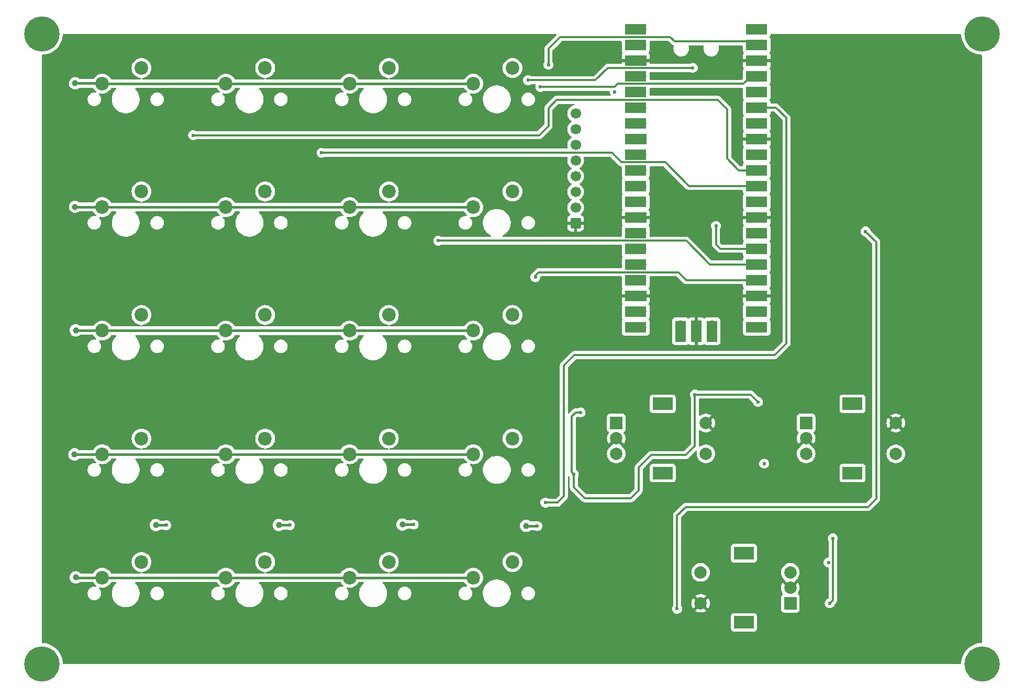
<source format=gbl>
%TF.GenerationSoftware,KiCad,Pcbnew,8.0.4*%
%TF.CreationDate,2024-09-23T00:25:40+08:00*%
%TF.ProjectId,MacroKeypad,4d616372-6f4b-4657-9970-61642e6b6963,rev?*%
%TF.SameCoordinates,Original*%
%TF.FileFunction,Copper,L2,Bot*%
%TF.FilePolarity,Positive*%
%FSLAX46Y46*%
G04 Gerber Fmt 4.6, Leading zero omitted, Abs format (unit mm)*
G04 Created by KiCad (PCBNEW 8.0.4) date 2024-09-23 00:25:40*
%MOMM*%
%LPD*%
G01*
G04 APERTURE LIST*
G04 Aperture macros list*
%AMRoundRect*
0 Rectangle with rounded corners*
0 $1 Rounding radius*
0 $2 $3 $4 $5 $6 $7 $8 $9 X,Y pos of 4 corners*
0 Add a 4 corners polygon primitive as box body*
4,1,4,$2,$3,$4,$5,$6,$7,$8,$9,$2,$3,0*
0 Add four circle primitives for the rounded corners*
1,1,$1+$1,$2,$3*
1,1,$1+$1,$4,$5*
1,1,$1+$1,$6,$7*
1,1,$1+$1,$8,$9*
0 Add four rect primitives between the rounded corners*
20,1,$1+$1,$2,$3,$4,$5,0*
20,1,$1+$1,$4,$5,$6,$7,0*
20,1,$1+$1,$6,$7,$8,$9,0*
20,1,$1+$1,$8,$9,$2,$3,0*%
G04 Aperture macros list end*
%TA.AperFunction,ComponentPad*%
%ADD10C,2.200000*%
%TD*%
%TA.AperFunction,ComponentPad*%
%ADD11C,5.700000*%
%TD*%
%TA.AperFunction,ComponentPad*%
%ADD12R,2.000000X2.000000*%
%TD*%
%TA.AperFunction,ComponentPad*%
%ADD13C,2.000000*%
%TD*%
%TA.AperFunction,ComponentPad*%
%ADD14R,3.200000X2.000000*%
%TD*%
%TA.AperFunction,ComponentPad*%
%ADD15RoundRect,0.250000X0.600000X-0.600000X0.600000X0.600000X-0.600000X0.600000X-0.600000X-0.600000X0*%
%TD*%
%TA.AperFunction,ComponentPad*%
%ADD16C,1.700000*%
%TD*%
%TA.AperFunction,SMDPad,CuDef*%
%ADD17C,1.000000*%
%TD*%
%TA.AperFunction,ComponentPad*%
%ADD18O,1.700000X1.700000*%
%TD*%
%TA.AperFunction,SMDPad,CuDef*%
%ADD19R,3.500000X1.700000*%
%TD*%
%TA.AperFunction,ComponentPad*%
%ADD20R,1.700000X1.700000*%
%TD*%
%TA.AperFunction,SMDPad,CuDef*%
%ADD21R,1.700000X3.500000*%
%TD*%
%TA.AperFunction,ViaPad*%
%ADD22C,0.600000*%
%TD*%
%TA.AperFunction,Conductor*%
%ADD23C,0.300000*%
%TD*%
%TA.AperFunction,Conductor*%
%ADD24C,0.400000*%
%TD*%
G04 APERTURE END LIST*
D10*
%TO.P,SW22,1,1*%
%TO.N,Net-(D22-A)*%
X59590000Y-108020000D03*
%TO.P,SW22,2,2*%
%TO.N,Net-(R5-Pad2)*%
X53240000Y-110560000D03*
%TD*%
%TO.P,SW17,1,1*%
%TO.N,Net-(D17-A)*%
X59590000Y-88020000D03*
%TO.P,SW17,2,2*%
%TO.N,Net-(R4-Pad2)*%
X53240000Y-90560000D03*
%TD*%
%TO.P,SW18,1,1*%
%TO.N,Net-(D18-A)*%
X79590000Y-88020000D03*
%TO.P,SW18,2,2*%
%TO.N,Net-(R4-Pad2)*%
X73240000Y-90560000D03*
%TD*%
D11*
%TO.P,H1,1*%
%TO.N,N/C*%
X23500000Y-124500000D03*
%TD*%
D12*
%TO.P,SW28,A,A*%
%TO.N,Ro3_A*%
X147075000Y-85500000D03*
D13*
%TO.P,SW28,B,B*%
%TO.N,Ro3_B*%
X147075000Y-90500000D03*
%TO.P,SW28,C,C*%
%TO.N,GND*%
X147075000Y-88000000D03*
D14*
%TO.P,SW28,MP*%
%TO.N,N/C*%
X154575000Y-82400000D03*
X154575000Y-93600000D03*
D13*
%TO.P,SW28,S1,S1*%
%TO.N,Ro3_S1*%
X161575000Y-90500000D03*
%TO.P,SW28,S2,S2*%
%TO.N,GND*%
X161575000Y-85500000D03*
%TD*%
D10*
%TO.P,SW24,1,1*%
%TO.N,Net-(D24-A)*%
X99590000Y-108020000D03*
%TO.P,SW24,2,2*%
%TO.N,Net-(R5-Pad2)*%
X93240000Y-110560000D03*
%TD*%
D12*
%TO.P,SW26,A,A*%
%TO.N,Ro1_A*%
X144525000Y-114700000D03*
D13*
%TO.P,SW26,B,B*%
%TO.N,Ro1_B*%
X144525000Y-109700000D03*
%TO.P,SW26,C,C*%
%TO.N,GND*%
X144525000Y-112200000D03*
D14*
%TO.P,SW26,MP*%
%TO.N,N/C*%
X137025000Y-117800000D03*
X137025000Y-106600000D03*
D13*
%TO.P,SW26,S1,S1*%
%TO.N,Ro1_S1*%
X130025000Y-109700000D03*
%TO.P,SW26,S2,S2*%
%TO.N,GND*%
X130025000Y-114700000D03*
%TD*%
D10*
%TO.P,SW6,1,1*%
%TO.N,Net-(D6-A)*%
X39590000Y-48020000D03*
%TO.P,SW6,2,2*%
%TO.N,Net-(R2-Pad2)*%
X33240000Y-50560000D03*
%TD*%
%TO.P,SW19,1,1*%
%TO.N,Net-(D19-A)*%
X99590000Y-88020000D03*
%TO.P,SW19,2,2*%
%TO.N,Net-(R4-Pad2)*%
X93240000Y-90560000D03*
%TD*%
%TO.P,SW4,1,1*%
%TO.N,Net-(D4-A)*%
X99590000Y-28020000D03*
%TO.P,SW4,2,2*%
%TO.N,Net-(R1-Pad2)*%
X93240000Y-30560000D03*
%TD*%
%TO.P,SW14,1,1*%
%TO.N,Net-(D14-A)*%
X99590000Y-68020000D03*
%TO.P,SW14,2,2*%
%TO.N,Net-(R3-Pad2)*%
X93240000Y-70560000D03*
%TD*%
D11*
%TO.P,H2,1*%
%TO.N,N/C*%
X23500000Y-22500000D03*
%TD*%
D10*
%TO.P,SW9,1,1*%
%TO.N,Net-(D9-A)*%
X99590000Y-48020000D03*
%TO.P,SW9,2,2*%
%TO.N,Net-(R2-Pad2)*%
X93240000Y-50560000D03*
%TD*%
%TO.P,SW16,1,1*%
%TO.N,Net-(D16-A)*%
X39590000Y-88020000D03*
%TO.P,SW16,2,2*%
%TO.N,Net-(R4-Pad2)*%
X33240000Y-90560000D03*
%TD*%
%TO.P,SW23,1,1*%
%TO.N,Net-(D23-A)*%
X79590000Y-108020000D03*
%TO.P,SW23,2,2*%
%TO.N,Net-(R5-Pad2)*%
X73240000Y-110560000D03*
%TD*%
%TO.P,SW1,1,1*%
%TO.N,Net-(D1-A)*%
X39590000Y-28020000D03*
%TO.P,SW1,2,2*%
%TO.N,Net-(R1-Pad2)*%
X33240000Y-30560000D03*
%TD*%
%TO.P,SW13,1,1*%
%TO.N,Net-(D13-A)*%
X79590000Y-68020000D03*
%TO.P,SW13,2,2*%
%TO.N,Net-(R3-Pad2)*%
X73240000Y-70560000D03*
%TD*%
D15*
%TO.P,J1,0,GND*%
%TO.N,GND*%
X109800000Y-53160000D03*
D16*
%TO.P,J1,1,Vcc*%
%TO.N,3V3*%
X109800000Y-50620000D03*
%TO.P,J1,2,SCL*%
%TO.N,LCD_SCL*%
X109800000Y-48080000D03*
%TO.P,J1,3,SDA*%
%TO.N,LCD_MOSI*%
X109800000Y-45540000D03*
%TO.P,J1,4,RES*%
%TO.N,LCD_RESET*%
X109800000Y-43000000D03*
%TO.P,J1,5,DC*%
%TO.N,LCD_DS*%
X109800000Y-40460000D03*
%TO.P,J1,6,CS*%
%TO.N,LCD_CS*%
X109800000Y-37920000D03*
%TO.P,J1,7,BLK*%
%TO.N,Net-(J1-BLK)*%
X109800000Y-35380000D03*
%TD*%
D10*
%TO.P,SW11,1,1*%
%TO.N,Net-(D11-A)*%
X39590000Y-68020000D03*
%TO.P,SW11,2,2*%
%TO.N,Net-(R3-Pad2)*%
X33240000Y-70560000D03*
%TD*%
%TO.P,SW21,1,1*%
%TO.N,Net-(D21-A)*%
X39590000Y-108020000D03*
%TO.P,SW21,2,2*%
%TO.N,Net-(R5-Pad2)*%
X33240000Y-110560000D03*
%TD*%
D12*
%TO.P,SW27,A,A*%
%TO.N,Ro2_A*%
X116375000Y-85500000D03*
D13*
%TO.P,SW27,B,B*%
%TO.N,Ro2_B*%
X116375000Y-90500000D03*
%TO.P,SW27,C,C*%
%TO.N,GND*%
X116375000Y-88000000D03*
D14*
%TO.P,SW27,MP*%
%TO.N,N/C*%
X123875000Y-82400000D03*
X123875000Y-93600000D03*
D13*
%TO.P,SW27,S1,S1*%
%TO.N,Ro2_S1*%
X130875000Y-90500000D03*
%TO.P,SW27,S2,S2*%
%TO.N,GND*%
X130875000Y-85500000D03*
%TD*%
D11*
%TO.P,H4,1*%
%TO.N,N/C*%
X175500000Y-124500000D03*
%TD*%
D10*
%TO.P,SW2,1,1*%
%TO.N,Net-(D2-A)*%
X59590000Y-28020000D03*
%TO.P,SW2,2,2*%
%TO.N,Net-(R1-Pad2)*%
X53240000Y-30560000D03*
%TD*%
%TO.P,SW7,1,1*%
%TO.N,Net-(D7-A)*%
X59590000Y-48020000D03*
%TO.P,SW7,2,2*%
%TO.N,Net-(R2-Pad2)*%
X53240000Y-50560000D03*
%TD*%
%TO.P,SW8,1,1*%
%TO.N,Net-(D8-A)*%
X79590000Y-48020000D03*
%TO.P,SW8,2,2*%
%TO.N,Net-(R2-Pad2)*%
X73240000Y-50560000D03*
%TD*%
%TO.P,SW12,1,1*%
%TO.N,Net-(D12-A)*%
X59590000Y-68020000D03*
%TO.P,SW12,2,2*%
%TO.N,Net-(R3-Pad2)*%
X53240000Y-70560000D03*
%TD*%
%TO.P,SW3,1,1*%
%TO.N,Net-(D3-A)*%
X79590000Y-28020000D03*
%TO.P,SW3,2,2*%
%TO.N,Net-(R1-Pad2)*%
X73240000Y-30560000D03*
%TD*%
D11*
%TO.P,H3,1*%
%TO.N,N/C*%
X175500000Y-22500000D03*
%TD*%
D17*
%TO.P,TP8,1,1*%
%TO.N,Net-(R5-Pad2)*%
X28950000Y-110500000D03*
%TD*%
%TO.P,TP10,1,1*%
%TO.N,C2*%
X61800000Y-102050000D03*
%TD*%
%TO.P,TP12,1,1*%
%TO.N,C4*%
X101800000Y-102150000D03*
%TD*%
%TO.P,TP5,1,1*%
%TO.N,Net-(R1-Pad2)*%
X28850000Y-30500000D03*
%TD*%
%TO.P,TP9,1,1*%
%TO.N,C1*%
X41900000Y-102050000D03*
%TD*%
%TO.P,TP6,1,1*%
%TO.N,Net-(R2-Pad2)*%
X28850000Y-50500000D03*
%TD*%
D18*
%TO.P,U2,1,GPIO0*%
%TO.N,R1*%
X138190000Y-21725000D03*
D19*
X139090000Y-21725000D03*
D18*
%TO.P,U2,2,GPIO1*%
%TO.N,R2*%
X138190000Y-24265000D03*
D19*
X139090000Y-24265000D03*
D20*
%TO.P,U2,3,GND*%
%TO.N,GND*%
X138190000Y-26805000D03*
D19*
X139090000Y-26805000D03*
D18*
%TO.P,U2,4,GPIO2*%
%TO.N,R3*%
X138190000Y-29345000D03*
D19*
X139090000Y-29345000D03*
D18*
%TO.P,U2,5,GPIO3*%
%TO.N,R4*%
X138190000Y-31885000D03*
D19*
X139090000Y-31885000D03*
D18*
%TO.P,U2,6,GPIO4*%
%TO.N,R5*%
X138190000Y-34425000D03*
D19*
X139090000Y-34425000D03*
D18*
%TO.P,U2,7,GPIO5*%
%TO.N,LCD_CS*%
X138190000Y-36965000D03*
D19*
X139090000Y-36965000D03*
D20*
%TO.P,U2,8,GND*%
%TO.N,GND*%
X138190000Y-39505000D03*
D19*
X139090000Y-39505000D03*
D18*
%TO.P,U2,9,GPIO6*%
%TO.N,LCD_DS*%
X138190000Y-42045000D03*
D19*
X139090000Y-42045000D03*
D18*
%TO.P,U2,10,GPIO7*%
%TO.N,C1*%
X138190000Y-44585000D03*
D19*
X139090000Y-44585000D03*
D18*
%TO.P,U2,11,GPIO8*%
%TO.N,C2*%
X138190000Y-47125000D03*
D19*
X139090000Y-47125000D03*
D18*
%TO.P,U2,12,GPIO9*%
%TO.N,LCD_RESET*%
X138190000Y-49665000D03*
D19*
X139090000Y-49665000D03*
D20*
%TO.P,U2,13,GND*%
%TO.N,GND*%
X138190000Y-52205000D03*
D19*
X139090000Y-52205000D03*
D18*
%TO.P,U2,14,GPIO10*%
%TO.N,LCD_SCL*%
X138190000Y-54745000D03*
D19*
X139090000Y-54745000D03*
D18*
%TO.P,U2,15,GPIO11*%
%TO.N,LCD_MOSI*%
X138190000Y-57285000D03*
D19*
X139090000Y-57285000D03*
D18*
%TO.P,U2,16,GPIO12*%
%TO.N,C3*%
X138190000Y-59825000D03*
D19*
X139090000Y-59825000D03*
D18*
%TO.P,U2,17,GPIO13*%
%TO.N,C4*%
X138190000Y-62365000D03*
D19*
X139090000Y-62365000D03*
D20*
%TO.P,U2,18,GND*%
%TO.N,GND*%
X138190000Y-64905000D03*
D19*
X139090000Y-64905000D03*
D18*
%TO.P,U2,19,GPIO14*%
%TO.N,Net-(U2-GPIO14)*%
X138190000Y-67445000D03*
D19*
X139090000Y-67445000D03*
D18*
%TO.P,U2,20,GPIO15*%
%TO.N,Net-(U2-GPIO15)*%
X138190000Y-69985000D03*
D19*
X139090000Y-69985000D03*
D18*
%TO.P,U2,21,GPIO16*%
%TO.N,Net-(U2-GPIO16)*%
X120410000Y-69985000D03*
D19*
X119510000Y-69985000D03*
D18*
%TO.P,U2,22,GPIO17*%
%TO.N,Net-(U2-GPIO17)*%
X120410000Y-67445000D03*
D19*
X119510000Y-67445000D03*
D20*
%TO.P,U2,23,GND*%
%TO.N,GND*%
X120410000Y-64905000D03*
D19*
X119510000Y-64905000D03*
D18*
%TO.P,U2,24,GPIO18*%
%TO.N,Net-(U2-GPIO18)*%
X120410000Y-62365000D03*
D19*
X119510000Y-62365000D03*
D18*
%TO.P,U2,25,GPIO19*%
%TO.N,Net-(U2-GPIO19)*%
X120410000Y-59825000D03*
D19*
X119510000Y-59825000D03*
D18*
%TO.P,U2,26,GPIO20*%
%TO.N,Net-(U2-GPIO20)*%
X120410000Y-57285000D03*
D19*
X119510000Y-57285000D03*
D18*
%TO.P,U2,27,GPIO21*%
%TO.N,Net-(U2-GPIO21)*%
X120410000Y-54745000D03*
D19*
X119510000Y-54745000D03*
D20*
%TO.P,U2,28,GND*%
%TO.N,GND*%
X120410000Y-52205000D03*
D19*
X119510000Y-52205000D03*
D18*
%TO.P,U2,29,GPIO22*%
%TO.N,Net-(U2-GPIO22)*%
X120410000Y-49665000D03*
D19*
X119510000Y-49665000D03*
D18*
%TO.P,U2,30,RUN*%
%TO.N,unconnected-(U2-RUN-Pad30)*%
X120410000Y-47125000D03*
D19*
X119510000Y-47125000D03*
D18*
%TO.P,U2,31,GPIO26_ADC0*%
%TO.N,unconnected-(U2-GPIO26_ADC0-Pad31)*%
X120410000Y-44585000D03*
D19*
X119510000Y-44585000D03*
D18*
%TO.P,U2,32,GPIO27_ADC1*%
%TO.N,unconnected-(U2-GPIO27_ADC1-Pad32)*%
X120410000Y-42045000D03*
D19*
X119510000Y-42045000D03*
D20*
%TO.P,U2,33,AGND*%
%TO.N,unconnected-(U2-AGND-Pad33)*%
X120410000Y-39505000D03*
D19*
X119510000Y-39505000D03*
D18*
%TO.P,U2,34,GPIO28_ADC2*%
%TO.N,Net-(U2-GPIO28_ADC2)*%
X120410000Y-36965000D03*
D19*
X119510000Y-36965000D03*
D18*
%TO.P,U2,35,ADC_VREF*%
%TO.N,unconnected-(U2-ADC_VREF-Pad35)*%
X120410000Y-34425000D03*
D19*
X119510000Y-34425000D03*
D18*
%TO.P,U2,36,3V3*%
%TO.N,3V3*%
X120410000Y-31885000D03*
D19*
X119510000Y-31885000D03*
D18*
%TO.P,U2,37,3V3_EN*%
%TO.N,unconnected-(U2-3V3_EN-Pad37)*%
X120410000Y-29345000D03*
D19*
X119510000Y-29345000D03*
D20*
%TO.P,U2,38,GND*%
%TO.N,GND*%
X120410000Y-26805000D03*
D19*
X119510000Y-26805000D03*
D18*
%TO.P,U2,39,VSYS*%
%TO.N,unconnected-(U2-VSYS-Pad39)*%
X120410000Y-24265000D03*
D19*
X119510000Y-24265000D03*
D18*
%TO.P,U2,40,VBUS*%
%TO.N,unconnected-(U2-VBUS-Pad40)*%
X120410000Y-21725000D03*
D19*
X119510000Y-21725000D03*
D18*
%TO.P,U2,41,SWCLK*%
%TO.N,unconnected-(U2-SWCLK-Pad41)*%
X131840000Y-69755000D03*
D21*
X131840000Y-70655000D03*
D20*
%TO.P,U2,42,GND*%
%TO.N,GND*%
X129300000Y-69755000D03*
D21*
X129300000Y-70655000D03*
D18*
%TO.P,U2,43,SWDIO*%
%TO.N,unconnected-(U2-SWDIO-Pad43)*%
X126760000Y-69755000D03*
D21*
X126760000Y-70655000D03*
%TD*%
D17*
%TO.P,TP11,1,1*%
%TO.N,C3*%
X81800000Y-101950000D03*
%TD*%
%TO.P,TP7,1,1*%
%TO.N,Net-(R3-Pad2)*%
X28950000Y-70500000D03*
%TD*%
%TO.P,TP1,1,1*%
%TO.N,Net-(R4-Pad2)*%
X28750000Y-90600000D03*
%TD*%
D22*
%TO.N,C1*%
X47950000Y-38900000D03*
X43600000Y-102050000D03*
%TO.N,C2*%
X63600000Y-102050000D03*
X68700000Y-41750000D03*
%TO.N,GND*%
X159800000Y-74800000D03*
X140275000Y-93800000D03*
X105750000Y-108900000D03*
X65750000Y-108700000D03*
X150500000Y-106400000D03*
X133400000Y-122400000D03*
X140575000Y-83800000D03*
X110800000Y-85400000D03*
X85750000Y-108800000D03*
X150500000Y-116500000D03*
X110300000Y-92100000D03*
X45750000Y-108900000D03*
X127600000Y-77400000D03*
%TO.N,C3*%
X83600000Y-101950000D03*
X87600000Y-56000000D03*
%TO.N,C4*%
X103300000Y-61900000D03*
X103600000Y-102200000D03*
%TO.N,R2*%
X105400000Y-27500000D03*
%TO.N,R3*%
X104100000Y-31100000D03*
%TO.N,R4*%
X128750000Y-28005000D03*
X102100000Y-30000000D03*
%TO.N,R5*%
X104900000Y-98400000D03*
%TO.N,3V3*%
X109500000Y-93800000D03*
X129100000Y-80900000D03*
X116115000Y-31885000D03*
X139300000Y-82100000D03*
X140300000Y-92100000D03*
X150700000Y-108100000D03*
X110600000Y-83800000D03*
%TO.N,LCD_MOSI*%
X132500000Y-53600000D03*
%TO.N,Net-(U2-GPIO22)*%
X156700000Y-54500000D03*
X126200000Y-115600000D03*
%TO.N,Net-(U2-GPIO15)*%
X151400000Y-104200000D03*
X150900000Y-114700000D03*
%TD*%
D23*
%TO.N,R4*%
X114995000Y-28005000D02*
X113000000Y-30000000D01*
X113000000Y-30000000D02*
X102100000Y-30000000D01*
X128750000Y-28005000D02*
X114995000Y-28005000D01*
%TO.N,C1*%
X136200000Y-44600000D02*
X138175000Y-44600000D01*
X138175000Y-44600000D02*
X138190000Y-44585000D01*
X134300000Y-34700000D02*
X134300000Y-42700000D01*
X134300000Y-42700000D02*
X136200000Y-44600000D01*
X105400000Y-37400000D02*
X105400000Y-34500000D01*
X47950000Y-38900000D02*
X103900000Y-38900000D01*
X106800000Y-33175000D02*
X132775000Y-33175000D01*
D24*
X41900000Y-102050000D02*
X43600000Y-102050000D01*
D23*
X105400000Y-34500000D02*
X106725000Y-33175000D01*
X106725000Y-33175000D02*
X106800000Y-33175000D01*
X132775000Y-33175000D02*
X134300000Y-34700000D01*
X103900000Y-38900000D02*
X105400000Y-37400000D01*
%TO.N,C2*%
X115650000Y-41750000D02*
X117200000Y-43300000D01*
X68700000Y-41750000D02*
X115650000Y-41750000D01*
X128125000Y-47125000D02*
X138190000Y-47125000D01*
D24*
X61800000Y-102050000D02*
X63600000Y-102050000D01*
D23*
X124300000Y-43300000D02*
X128125000Y-47125000D01*
X117200000Y-43300000D02*
X124300000Y-43300000D01*
%TO.N,C3*%
X127700000Y-56000000D02*
X131525000Y-59825000D01*
D24*
X81800000Y-101950000D02*
X83600000Y-101950000D01*
D23*
X87600000Y-56000000D02*
X127700000Y-56000000D01*
X131525000Y-59825000D02*
X138190000Y-59825000D01*
%TO.N,C4*%
X126400000Y-61100000D02*
X103800000Y-61100000D01*
X138190000Y-62365000D02*
X127665000Y-62365000D01*
D24*
X101800000Y-102150000D02*
X103550000Y-102150000D01*
D23*
X103300000Y-61600000D02*
X103300000Y-61900000D01*
X103800000Y-61100000D02*
X103300000Y-61600000D01*
X127665000Y-62365000D02*
X126400000Y-61100000D01*
D24*
X103550000Y-102150000D02*
X103600000Y-102200000D01*
%TO.N,Net-(R1-Pad2)*%
X28850000Y-30500000D02*
X33180000Y-30500000D01*
X33180000Y-30500000D02*
X33240000Y-30560000D01*
X33240000Y-30560000D02*
X93240000Y-30560000D01*
%TO.N,Net-(R2-Pad2)*%
X33240000Y-50560000D02*
X93240000Y-50560000D01*
X28850000Y-50500000D02*
X33180000Y-50500000D01*
X33180000Y-50500000D02*
X33240000Y-50560000D01*
D23*
%TO.N,R2*%
X125100000Y-23000000D02*
X125800000Y-23700000D01*
X107300000Y-23000000D02*
X125100000Y-23000000D01*
X105400000Y-24900000D02*
X107300000Y-23000000D01*
X125800000Y-23700000D02*
X137625000Y-23700000D01*
X137625000Y-23700000D02*
X138190000Y-24265000D01*
X105400000Y-27500000D02*
X105400000Y-24900000D01*
%TO.N,R3*%
X116100000Y-31100000D02*
X116600000Y-30600000D01*
X116600000Y-30600000D02*
X136935000Y-30600000D01*
X104100000Y-31100000D02*
X116100000Y-31100000D01*
X136935000Y-30600000D02*
X138190000Y-29345000D01*
D24*
%TO.N,Net-(R3-Pad2)*%
X33240000Y-70560000D02*
X93240000Y-70560000D01*
X28950000Y-70500000D02*
X33180000Y-70500000D01*
X33180000Y-70500000D02*
X33240000Y-70560000D01*
%TO.N,Net-(R4-Pad2)*%
X33200000Y-90600000D02*
X33240000Y-90560000D01*
X28750000Y-90600000D02*
X33200000Y-90600000D01*
X33280000Y-90600000D02*
X33240000Y-90560000D01*
X33240000Y-90560000D02*
X93240000Y-90560000D01*
D23*
%TO.N,R5*%
X142225000Y-34425000D02*
X138190000Y-34425000D01*
X104900000Y-98400000D02*
X106900000Y-98400000D01*
X142000000Y-74500000D02*
X143900000Y-72600000D01*
X143900000Y-72600000D02*
X143900000Y-36100000D01*
X109600000Y-74500000D02*
X142000000Y-74500000D01*
X107900000Y-97400000D02*
X107900000Y-76200000D01*
X107900000Y-76200000D02*
X109600000Y-74500000D01*
X143900000Y-36100000D02*
X142225000Y-34425000D01*
X106900000Y-98400000D02*
X107900000Y-97400000D01*
D24*
%TO.N,Net-(R5-Pad2)*%
X28950000Y-110500000D02*
X29010000Y-110560000D01*
X33240000Y-110560000D02*
X93240000Y-110560000D01*
X29010000Y-110560000D02*
X33240000Y-110560000D01*
D23*
%TO.N,3V3*%
X120000000Y-96400000D02*
X120000000Y-92700000D01*
X129100000Y-89200000D02*
X129100000Y-80900000D01*
X120000000Y-92700000D02*
X122000000Y-90700000D01*
X111300000Y-97700000D02*
X118700000Y-97700000D01*
X138100000Y-80900000D02*
X139300000Y-82100000D01*
X109500000Y-93800000D02*
X109500000Y-95900000D01*
X109200000Y-93500000D02*
X109500000Y-93800000D01*
X110600000Y-83800000D02*
X109800000Y-83800000D01*
X129100000Y-80900000D02*
X138100000Y-80900000D01*
X109200000Y-84400000D02*
X109200000Y-93500000D01*
X122000000Y-90700000D02*
X127600000Y-90700000D01*
X118700000Y-97700000D02*
X120000000Y-96400000D01*
X109800000Y-83800000D02*
X109200000Y-84400000D01*
X109500000Y-95900000D02*
X111300000Y-97700000D01*
X127600000Y-90700000D02*
X129100000Y-89200000D01*
%TO.N,LCD_MOSI*%
X133185000Y-57285000D02*
X138190000Y-57285000D01*
X132500000Y-56600000D02*
X133185000Y-57285000D01*
X132500000Y-53600000D02*
X132500000Y-56600000D01*
%TO.N,Net-(U2-GPIO22)*%
X126200000Y-100500000D02*
X126200000Y-115600000D01*
X156700000Y-54500000D02*
X158400000Y-56200000D01*
X127600000Y-99100000D02*
X126200000Y-100500000D01*
X157100000Y-99100000D02*
X127600000Y-99100000D01*
X158400000Y-56200000D02*
X158400000Y-97800000D01*
X158400000Y-97800000D02*
X157100000Y-99100000D01*
%TO.N,Net-(U2-GPIO15)*%
X151400000Y-114200000D02*
X150900000Y-114700000D01*
X151400000Y-104200000D02*
X151400000Y-114200000D01*
%TD*%
%TA.AperFunction,Conductor*%
%TO.N,GND*%
G36*
X106647731Y-22519685D02*
G01*
X106693486Y-22572489D01*
X106703430Y-22641647D01*
X106674405Y-22705203D01*
X106668373Y-22711681D01*
X104894727Y-24485325D01*
X104894726Y-24485326D01*
X104823534Y-24591874D01*
X104774499Y-24710255D01*
X104774497Y-24710261D01*
X104749500Y-24835928D01*
X104749500Y-26994931D01*
X104730494Y-27060903D01*
X104674211Y-27150477D01*
X104674209Y-27150481D01*
X104614633Y-27320737D01*
X104614630Y-27320750D01*
X104594435Y-27499996D01*
X104594435Y-27500003D01*
X104614630Y-27679249D01*
X104614631Y-27679254D01*
X104674211Y-27849523D01*
X104704099Y-27897089D01*
X104770184Y-28002262D01*
X104897738Y-28129816D01*
X105050478Y-28225789D01*
X105180107Y-28271148D01*
X105220745Y-28285368D01*
X105220750Y-28285369D01*
X105399996Y-28305565D01*
X105400000Y-28305565D01*
X105400004Y-28305565D01*
X105579249Y-28285369D01*
X105579252Y-28285368D01*
X105579255Y-28285368D01*
X105749522Y-28225789D01*
X105902262Y-28129816D01*
X106029816Y-28002262D01*
X106125789Y-27849522D01*
X106185368Y-27679255D01*
X106188047Y-27655478D01*
X106205565Y-27500003D01*
X106205565Y-27499996D01*
X106185369Y-27320750D01*
X106185366Y-27320737D01*
X106125790Y-27150481D01*
X106125789Y-27150478D01*
X106079206Y-27076341D01*
X106069506Y-27060903D01*
X106050500Y-26994931D01*
X106050500Y-25220808D01*
X106070185Y-25153769D01*
X106086819Y-25133127D01*
X107533127Y-23686819D01*
X107594450Y-23653334D01*
X107620808Y-23650500D01*
X117135500Y-23650500D01*
X117202539Y-23670185D01*
X117248294Y-23722989D01*
X117259500Y-23774500D01*
X117259500Y-25162870D01*
X117259501Y-25162876D01*
X117265908Y-25222483D01*
X117316202Y-25357328D01*
X117316206Y-25357335D01*
X117393889Y-25461105D01*
X117418307Y-25526569D01*
X117403456Y-25594842D01*
X117393890Y-25609727D01*
X117316647Y-25712910D01*
X117316645Y-25712913D01*
X117266403Y-25847620D01*
X117266401Y-25847627D01*
X117260000Y-25907155D01*
X117260000Y-26555000D01*
X119965440Y-26555000D01*
X119934755Y-26608147D01*
X119900000Y-26737857D01*
X119900000Y-26872143D01*
X119934755Y-27001853D01*
X119965440Y-27055000D01*
X117260000Y-27055000D01*
X117260000Y-27230500D01*
X117240315Y-27297539D01*
X117187511Y-27343294D01*
X117136000Y-27354500D01*
X114930929Y-27354500D01*
X114805261Y-27379497D01*
X114805255Y-27379499D01*
X114686874Y-27428534D01*
X114580326Y-27499726D01*
X114580325Y-27499727D01*
X112766873Y-29313181D01*
X112705550Y-29346666D01*
X112679192Y-29349500D01*
X102605068Y-29349500D01*
X102539096Y-29330494D01*
X102449522Y-29274210D01*
X102449518Y-29274209D01*
X102279262Y-29214633D01*
X102279249Y-29214630D01*
X102100004Y-29194435D01*
X102099996Y-29194435D01*
X101920750Y-29214630D01*
X101920745Y-29214631D01*
X101750476Y-29274211D01*
X101597737Y-29370184D01*
X101470184Y-29497737D01*
X101374211Y-29650476D01*
X101314631Y-29820745D01*
X101314630Y-29820750D01*
X101294435Y-29999996D01*
X101294435Y-30000003D01*
X101314630Y-30179249D01*
X101314631Y-30179254D01*
X101374211Y-30349523D01*
X101437031Y-30449500D01*
X101470184Y-30502262D01*
X101597738Y-30629816D01*
X101660904Y-30669506D01*
X101746021Y-30722989D01*
X101750478Y-30725789D01*
X101920739Y-30785366D01*
X101920745Y-30785368D01*
X101920750Y-30785369D01*
X102099996Y-30805565D01*
X102100000Y-30805565D01*
X102100004Y-30805565D01*
X102279249Y-30785369D01*
X102279251Y-30785368D01*
X102279255Y-30785368D01*
X102279258Y-30785366D01*
X102279262Y-30785366D01*
X102378965Y-30750478D01*
X102449522Y-30725789D01*
X102539096Y-30669505D01*
X102605068Y-30650500D01*
X103234433Y-30650500D01*
X103301472Y-30670185D01*
X103347227Y-30722989D01*
X103357171Y-30792147D01*
X103351474Y-30815455D01*
X103314633Y-30920737D01*
X103314630Y-30920750D01*
X103294435Y-31099996D01*
X103294435Y-31100003D01*
X103314630Y-31279249D01*
X103314631Y-31279254D01*
X103374211Y-31449523D01*
X103409284Y-31505341D01*
X103470184Y-31602262D01*
X103597738Y-31729816D01*
X103660904Y-31769506D01*
X103746021Y-31822989D01*
X103750478Y-31825789D01*
X103899794Y-31878037D01*
X103920745Y-31885368D01*
X103920750Y-31885369D01*
X104099996Y-31905565D01*
X104100000Y-31905565D01*
X104100004Y-31905565D01*
X104279249Y-31885369D01*
X104279251Y-31885368D01*
X104279255Y-31885368D01*
X104279258Y-31885366D01*
X104279262Y-31885366D01*
X104369377Y-31853832D01*
X104449522Y-31825789D01*
X104539096Y-31769505D01*
X104605068Y-31750500D01*
X115185834Y-31750500D01*
X115252873Y-31770185D01*
X115298628Y-31822989D01*
X115307401Y-31878037D01*
X115309435Y-31878037D01*
X115309435Y-31885003D01*
X115329630Y-32064249D01*
X115329631Y-32064254D01*
X115389211Y-32234523D01*
X115452049Y-32334528D01*
X115471049Y-32401764D01*
X115450681Y-32468600D01*
X115397414Y-32513814D01*
X115347055Y-32524500D01*
X106660929Y-32524500D01*
X106535261Y-32549497D01*
X106535255Y-32549499D01*
X106416874Y-32598534D01*
X106310326Y-32669726D01*
X104894724Y-34085328D01*
X104864710Y-34130247D01*
X104864711Y-34130248D01*
X104823534Y-34191874D01*
X104774499Y-34310255D01*
X104774497Y-34310261D01*
X104749500Y-34435928D01*
X104749500Y-37079192D01*
X104729815Y-37146231D01*
X104713181Y-37166873D01*
X103666873Y-38213181D01*
X103605550Y-38246666D01*
X103579192Y-38249500D01*
X48455068Y-38249500D01*
X48389096Y-38230494D01*
X48299522Y-38174210D01*
X48299518Y-38174209D01*
X48129262Y-38114633D01*
X48129249Y-38114630D01*
X47950004Y-38094435D01*
X47949996Y-38094435D01*
X47770750Y-38114630D01*
X47770745Y-38114631D01*
X47600476Y-38174211D01*
X47447737Y-38270184D01*
X47320184Y-38397737D01*
X47224211Y-38550476D01*
X47164631Y-38720745D01*
X47164630Y-38720750D01*
X47144435Y-38899996D01*
X47144435Y-38900003D01*
X47164630Y-39079249D01*
X47164631Y-39079254D01*
X47224211Y-39249523D01*
X47320184Y-39402262D01*
X47447738Y-39529816D01*
X47510904Y-39569506D01*
X47541290Y-39588599D01*
X47600478Y-39625789D01*
X47770739Y-39685366D01*
X47770745Y-39685368D01*
X47770750Y-39685369D01*
X47949996Y-39705565D01*
X47950000Y-39705565D01*
X47950004Y-39705565D01*
X48129249Y-39685369D01*
X48129251Y-39685368D01*
X48129255Y-39685368D01*
X48129258Y-39685366D01*
X48129262Y-39685366D01*
X48219377Y-39653832D01*
X48299522Y-39625789D01*
X48389096Y-39569505D01*
X48455068Y-39550500D01*
X103964071Y-39550500D01*
X104048615Y-39533682D01*
X104089744Y-39525501D01*
X104208127Y-39476465D01*
X104233516Y-39459501D01*
X104233517Y-39459501D01*
X104294242Y-39418925D01*
X104314669Y-39405277D01*
X105905276Y-37814670D01*
X105976465Y-37708127D01*
X106025501Y-37589744D01*
X106050500Y-37464069D01*
X106050500Y-34820808D01*
X106070185Y-34753769D01*
X106086819Y-34733127D01*
X106958127Y-33861819D01*
X107019450Y-33828334D01*
X107045808Y-33825500D01*
X109441667Y-33825500D01*
X109508706Y-33845185D01*
X109554461Y-33897989D01*
X109564405Y-33967147D01*
X109535380Y-34030703D01*
X109476602Y-34068477D01*
X109473760Y-34069275D01*
X109336344Y-34106094D01*
X109336335Y-34106098D01*
X109122171Y-34205964D01*
X109122169Y-34205965D01*
X108928597Y-34341505D01*
X108761505Y-34508597D01*
X108625965Y-34702169D01*
X108625964Y-34702171D01*
X108526098Y-34916335D01*
X108526094Y-34916344D01*
X108464938Y-35144586D01*
X108464936Y-35144596D01*
X108444341Y-35379999D01*
X108444341Y-35380000D01*
X108464936Y-35615403D01*
X108464938Y-35615413D01*
X108526094Y-35843655D01*
X108526096Y-35843659D01*
X108526097Y-35843663D01*
X108602503Y-36007516D01*
X108625965Y-36057830D01*
X108625967Y-36057834D01*
X108761501Y-36251395D01*
X108761506Y-36251402D01*
X108928597Y-36418493D01*
X108928603Y-36418498D01*
X109114158Y-36548425D01*
X109157783Y-36603002D01*
X109164977Y-36672500D01*
X109133454Y-36734855D01*
X109114158Y-36751575D01*
X108928597Y-36881505D01*
X108761505Y-37048597D01*
X108625965Y-37242169D01*
X108625964Y-37242171D01*
X108526098Y-37456335D01*
X108526094Y-37456344D01*
X108464938Y-37684586D01*
X108464936Y-37684596D01*
X108444341Y-37919999D01*
X108444341Y-37920000D01*
X108464936Y-38155403D01*
X108464938Y-38155413D01*
X108526094Y-38383655D01*
X108526096Y-38383659D01*
X108526097Y-38383663D01*
X108603884Y-38550478D01*
X108625965Y-38597830D01*
X108625967Y-38597834D01*
X108761501Y-38791395D01*
X108761506Y-38791402D01*
X108928597Y-38958493D01*
X108928603Y-38958498D01*
X109114158Y-39088425D01*
X109157783Y-39143002D01*
X109164977Y-39212500D01*
X109133454Y-39274855D01*
X109114158Y-39291575D01*
X108928597Y-39421505D01*
X108761505Y-39588597D01*
X108625965Y-39782169D01*
X108625964Y-39782171D01*
X108526098Y-39996335D01*
X108526094Y-39996344D01*
X108464938Y-40224586D01*
X108464936Y-40224596D01*
X108444341Y-40459999D01*
X108444341Y-40460000D01*
X108464936Y-40695403D01*
X108464938Y-40695413D01*
X108526094Y-40923655D01*
X108527947Y-40928744D01*
X108526757Y-40929177D01*
X108536323Y-40992180D01*
X108507799Y-41055962D01*
X108449321Y-41094198D01*
X108413450Y-41099500D01*
X69205068Y-41099500D01*
X69139096Y-41080494D01*
X69049522Y-41024210D01*
X69049518Y-41024209D01*
X68879262Y-40964633D01*
X68879249Y-40964630D01*
X68700004Y-40944435D01*
X68699996Y-40944435D01*
X68520750Y-40964630D01*
X68520745Y-40964631D01*
X68350476Y-41024211D01*
X68197737Y-41120184D01*
X68070184Y-41247737D01*
X67974211Y-41400476D01*
X67914631Y-41570745D01*
X67914630Y-41570750D01*
X67894435Y-41749996D01*
X67894435Y-41750003D01*
X67914630Y-41929249D01*
X67914631Y-41929254D01*
X67974211Y-42099523D01*
X67980408Y-42109385D01*
X68070184Y-42252262D01*
X68197738Y-42379816D01*
X68278487Y-42430554D01*
X68346021Y-42472989D01*
X68350478Y-42475789D01*
X68381783Y-42486743D01*
X68520745Y-42535368D01*
X68520750Y-42535369D01*
X68699996Y-42555565D01*
X68700000Y-42555565D01*
X68700004Y-42555565D01*
X68879249Y-42535369D01*
X68879251Y-42535368D01*
X68879255Y-42535368D01*
X68879258Y-42535366D01*
X68879262Y-42535366D01*
X69018217Y-42486743D01*
X69049522Y-42475789D01*
X69139096Y-42419505D01*
X69205068Y-42400500D01*
X108400894Y-42400500D01*
X108467933Y-42420185D01*
X108513688Y-42472989D01*
X108523632Y-42542147D01*
X108520669Y-42556593D01*
X108464938Y-42764586D01*
X108464936Y-42764596D01*
X108444341Y-42999999D01*
X108444341Y-43000000D01*
X108464936Y-43235403D01*
X108464938Y-43235413D01*
X108526094Y-43463655D01*
X108526096Y-43463659D01*
X108526097Y-43463663D01*
X108539623Y-43492669D01*
X108625965Y-43677830D01*
X108625967Y-43677834D01*
X108761501Y-43871395D01*
X108761504Y-43871400D01*
X108928597Y-44038493D01*
X108928603Y-44038498D01*
X109114158Y-44168425D01*
X109157783Y-44223002D01*
X109164977Y-44292500D01*
X109133454Y-44354855D01*
X109114158Y-44371575D01*
X108928597Y-44501505D01*
X108761505Y-44668597D01*
X108625965Y-44862169D01*
X108625964Y-44862171D01*
X108526098Y-45076335D01*
X108526094Y-45076344D01*
X108464938Y-45304586D01*
X108464936Y-45304596D01*
X108444341Y-45539999D01*
X108444341Y-45540000D01*
X108464936Y-45775403D01*
X108464938Y-45775413D01*
X108526094Y-46003655D01*
X108526096Y-46003659D01*
X108526097Y-46003663D01*
X108539623Y-46032669D01*
X108625965Y-46217830D01*
X108625967Y-46217834D01*
X108761501Y-46411395D01*
X108761506Y-46411402D01*
X108928597Y-46578493D01*
X108928603Y-46578498D01*
X109114158Y-46708425D01*
X109157783Y-46763002D01*
X109164977Y-46832500D01*
X109133454Y-46894855D01*
X109114158Y-46911575D01*
X108928597Y-47041505D01*
X108761505Y-47208597D01*
X108625965Y-47402169D01*
X108625964Y-47402171D01*
X108526098Y-47616335D01*
X108526094Y-47616344D01*
X108464938Y-47844586D01*
X108464936Y-47844596D01*
X108444341Y-48079999D01*
X108444341Y-48080000D01*
X108464936Y-48315403D01*
X108464938Y-48315413D01*
X108526094Y-48543655D01*
X108526096Y-48543659D01*
X108526097Y-48543663D01*
X108539623Y-48572669D01*
X108625965Y-48757830D01*
X108625967Y-48757834D01*
X108761501Y-48951395D01*
X108761506Y-48951402D01*
X108928597Y-49118493D01*
X108928603Y-49118498D01*
X109114158Y-49248425D01*
X109157783Y-49303002D01*
X109164977Y-49372500D01*
X109133454Y-49434855D01*
X109114158Y-49451575D01*
X108928597Y-49581505D01*
X108761505Y-49748597D01*
X108625965Y-49942169D01*
X108625964Y-49942171D01*
X108526098Y-50156335D01*
X108526094Y-50156344D01*
X108464938Y-50384586D01*
X108464936Y-50384596D01*
X108444341Y-50619999D01*
X108444341Y-50620000D01*
X108464936Y-50855403D01*
X108464938Y-50855413D01*
X108526094Y-51083655D01*
X108526096Y-51083659D01*
X108526097Y-51083663D01*
X108602552Y-51247620D01*
X108625965Y-51297830D01*
X108625967Y-51297834D01*
X108761501Y-51491395D01*
X108761506Y-51491402D01*
X108928597Y-51658493D01*
X108930419Y-51660022D01*
X108931001Y-51660897D01*
X108932427Y-51662323D01*
X108932140Y-51662609D01*
X108969119Y-51718195D01*
X108970224Y-51788056D01*
X108933384Y-51847424D01*
X108889719Y-51872712D01*
X108880883Y-51875640D01*
X108880875Y-51875643D01*
X108731654Y-51967684D01*
X108607684Y-52091654D01*
X108515643Y-52240875D01*
X108515641Y-52240880D01*
X108460494Y-52407302D01*
X108460493Y-52407309D01*
X108450000Y-52510013D01*
X108450000Y-52910000D01*
X109366988Y-52910000D01*
X109334075Y-52967007D01*
X109300000Y-53094174D01*
X109300000Y-53225826D01*
X109334075Y-53352993D01*
X109366988Y-53410000D01*
X108450001Y-53410000D01*
X108450001Y-53809986D01*
X108460494Y-53912697D01*
X108515641Y-54079119D01*
X108515643Y-54079124D01*
X108607684Y-54228345D01*
X108731654Y-54352315D01*
X108880875Y-54444356D01*
X108880880Y-54444358D01*
X109047302Y-54499505D01*
X109047309Y-54499506D01*
X109150019Y-54509999D01*
X109549999Y-54509999D01*
X109550000Y-54509998D01*
X109550000Y-53593012D01*
X109607007Y-53625925D01*
X109734174Y-53660000D01*
X109865826Y-53660000D01*
X109992993Y-53625925D01*
X110050000Y-53593012D01*
X110050000Y-54509999D01*
X110449972Y-54509999D01*
X110449986Y-54509998D01*
X110552697Y-54499505D01*
X110719119Y-54444358D01*
X110719124Y-54444356D01*
X110868345Y-54352315D01*
X110992315Y-54228345D01*
X111084356Y-54079124D01*
X111084358Y-54079119D01*
X111139505Y-53912697D01*
X111139506Y-53912690D01*
X111149999Y-53809986D01*
X111150000Y-53809973D01*
X111150000Y-53410000D01*
X110233012Y-53410000D01*
X110265925Y-53352993D01*
X110300000Y-53225826D01*
X110300000Y-53094174D01*
X110265925Y-52967007D01*
X110233012Y-52910000D01*
X111149999Y-52910000D01*
X111149999Y-52510028D01*
X111149998Y-52510013D01*
X111139505Y-52407302D01*
X111084358Y-52240880D01*
X111084356Y-52240875D01*
X110992315Y-52091654D01*
X110868345Y-51967684D01*
X110719124Y-51875643D01*
X110719117Y-51875640D01*
X110710283Y-51872713D01*
X110652839Y-51832939D01*
X110626018Y-51768422D01*
X110638335Y-51699647D01*
X110667682Y-51662432D01*
X110667573Y-51662323D01*
X110668495Y-51661400D01*
X110669588Y-51660015D01*
X110671385Y-51658505D01*
X110671401Y-51658495D01*
X110838495Y-51491401D01*
X110974035Y-51297830D01*
X111073903Y-51083663D01*
X111135063Y-50855408D01*
X111155659Y-50620000D01*
X111135063Y-50384592D01*
X111073903Y-50156337D01*
X110974035Y-49942171D01*
X110973538Y-49941460D01*
X110838494Y-49748597D01*
X110671402Y-49581506D01*
X110671396Y-49581501D01*
X110485842Y-49451575D01*
X110442217Y-49396998D01*
X110435023Y-49327500D01*
X110466546Y-49265145D01*
X110485842Y-49248425D01*
X110508026Y-49232891D01*
X110671401Y-49118495D01*
X110838495Y-48951401D01*
X110974035Y-48757830D01*
X111073903Y-48543663D01*
X111135063Y-48315408D01*
X111155659Y-48080000D01*
X111135063Y-47844592D01*
X111073903Y-47616337D01*
X110974035Y-47402171D01*
X110896292Y-47291141D01*
X110838494Y-47208597D01*
X110671402Y-47041506D01*
X110671396Y-47041501D01*
X110485842Y-46911575D01*
X110442217Y-46856998D01*
X110435023Y-46787500D01*
X110466546Y-46725145D01*
X110485842Y-46708425D01*
X110508026Y-46692891D01*
X110671401Y-46578495D01*
X110838495Y-46411401D01*
X110974035Y-46217830D01*
X111073903Y-46003663D01*
X111135063Y-45775408D01*
X111155659Y-45540000D01*
X111135063Y-45304592D01*
X111073903Y-45076337D01*
X110974035Y-44862171D01*
X110838495Y-44668599D01*
X110838494Y-44668597D01*
X110671402Y-44501506D01*
X110671396Y-44501501D01*
X110485842Y-44371575D01*
X110442217Y-44316998D01*
X110435023Y-44247500D01*
X110466546Y-44185145D01*
X110485842Y-44168425D01*
X110508026Y-44152891D01*
X110671401Y-44038495D01*
X110838495Y-43871401D01*
X110974035Y-43677830D01*
X111073903Y-43463663D01*
X111135063Y-43235408D01*
X111155659Y-43000000D01*
X111135063Y-42764592D01*
X111098950Y-42629815D01*
X111079331Y-42556593D01*
X111080994Y-42486743D01*
X111120157Y-42428881D01*
X111184386Y-42401377D01*
X111199106Y-42400500D01*
X115329192Y-42400500D01*
X115396231Y-42420185D01*
X115416873Y-42436819D01*
X116785325Y-43805272D01*
X116785328Y-43805275D01*
X116884292Y-43871400D01*
X116891872Y-43876465D01*
X116930679Y-43892539D01*
X117010256Y-43925501D01*
X117010260Y-43925501D01*
X117010261Y-43925502D01*
X117135928Y-43950500D01*
X117141991Y-43951097D01*
X117141865Y-43952369D01*
X117202539Y-43970185D01*
X117248294Y-44022989D01*
X117259500Y-44074500D01*
X117259500Y-45482870D01*
X117259501Y-45482876D01*
X117265908Y-45542483D01*
X117316202Y-45677328D01*
X117316203Y-45677330D01*
X117316204Y-45677331D01*
X117389624Y-45775408D01*
X117393578Y-45780689D01*
X117417995Y-45846153D01*
X117403144Y-45914426D01*
X117393578Y-45929311D01*
X117316203Y-46032669D01*
X117316202Y-46032671D01*
X117265908Y-46167517D01*
X117260499Y-46217834D01*
X117259501Y-46227123D01*
X117259500Y-46227135D01*
X117259500Y-48022870D01*
X117259501Y-48022876D01*
X117265908Y-48082483D01*
X117316202Y-48217328D01*
X117316203Y-48217330D01*
X117316204Y-48217331D01*
X117389624Y-48315408D01*
X117393578Y-48320689D01*
X117417995Y-48386153D01*
X117403144Y-48454426D01*
X117393578Y-48469311D01*
X117316203Y-48572669D01*
X117316202Y-48572671D01*
X117265908Y-48707517D01*
X117260499Y-48757834D01*
X117259501Y-48767123D01*
X117259500Y-48767135D01*
X117259500Y-50562870D01*
X117259501Y-50562876D01*
X117265908Y-50622483D01*
X117316202Y-50757328D01*
X117316206Y-50757335D01*
X117393889Y-50861105D01*
X117418307Y-50926569D01*
X117403456Y-50994842D01*
X117393890Y-51009727D01*
X117316647Y-51112910D01*
X117316645Y-51112913D01*
X117266403Y-51247620D01*
X117266401Y-51247627D01*
X117260000Y-51307155D01*
X117260000Y-51955000D01*
X119965440Y-51955000D01*
X119934755Y-52008147D01*
X119900000Y-52137857D01*
X119900000Y-52272143D01*
X119934755Y-52401853D01*
X119965440Y-52455000D01*
X117260000Y-52455000D01*
X117260000Y-53102844D01*
X117266401Y-53162372D01*
X117266403Y-53162379D01*
X117316645Y-53297086D01*
X117316646Y-53297088D01*
X117393890Y-53400272D01*
X117418307Y-53465736D01*
X117403456Y-53534009D01*
X117393890Y-53548894D01*
X117316204Y-53652669D01*
X117316202Y-53652671D01*
X117265908Y-53787517D01*
X117261884Y-53824951D01*
X117259500Y-53847127D01*
X117259500Y-54587047D01*
X117259501Y-55225500D01*
X117239816Y-55292539D01*
X117187013Y-55338294D01*
X117135501Y-55349500D01*
X98117527Y-55349500D01*
X98050488Y-55329815D01*
X98004733Y-55277011D01*
X97994789Y-55207853D01*
X98023814Y-55144297D01*
X98055527Y-55118113D01*
X98146192Y-55065767D01*
X98302994Y-54975238D01*
X98537042Y-54795646D01*
X98745646Y-54587042D01*
X98925238Y-54352994D01*
X99072743Y-54097507D01*
X99185639Y-53824952D01*
X99261993Y-53539993D01*
X99300500Y-53247506D01*
X99300500Y-53013389D01*
X101029500Y-53013389D01*
X101029500Y-53186610D01*
X101046997Y-53297086D01*
X101056598Y-53357701D01*
X101086979Y-53451204D01*
X101110128Y-53522447D01*
X101149641Y-53599996D01*
X101188768Y-53676788D01*
X101290586Y-53816928D01*
X101413072Y-53939414D01*
X101553212Y-54041232D01*
X101707555Y-54119873D01*
X101872299Y-54173402D01*
X102043389Y-54200500D01*
X102043390Y-54200500D01*
X102216610Y-54200500D01*
X102216611Y-54200500D01*
X102387701Y-54173402D01*
X102552445Y-54119873D01*
X102706788Y-54041232D01*
X102846928Y-53939414D01*
X102969414Y-53816928D01*
X103071232Y-53676788D01*
X103149873Y-53522445D01*
X103203402Y-53357701D01*
X103230500Y-53186611D01*
X103230500Y-53013389D01*
X103203402Y-52842299D01*
X103149873Y-52677555D01*
X103071232Y-52523212D01*
X102969414Y-52383072D01*
X102846928Y-52260586D01*
X102706788Y-52158768D01*
X102665914Y-52137942D01*
X102552447Y-52080128D01*
X102552446Y-52080127D01*
X102552445Y-52080127D01*
X102387701Y-52026598D01*
X102387699Y-52026597D01*
X102387698Y-52026597D01*
X102256271Y-52005781D01*
X102216611Y-51999500D01*
X102043389Y-51999500D01*
X102003728Y-52005781D01*
X101872302Y-52026597D01*
X101707552Y-52080128D01*
X101553211Y-52158768D01*
X101473256Y-52216859D01*
X101413072Y-52260586D01*
X101413070Y-52260588D01*
X101413069Y-52260588D01*
X101290588Y-52383069D01*
X101290588Y-52383070D01*
X101290586Y-52383072D01*
X101276941Y-52401853D01*
X101188768Y-52523211D01*
X101110128Y-52677552D01*
X101056597Y-52842302D01*
X101029500Y-53013389D01*
X99300500Y-53013389D01*
X99300500Y-52952494D01*
X99261993Y-52660007D01*
X99185639Y-52375048D01*
X99072743Y-52102493D01*
X99018272Y-52008147D01*
X98925238Y-51847006D01*
X98745647Y-51612959D01*
X98745641Y-51612952D01*
X98537047Y-51404358D01*
X98537040Y-51404352D01*
X98302993Y-51224761D01*
X98047510Y-51077258D01*
X98047500Y-51077254D01*
X97774961Y-50964364D01*
X97774954Y-50964362D01*
X97774952Y-50964361D01*
X97489993Y-50888007D01*
X97441113Y-50881571D01*
X97197513Y-50849500D01*
X97197506Y-50849500D01*
X96902494Y-50849500D01*
X96902486Y-50849500D01*
X96634921Y-50884727D01*
X96610007Y-50888007D01*
X96466091Y-50926569D01*
X96325048Y-50964361D01*
X96325038Y-50964364D01*
X96052499Y-51077254D01*
X96052489Y-51077258D01*
X95797006Y-51224761D01*
X95562959Y-51404352D01*
X95562952Y-51404358D01*
X95354358Y-51612952D01*
X95354352Y-51612959D01*
X95174761Y-51847006D01*
X95027258Y-52102489D01*
X95027254Y-52102499D01*
X94914364Y-52375038D01*
X94914361Y-52375048D01*
X94878194Y-52510028D01*
X94838008Y-52660004D01*
X94838006Y-52660015D01*
X94799500Y-52952486D01*
X94799500Y-53247513D01*
X94828231Y-53465736D01*
X94838007Y-53539993D01*
X94912212Y-53816930D01*
X94914361Y-53824951D01*
X94914364Y-53824961D01*
X95027254Y-54097500D01*
X95027258Y-54097510D01*
X95174761Y-54352993D01*
X95354352Y-54587040D01*
X95354358Y-54587047D01*
X95562952Y-54795641D01*
X95562959Y-54795647D01*
X95797006Y-54975238D01*
X96044473Y-55118113D01*
X96092689Y-55168680D01*
X96105912Y-55237287D01*
X96079944Y-55302152D01*
X96023030Y-55342680D01*
X95982473Y-55349500D01*
X88105068Y-55349500D01*
X88039096Y-55330494D01*
X87949522Y-55274210D01*
X87949518Y-55274209D01*
X87779262Y-55214633D01*
X87779249Y-55214630D01*
X87600004Y-55194435D01*
X87599996Y-55194435D01*
X87420750Y-55214630D01*
X87420745Y-55214631D01*
X87250476Y-55274211D01*
X87097737Y-55370184D01*
X86970184Y-55497737D01*
X86874211Y-55650476D01*
X86814631Y-55820745D01*
X86814630Y-55820750D01*
X86794435Y-55999996D01*
X86794435Y-56000003D01*
X86814630Y-56179249D01*
X86814631Y-56179254D01*
X86874211Y-56349523D01*
X86949564Y-56469446D01*
X86970184Y-56502262D01*
X87097738Y-56629816D01*
X87152253Y-56664070D01*
X87246021Y-56722989D01*
X87250478Y-56725789D01*
X87389686Y-56774500D01*
X87420745Y-56785368D01*
X87420750Y-56785369D01*
X87599996Y-56805565D01*
X87600000Y-56805565D01*
X87600004Y-56805565D01*
X87779249Y-56785369D01*
X87779251Y-56785368D01*
X87779255Y-56785368D01*
X87779258Y-56785366D01*
X87779262Y-56785366D01*
X87869377Y-56753832D01*
X87949522Y-56725789D01*
X88039096Y-56669505D01*
X88105068Y-56650500D01*
X117135500Y-56650500D01*
X117202539Y-56670185D01*
X117248294Y-56722989D01*
X117259500Y-56774500D01*
X117259500Y-58182870D01*
X117259501Y-58182876D01*
X117265908Y-58242483D01*
X117316202Y-58377328D01*
X117316203Y-58377330D01*
X117393578Y-58480689D01*
X117417995Y-58546153D01*
X117403144Y-58614426D01*
X117393578Y-58629311D01*
X117316203Y-58732669D01*
X117316202Y-58732671D01*
X117265908Y-58867517D01*
X117259501Y-58927116D01*
X117259501Y-58927123D01*
X117259500Y-58927135D01*
X117259501Y-60325500D01*
X117239816Y-60392539D01*
X117187013Y-60438294D01*
X117135501Y-60449500D01*
X103735929Y-60449500D01*
X103610261Y-60474497D01*
X103610255Y-60474499D01*
X103491874Y-60523534D01*
X103385326Y-60594726D01*
X102794727Y-61185325D01*
X102794721Y-61185332D01*
X102738026Y-61270184D01*
X102738026Y-61270185D01*
X102723538Y-61291867D01*
X102723533Y-61291875D01*
X102695837Y-61358737D01*
X102673804Y-61391720D01*
X102674525Y-61392295D01*
X102670183Y-61397738D01*
X102574211Y-61550476D01*
X102514631Y-61720745D01*
X102514630Y-61720750D01*
X102494435Y-61899996D01*
X102494435Y-61900003D01*
X102514630Y-62079249D01*
X102514631Y-62079254D01*
X102574211Y-62249523D01*
X102646770Y-62364999D01*
X102670184Y-62402262D01*
X102797738Y-62529816D01*
X102950478Y-62625789D01*
X103120745Y-62685368D01*
X103120750Y-62685369D01*
X103299996Y-62705565D01*
X103300000Y-62705565D01*
X103300004Y-62705565D01*
X103479249Y-62685369D01*
X103479252Y-62685368D01*
X103479255Y-62685368D01*
X103649522Y-62625789D01*
X103802262Y-62529816D01*
X103929816Y-62402262D01*
X104025789Y-62249522D01*
X104085368Y-62079255D01*
X104105565Y-61900000D01*
X104104256Y-61888384D01*
X104116309Y-61819564D01*
X104163657Y-61768184D01*
X104227476Y-61750500D01*
X117135500Y-61750500D01*
X117202539Y-61770185D01*
X117248294Y-61822989D01*
X117259500Y-61874500D01*
X117259500Y-63262870D01*
X117259501Y-63262876D01*
X117265908Y-63322483D01*
X117316202Y-63457328D01*
X117316206Y-63457335D01*
X117393889Y-63561105D01*
X117418307Y-63626569D01*
X117403456Y-63694842D01*
X117393890Y-63709727D01*
X117316647Y-63812910D01*
X117316645Y-63812913D01*
X117266403Y-63947620D01*
X117266401Y-63947627D01*
X117260000Y-64007155D01*
X117260000Y-64655000D01*
X119965440Y-64655000D01*
X119934755Y-64708147D01*
X119900000Y-64837857D01*
X119900000Y-64972143D01*
X119934755Y-65101853D01*
X119965440Y-65155000D01*
X117260000Y-65155000D01*
X117260000Y-65802844D01*
X117266401Y-65862372D01*
X117266403Y-65862379D01*
X117316645Y-65997086D01*
X117316646Y-65997088D01*
X117393890Y-66100272D01*
X117418307Y-66165736D01*
X117403456Y-66234009D01*
X117393890Y-66248894D01*
X117316204Y-66352669D01*
X117316202Y-66352671D01*
X117265908Y-66487517D01*
X117259501Y-66547116D01*
X117259501Y-66547123D01*
X117259500Y-66547135D01*
X117259500Y-68342870D01*
X117259501Y-68342876D01*
X117265908Y-68402483D01*
X117316202Y-68537328D01*
X117316203Y-68537330D01*
X117393578Y-68640689D01*
X117417995Y-68706153D01*
X117403144Y-68774426D01*
X117393578Y-68789311D01*
X117316203Y-68892669D01*
X117316202Y-68892671D01*
X117265908Y-69027517D01*
X117259501Y-69087116D01*
X117259501Y-69087123D01*
X117259500Y-69087135D01*
X117259500Y-70882870D01*
X117259501Y-70882876D01*
X117265908Y-70942483D01*
X117316202Y-71077328D01*
X117316206Y-71077335D01*
X117402452Y-71192544D01*
X117402455Y-71192547D01*
X117517664Y-71278793D01*
X117517671Y-71278797D01*
X117652517Y-71329091D01*
X117652516Y-71329091D01*
X117659444Y-71329835D01*
X117712127Y-71335500D01*
X120345611Y-71335499D01*
X120356419Y-71335971D01*
X120409999Y-71340659D01*
X120410000Y-71340659D01*
X120410001Y-71340659D01*
X120463580Y-71335971D01*
X120474388Y-71335499D01*
X121307871Y-71335499D01*
X121307872Y-71335499D01*
X121367483Y-71329091D01*
X121502331Y-71278796D01*
X121617546Y-71192546D01*
X121703796Y-71077331D01*
X121754091Y-70942483D01*
X121760500Y-70882873D01*
X121760499Y-70049383D01*
X121760971Y-70038576D01*
X121765659Y-69985000D01*
X121765659Y-69984999D01*
X121760971Y-69931421D01*
X121760499Y-69920613D01*
X121760499Y-69754997D01*
X125404341Y-69754997D01*
X125404341Y-69755001D01*
X125409028Y-69808574D01*
X125409500Y-69819381D01*
X125409500Y-72452870D01*
X125409501Y-72452876D01*
X125415908Y-72512483D01*
X125466202Y-72647328D01*
X125466206Y-72647335D01*
X125552452Y-72762544D01*
X125552455Y-72762547D01*
X125667664Y-72848793D01*
X125667671Y-72848797D01*
X125802517Y-72899091D01*
X125802516Y-72899091D01*
X125809444Y-72899835D01*
X125862127Y-72905500D01*
X127657872Y-72905499D01*
X127717483Y-72899091D01*
X127852331Y-72848796D01*
X127956106Y-72771109D01*
X128021570Y-72746692D01*
X128089843Y-72761543D01*
X128104729Y-72771110D01*
X128207910Y-72848352D01*
X128207913Y-72848354D01*
X128342620Y-72898596D01*
X128342627Y-72898598D01*
X128402155Y-72904999D01*
X128402172Y-72905000D01*
X129050000Y-72905000D01*
X129050000Y-70199560D01*
X129103147Y-70230245D01*
X129232857Y-70265000D01*
X129367143Y-70265000D01*
X129496853Y-70230245D01*
X129550000Y-70199560D01*
X129550000Y-72905000D01*
X130197828Y-72905000D01*
X130197844Y-72904999D01*
X130257372Y-72898598D01*
X130257379Y-72898596D01*
X130392086Y-72848354D01*
X130392089Y-72848352D01*
X130495271Y-72771110D01*
X130560735Y-72746692D01*
X130629008Y-72761543D01*
X130643888Y-72771105D01*
X130747076Y-72848352D01*
X130747668Y-72848795D01*
X130747671Y-72848797D01*
X130882517Y-72899091D01*
X130882516Y-72899091D01*
X130889444Y-72899835D01*
X130942127Y-72905500D01*
X132737872Y-72905499D01*
X132797483Y-72899091D01*
X132932331Y-72848796D01*
X133047546Y-72762546D01*
X133133796Y-72647331D01*
X133184091Y-72512483D01*
X133190500Y-72452873D01*
X133190499Y-69819381D01*
X133190971Y-69808578D01*
X133195659Y-69755000D01*
X133195659Y-69754999D01*
X133190971Y-69701418D01*
X133190499Y-69690610D01*
X133190499Y-68857129D01*
X133190498Y-68857123D01*
X133190497Y-68857116D01*
X133184091Y-68797517D01*
X133181030Y-68789311D01*
X133133797Y-68662671D01*
X133133793Y-68662664D01*
X133047547Y-68547455D01*
X133047544Y-68547452D01*
X132932335Y-68461206D01*
X132932328Y-68461202D01*
X132797482Y-68410908D01*
X132797483Y-68410908D01*
X132737883Y-68404501D01*
X132737881Y-68404500D01*
X132737873Y-68404500D01*
X132737865Y-68404500D01*
X131904383Y-68404500D01*
X131893576Y-68404028D01*
X131840002Y-68399341D01*
X131839999Y-68399341D01*
X131804865Y-68402414D01*
X131786421Y-68404028D01*
X131775616Y-68404500D01*
X130942129Y-68404500D01*
X130942123Y-68404501D01*
X130882516Y-68410908D01*
X130747671Y-68461202D01*
X130747669Y-68461204D01*
X130643894Y-68538890D01*
X130578430Y-68563307D01*
X130510157Y-68548456D01*
X130495272Y-68538890D01*
X130392088Y-68461646D01*
X130392086Y-68461645D01*
X130257379Y-68411403D01*
X130257372Y-68411401D01*
X130197844Y-68405000D01*
X129550000Y-68405000D01*
X129550000Y-69310439D01*
X129496853Y-69279755D01*
X129367143Y-69245000D01*
X129232857Y-69245000D01*
X129103147Y-69279755D01*
X129050000Y-69310439D01*
X129050000Y-68405000D01*
X128402155Y-68405000D01*
X128342627Y-68411401D01*
X128342620Y-68411403D01*
X128207913Y-68461645D01*
X128207910Y-68461647D01*
X128104727Y-68538890D01*
X128039262Y-68563307D01*
X127970989Y-68548455D01*
X127956105Y-68538889D01*
X127852335Y-68461206D01*
X127852328Y-68461202D01*
X127717482Y-68410908D01*
X127717483Y-68410908D01*
X127657883Y-68404501D01*
X127657881Y-68404500D01*
X127657873Y-68404500D01*
X127657865Y-68404500D01*
X126824383Y-68404500D01*
X126813576Y-68404028D01*
X126760002Y-68399341D01*
X126759999Y-68399341D01*
X126724865Y-68402414D01*
X126706421Y-68404028D01*
X126695616Y-68404500D01*
X125862129Y-68404500D01*
X125862123Y-68404501D01*
X125802516Y-68410908D01*
X125667671Y-68461202D01*
X125667664Y-68461206D01*
X125552455Y-68547452D01*
X125552452Y-68547455D01*
X125466206Y-68662664D01*
X125466202Y-68662671D01*
X125415908Y-68797517D01*
X125409501Y-68857116D01*
X125409501Y-68857123D01*
X125409500Y-68857135D01*
X125409500Y-69690618D01*
X125409028Y-69701425D01*
X125404341Y-69754997D01*
X121760499Y-69754997D01*
X121760499Y-69087129D01*
X121760498Y-69087123D01*
X121760497Y-69087116D01*
X121754091Y-69027517D01*
X121730272Y-68963656D01*
X121703797Y-68892671D01*
X121703795Y-68892668D01*
X121677195Y-68857135D01*
X121626421Y-68789309D01*
X121602004Y-68723848D01*
X121616855Y-68655575D01*
X121626416Y-68640696D01*
X121703796Y-68537331D01*
X121754091Y-68402483D01*
X121760500Y-68342873D01*
X121760499Y-67509383D01*
X121760971Y-67498576D01*
X121765659Y-67445000D01*
X121765659Y-67444999D01*
X121760971Y-67391421D01*
X121760499Y-67380613D01*
X121760499Y-66547129D01*
X121760498Y-66547123D01*
X121760497Y-66547116D01*
X121754091Y-66487517D01*
X121726876Y-66414551D01*
X121703797Y-66352671D01*
X121703795Y-66352668D01*
X121626109Y-66248893D01*
X121601692Y-66183430D01*
X121616543Y-66115157D01*
X121626110Y-66100271D01*
X121703352Y-65997089D01*
X121703354Y-65997086D01*
X121753596Y-65862379D01*
X121753598Y-65862372D01*
X121759999Y-65802844D01*
X121760000Y-65802827D01*
X121760000Y-65155000D01*
X120854560Y-65155000D01*
X120885245Y-65101853D01*
X120920000Y-64972143D01*
X120920000Y-64837857D01*
X120885245Y-64708147D01*
X120854560Y-64655000D01*
X121760000Y-64655000D01*
X121760000Y-64007172D01*
X121759999Y-64007155D01*
X121753598Y-63947627D01*
X121753596Y-63947620D01*
X121703354Y-63812913D01*
X121703352Y-63812910D01*
X121626110Y-63709729D01*
X121601692Y-63644265D01*
X121616543Y-63575992D01*
X121626105Y-63561111D01*
X121703796Y-63457331D01*
X121754091Y-63322483D01*
X121760500Y-63262873D01*
X121760499Y-62429384D01*
X121760971Y-62418576D01*
X121765659Y-62365000D01*
X121765659Y-62364999D01*
X121760971Y-62311421D01*
X121760499Y-62300613D01*
X121760499Y-61874500D01*
X121780184Y-61807461D01*
X121832988Y-61761706D01*
X121884499Y-61750500D01*
X126079192Y-61750500D01*
X126146231Y-61770185D01*
X126166873Y-61786819D01*
X127159724Y-62779669D01*
X127250331Y-62870276D01*
X127250332Y-62870277D01*
X127356866Y-62941461D01*
X127356872Y-62941464D01*
X127356873Y-62941465D01*
X127475256Y-62990501D01*
X127475260Y-62990501D01*
X127475261Y-62990502D01*
X127600928Y-63015500D01*
X127600931Y-63015500D01*
X136715501Y-63015500D01*
X136782540Y-63035185D01*
X136828295Y-63087989D01*
X136839501Y-63139500D01*
X136839501Y-63262876D01*
X136845908Y-63322483D01*
X136896202Y-63457328D01*
X136896206Y-63457335D01*
X136973889Y-63561105D01*
X136998307Y-63626569D01*
X136983456Y-63694842D01*
X136973890Y-63709727D01*
X136896647Y-63812910D01*
X136896645Y-63812913D01*
X136846403Y-63947620D01*
X136846401Y-63947627D01*
X136840000Y-64007155D01*
X136840000Y-64655000D01*
X137745440Y-64655000D01*
X137714755Y-64708147D01*
X137680000Y-64837857D01*
X137680000Y-64972143D01*
X137714755Y-65101853D01*
X137745440Y-65155000D01*
X136840000Y-65155000D01*
X136840000Y-65802844D01*
X136846401Y-65862372D01*
X136846403Y-65862379D01*
X136896645Y-65997086D01*
X136896646Y-65997088D01*
X136973890Y-66100272D01*
X136998307Y-66165736D01*
X136983456Y-66234009D01*
X136973890Y-66248894D01*
X136896204Y-66352669D01*
X136896202Y-66352671D01*
X136845908Y-66487517D01*
X136839501Y-66547116D01*
X136839501Y-66547123D01*
X136839500Y-66547135D01*
X136839500Y-67380616D01*
X136839028Y-67391423D01*
X136834341Y-67444997D01*
X136834341Y-67445002D01*
X136839028Y-67498576D01*
X136839500Y-67509383D01*
X136839500Y-68342870D01*
X136839501Y-68342876D01*
X136845908Y-68402483D01*
X136896202Y-68537328D01*
X136896203Y-68537330D01*
X136973578Y-68640689D01*
X136997995Y-68706153D01*
X136983144Y-68774426D01*
X136973578Y-68789311D01*
X136896203Y-68892669D01*
X136896202Y-68892671D01*
X136845908Y-69027517D01*
X136839501Y-69087116D01*
X136839501Y-69087123D01*
X136839500Y-69087135D01*
X136839500Y-69920616D01*
X136839028Y-69931423D01*
X136834341Y-69984997D01*
X136834341Y-69985002D01*
X136839028Y-70038576D01*
X136839500Y-70049383D01*
X136839500Y-70882870D01*
X136839501Y-70882876D01*
X136845908Y-70942483D01*
X136896202Y-71077328D01*
X136896206Y-71077335D01*
X136982452Y-71192544D01*
X136982455Y-71192547D01*
X137097664Y-71278793D01*
X137097671Y-71278797D01*
X137232517Y-71329091D01*
X137232516Y-71329091D01*
X137239444Y-71329835D01*
X137292127Y-71335500D01*
X138125616Y-71335499D01*
X138136425Y-71335971D01*
X138190000Y-71340659D01*
X138243575Y-71335971D01*
X138254384Y-71335499D01*
X140887871Y-71335499D01*
X140887872Y-71335499D01*
X140947483Y-71329091D01*
X141082331Y-71278796D01*
X141197546Y-71192546D01*
X141283796Y-71077331D01*
X141334091Y-70942483D01*
X141340500Y-70882873D01*
X141340499Y-69087128D01*
X141334091Y-69027517D01*
X141310272Y-68963656D01*
X141283797Y-68892671D01*
X141283795Y-68892668D01*
X141257195Y-68857135D01*
X141206421Y-68789309D01*
X141182004Y-68723848D01*
X141196855Y-68655575D01*
X141206416Y-68640696D01*
X141283796Y-68537331D01*
X141334091Y-68402483D01*
X141340500Y-68342873D01*
X141340499Y-66547128D01*
X141334091Y-66487517D01*
X141306876Y-66414551D01*
X141283797Y-66352671D01*
X141283795Y-66352668D01*
X141206109Y-66248893D01*
X141181692Y-66183430D01*
X141196543Y-66115157D01*
X141206110Y-66100271D01*
X141283352Y-65997089D01*
X141283354Y-65997086D01*
X141333596Y-65862379D01*
X141333598Y-65862372D01*
X141339999Y-65802844D01*
X141340000Y-65802827D01*
X141340000Y-65155000D01*
X138634560Y-65155000D01*
X138665245Y-65101853D01*
X138700000Y-64972143D01*
X138700000Y-64837857D01*
X138665245Y-64708147D01*
X138634560Y-64655000D01*
X141340000Y-64655000D01*
X141340000Y-64007172D01*
X141339999Y-64007155D01*
X141333598Y-63947627D01*
X141333596Y-63947620D01*
X141283354Y-63812913D01*
X141283352Y-63812910D01*
X141206110Y-63709729D01*
X141181692Y-63644265D01*
X141196543Y-63575992D01*
X141206105Y-63561111D01*
X141283796Y-63457331D01*
X141334091Y-63322483D01*
X141340500Y-63262873D01*
X141340499Y-61467128D01*
X141334091Y-61407517D01*
X141315897Y-61358737D01*
X141283797Y-61272671D01*
X141283795Y-61272668D01*
X141281936Y-61270185D01*
X141206421Y-61169309D01*
X141182004Y-61103848D01*
X141196855Y-61035575D01*
X141206416Y-61020696D01*
X141283796Y-60917331D01*
X141334091Y-60782483D01*
X141340500Y-60722873D01*
X141340499Y-58927128D01*
X141334091Y-58867517D01*
X141283796Y-58732669D01*
X141206421Y-58629309D01*
X141182004Y-58563848D01*
X141196855Y-58495575D01*
X141206416Y-58480696D01*
X141283796Y-58377331D01*
X141334091Y-58242483D01*
X141340500Y-58182873D01*
X141340499Y-56387128D01*
X141335299Y-56338757D01*
X141334091Y-56327516D01*
X141283797Y-56192671D01*
X141283795Y-56192668D01*
X141273754Y-56179255D01*
X141206421Y-56089309D01*
X141182004Y-56023848D01*
X141196855Y-55955575D01*
X141206416Y-55940696D01*
X141283796Y-55837331D01*
X141334091Y-55702483D01*
X141340500Y-55642873D01*
X141340499Y-53847128D01*
X141334091Y-53787517D01*
X141331009Y-53779255D01*
X141283797Y-53652671D01*
X141283795Y-53652668D01*
X141244370Y-53600003D01*
X141206109Y-53548893D01*
X141181692Y-53483430D01*
X141196543Y-53415157D01*
X141206110Y-53400271D01*
X141283352Y-53297089D01*
X141283354Y-53297086D01*
X141333596Y-53162379D01*
X141333598Y-53162372D01*
X141339999Y-53102844D01*
X141340000Y-53102827D01*
X141340000Y-52455000D01*
X138634560Y-52455000D01*
X138665245Y-52401853D01*
X138700000Y-52272143D01*
X138700000Y-52137857D01*
X138665245Y-52008147D01*
X138634560Y-51955000D01*
X141340000Y-51955000D01*
X141340000Y-51307172D01*
X141339999Y-51307155D01*
X141333598Y-51247627D01*
X141333596Y-51247620D01*
X141283354Y-51112913D01*
X141283352Y-51112910D01*
X141206110Y-51009729D01*
X141181692Y-50944265D01*
X141196543Y-50875992D01*
X141206105Y-50861111D01*
X141283796Y-50757331D01*
X141334091Y-50622483D01*
X141340500Y-50562873D01*
X141340499Y-48767128D01*
X141334091Y-48707517D01*
X141283796Y-48572669D01*
X141206421Y-48469309D01*
X141182004Y-48403848D01*
X141196855Y-48335575D01*
X141206416Y-48320696D01*
X141283796Y-48217331D01*
X141334091Y-48082483D01*
X141340500Y-48022873D01*
X141340499Y-46227128D01*
X141334091Y-46167517D01*
X141283796Y-46032669D01*
X141206421Y-45929309D01*
X141182004Y-45863848D01*
X141196855Y-45795575D01*
X141206416Y-45780696D01*
X141283796Y-45677331D01*
X141334091Y-45542483D01*
X141340500Y-45482873D01*
X141340499Y-43687128D01*
X141334091Y-43627517D01*
X141283796Y-43492669D01*
X141206421Y-43389309D01*
X141182004Y-43323848D01*
X141196855Y-43255575D01*
X141206416Y-43240696D01*
X141283796Y-43137331D01*
X141334091Y-43002483D01*
X141340500Y-42942873D01*
X141340499Y-41147128D01*
X141334091Y-41087517D01*
X141331218Y-41079815D01*
X141283797Y-40952671D01*
X141283795Y-40952668D01*
X141265991Y-40928885D01*
X141206109Y-40848893D01*
X141181692Y-40783430D01*
X141196543Y-40715157D01*
X141206110Y-40700271D01*
X141283352Y-40597089D01*
X141283354Y-40597086D01*
X141333596Y-40462379D01*
X141333598Y-40462372D01*
X141339999Y-40402844D01*
X141340000Y-40402827D01*
X141340000Y-39755000D01*
X138634560Y-39755000D01*
X138665245Y-39701853D01*
X138700000Y-39572143D01*
X138700000Y-39437857D01*
X138665245Y-39308147D01*
X138634560Y-39255000D01*
X141340000Y-39255000D01*
X141340000Y-38607172D01*
X141339999Y-38607155D01*
X141333598Y-38547627D01*
X141333596Y-38547620D01*
X141283354Y-38412913D01*
X141283352Y-38412910D01*
X141206110Y-38309729D01*
X141181692Y-38244265D01*
X141196543Y-38175992D01*
X141206105Y-38161111D01*
X141283796Y-38057331D01*
X141334091Y-37922483D01*
X141340500Y-37862873D01*
X141340499Y-36067128D01*
X141334091Y-36007517D01*
X141283796Y-35872669D01*
X141206421Y-35769309D01*
X141182004Y-35703848D01*
X141196855Y-35635575D01*
X141206416Y-35620696D01*
X141283796Y-35517331D01*
X141334091Y-35382483D01*
X141340500Y-35322873D01*
X141340500Y-35199500D01*
X141360185Y-35132461D01*
X141412989Y-35086706D01*
X141464500Y-35075500D01*
X141904192Y-35075500D01*
X141971231Y-35095185D01*
X141991873Y-35111819D01*
X143213181Y-36333127D01*
X143246666Y-36394450D01*
X143249500Y-36420808D01*
X143249500Y-72279192D01*
X143229815Y-72346231D01*
X143213181Y-72366873D01*
X141766873Y-73813181D01*
X141705550Y-73846666D01*
X141679192Y-73849500D01*
X109535929Y-73849500D01*
X109410261Y-73874497D01*
X109410255Y-73874499D01*
X109291874Y-73923534D01*
X109185326Y-73994726D01*
X107394726Y-75785326D01*
X107323534Y-75891874D01*
X107274499Y-76010255D01*
X107274497Y-76010261D01*
X107249500Y-76135928D01*
X107249500Y-97079192D01*
X107229815Y-97146231D01*
X107213181Y-97166873D01*
X106666873Y-97713181D01*
X106605550Y-97746666D01*
X106579192Y-97749500D01*
X105405068Y-97749500D01*
X105339096Y-97730494D01*
X105249522Y-97674210D01*
X105249518Y-97674209D01*
X105079262Y-97614633D01*
X105079249Y-97614630D01*
X104900004Y-97594435D01*
X104899996Y-97594435D01*
X104720750Y-97614630D01*
X104720745Y-97614631D01*
X104550476Y-97674211D01*
X104397737Y-97770184D01*
X104270184Y-97897737D01*
X104174211Y-98050476D01*
X104114631Y-98220745D01*
X104114630Y-98220750D01*
X104094435Y-98399996D01*
X104094435Y-98400003D01*
X104114630Y-98579249D01*
X104114631Y-98579254D01*
X104174211Y-98749523D01*
X104270184Y-98902262D01*
X104397738Y-99029816D01*
X104550478Y-99125789D01*
X104720739Y-99185366D01*
X104720745Y-99185368D01*
X104720750Y-99185369D01*
X104899996Y-99205565D01*
X104900000Y-99205565D01*
X104900004Y-99205565D01*
X105079249Y-99185369D01*
X105079251Y-99185368D01*
X105079255Y-99185368D01*
X105079258Y-99185366D01*
X105079262Y-99185366D01*
X105169377Y-99153832D01*
X105249522Y-99125789D01*
X105339096Y-99069505D01*
X105405068Y-99050500D01*
X106964071Y-99050500D01*
X107048615Y-99033682D01*
X107089744Y-99025501D01*
X107208127Y-98976465D01*
X107314669Y-98905277D01*
X108405277Y-97814669D01*
X108476466Y-97708126D01*
X108515192Y-97614632D01*
X108515193Y-97614631D01*
X108525499Y-97589748D01*
X108525501Y-97589744D01*
X108550500Y-97464069D01*
X108550500Y-94223902D01*
X108570185Y-94156863D01*
X108622989Y-94111108D01*
X108692147Y-94101164D01*
X108755703Y-94130189D01*
X108779493Y-94157929D01*
X108830493Y-94239094D01*
X108849500Y-94305067D01*
X108849500Y-95964069D01*
X108849500Y-95964071D01*
X108849499Y-95964071D01*
X108874497Y-96089738D01*
X108874499Y-96089744D01*
X108923534Y-96208125D01*
X108994726Y-96314673D01*
X110885327Y-98205274D01*
X110885330Y-98205276D01*
X110942061Y-98243182D01*
X110991873Y-98276465D01*
X111110256Y-98325501D01*
X111110260Y-98325501D01*
X111110261Y-98325502D01*
X111235928Y-98350500D01*
X111235931Y-98350500D01*
X118764071Y-98350500D01*
X118848615Y-98333682D01*
X118889744Y-98325501D01*
X119008127Y-98276465D01*
X119057939Y-98243182D01*
X119114669Y-98205277D01*
X120505277Y-96814669D01*
X120576466Y-96708126D01*
X120625501Y-96589743D01*
X120650500Y-96464069D01*
X120650500Y-96335931D01*
X120650500Y-93020807D01*
X120670185Y-92953768D01*
X120686819Y-92933126D01*
X121067810Y-92552135D01*
X121774500Y-92552135D01*
X121774500Y-94647870D01*
X121774501Y-94647876D01*
X121780908Y-94707483D01*
X121831202Y-94842328D01*
X121831206Y-94842335D01*
X121917452Y-94957544D01*
X121917455Y-94957547D01*
X122032664Y-95043793D01*
X122032671Y-95043797D01*
X122167517Y-95094091D01*
X122167516Y-95094091D01*
X122174444Y-95094835D01*
X122227127Y-95100500D01*
X125522872Y-95100499D01*
X125582483Y-95094091D01*
X125717331Y-95043796D01*
X125832546Y-94957546D01*
X125918796Y-94842331D01*
X125969091Y-94707483D01*
X125975500Y-94647873D01*
X125975499Y-92552128D01*
X125969091Y-92492517D01*
X125969091Y-92492516D01*
X125918797Y-92357670D01*
X125918793Y-92357664D01*
X125832547Y-92242455D01*
X125832544Y-92242452D01*
X125717335Y-92156206D01*
X125717328Y-92156202D01*
X125582482Y-92105908D01*
X125582483Y-92105908D01*
X125527488Y-92099996D01*
X139494435Y-92099996D01*
X139494435Y-92100003D01*
X139514630Y-92279249D01*
X139514631Y-92279254D01*
X139574211Y-92449523D01*
X139638683Y-92552129D01*
X139670184Y-92602262D01*
X139797738Y-92729816D01*
X139950478Y-92825789D01*
X140120745Y-92885368D01*
X140120750Y-92885369D01*
X140299996Y-92905565D01*
X140300000Y-92905565D01*
X140300004Y-92905565D01*
X140479249Y-92885369D01*
X140479252Y-92885368D01*
X140479255Y-92885368D01*
X140649522Y-92825789D01*
X140802262Y-92729816D01*
X140929816Y-92602262D01*
X140961313Y-92552135D01*
X152474500Y-92552135D01*
X152474500Y-94647870D01*
X152474501Y-94647876D01*
X152480908Y-94707483D01*
X152531202Y-94842328D01*
X152531206Y-94842335D01*
X152617452Y-94957544D01*
X152617455Y-94957547D01*
X152732664Y-95043793D01*
X152732671Y-95043797D01*
X152867517Y-95094091D01*
X152867516Y-95094091D01*
X152874444Y-95094835D01*
X152927127Y-95100500D01*
X156222872Y-95100499D01*
X156282483Y-95094091D01*
X156417331Y-95043796D01*
X156532546Y-94957546D01*
X156618796Y-94842331D01*
X156669091Y-94707483D01*
X156675500Y-94647873D01*
X156675499Y-92552128D01*
X156669091Y-92492517D01*
X156669091Y-92492516D01*
X156618797Y-92357670D01*
X156618793Y-92357664D01*
X156532547Y-92242455D01*
X156532544Y-92242452D01*
X156417335Y-92156206D01*
X156417328Y-92156202D01*
X156282482Y-92105908D01*
X156282483Y-92105908D01*
X156222883Y-92099501D01*
X156222881Y-92099500D01*
X156222873Y-92099500D01*
X156222864Y-92099500D01*
X152927129Y-92099500D01*
X152927123Y-92099501D01*
X152867516Y-92105908D01*
X152732671Y-92156202D01*
X152732664Y-92156206D01*
X152617455Y-92242452D01*
X152617452Y-92242455D01*
X152531206Y-92357664D01*
X152531203Y-92357670D01*
X152480908Y-92492517D01*
X152474501Y-92552116D01*
X152474501Y-92552123D01*
X152474500Y-92552135D01*
X140961313Y-92552135D01*
X141025789Y-92449522D01*
X141085368Y-92279255D01*
X141087136Y-92263567D01*
X141105565Y-92100003D01*
X141105565Y-92099996D01*
X141085369Y-91920750D01*
X141085368Y-91920745D01*
X141060999Y-91851102D01*
X141025789Y-91750478D01*
X140929816Y-91597738D01*
X140802262Y-91470184D01*
X140747720Y-91435913D01*
X140649523Y-91374211D01*
X140479254Y-91314631D01*
X140479249Y-91314630D01*
X140300004Y-91294435D01*
X140299996Y-91294435D01*
X140120750Y-91314630D01*
X140120745Y-91314631D01*
X139950476Y-91374211D01*
X139797737Y-91470184D01*
X139670184Y-91597737D01*
X139574211Y-91750476D01*
X139514631Y-91920745D01*
X139514630Y-91920750D01*
X139494435Y-92099996D01*
X125527488Y-92099996D01*
X125522883Y-92099501D01*
X125522881Y-92099500D01*
X125522873Y-92099500D01*
X125522864Y-92099500D01*
X122227129Y-92099500D01*
X122227123Y-92099501D01*
X122167516Y-92105908D01*
X122032671Y-92156202D01*
X122032664Y-92156206D01*
X121917455Y-92242452D01*
X121917452Y-92242455D01*
X121831206Y-92357664D01*
X121831203Y-92357670D01*
X121780908Y-92492517D01*
X121774501Y-92552116D01*
X121774501Y-92552123D01*
X121774500Y-92552135D01*
X121067810Y-92552135D01*
X122233126Y-91386819D01*
X122294449Y-91353334D01*
X122320807Y-91350500D01*
X127664071Y-91350500D01*
X127773928Y-91328647D01*
X127789744Y-91325501D01*
X127908127Y-91276465D01*
X127910269Y-91275033D01*
X127912452Y-91273576D01*
X127985507Y-91224762D01*
X128014669Y-91205277D01*
X129214598Y-90005348D01*
X129275921Y-89971863D01*
X129345613Y-89976847D01*
X129401546Y-90018719D01*
X129425963Y-90084183D01*
X129422485Y-90123469D01*
X129389892Y-90252174D01*
X129389890Y-90252187D01*
X129369357Y-90499994D01*
X129369357Y-90500005D01*
X129389890Y-90747812D01*
X129389892Y-90747824D01*
X129450936Y-90988881D01*
X129550826Y-91216606D01*
X129686833Y-91424782D01*
X129686836Y-91424785D01*
X129855256Y-91607738D01*
X130051491Y-91760474D01*
X130051493Y-91760475D01*
X130233253Y-91858839D01*
X130270190Y-91878828D01*
X130505386Y-91959571D01*
X130750665Y-92000500D01*
X130999335Y-92000500D01*
X131244614Y-91959571D01*
X131479810Y-91878828D01*
X131698509Y-91760474D01*
X131894744Y-91607738D01*
X132063164Y-91424785D01*
X132199173Y-91216607D01*
X132299063Y-90988881D01*
X132360108Y-90747821D01*
X132372357Y-90600000D01*
X132380643Y-90500005D01*
X132380643Y-90499994D01*
X145569357Y-90499994D01*
X145569357Y-90500005D01*
X145589890Y-90747812D01*
X145589892Y-90747824D01*
X145650936Y-90988881D01*
X145750826Y-91216606D01*
X145886833Y-91424782D01*
X145886836Y-91424785D01*
X146055256Y-91607738D01*
X146251491Y-91760474D01*
X146251493Y-91760475D01*
X146433253Y-91858839D01*
X146470190Y-91878828D01*
X146705386Y-91959571D01*
X146950665Y-92000500D01*
X147199335Y-92000500D01*
X147444614Y-91959571D01*
X147679810Y-91878828D01*
X147898509Y-91760474D01*
X148094744Y-91607738D01*
X148263164Y-91424785D01*
X148399173Y-91216607D01*
X148499063Y-90988881D01*
X148560108Y-90747821D01*
X148572357Y-90600000D01*
X148580643Y-90500005D01*
X148580643Y-90499994D01*
X148560109Y-90252187D01*
X148560107Y-90252175D01*
X148499063Y-90011118D01*
X148399173Y-89783393D01*
X148263166Y-89575217D01*
X148201405Y-89508127D01*
X148094744Y-89392262D01*
X148014853Y-89330080D01*
X147993623Y-89313556D01*
X147952810Y-89256846D01*
X147948697Y-89227249D01*
X147204409Y-88482962D01*
X147267993Y-88465925D01*
X147382007Y-88400099D01*
X147475099Y-88307007D01*
X147540925Y-88192993D01*
X147557962Y-88129410D01*
X148298434Y-88869882D01*
X148398731Y-88716369D01*
X148498587Y-88488717D01*
X148559612Y-88247738D01*
X148559614Y-88247729D01*
X148580141Y-88000005D01*
X148580141Y-87999994D01*
X148559614Y-87752270D01*
X148559612Y-87752261D01*
X148498587Y-87511282D01*
X148398732Y-87283632D01*
X148286515Y-87111870D01*
X148266328Y-87044981D01*
X148285508Y-86977795D01*
X148316013Y-86944782D01*
X148317329Y-86943796D01*
X148317331Y-86943796D01*
X148432546Y-86857546D01*
X148518796Y-86742331D01*
X148569091Y-86607483D01*
X148575500Y-86547873D01*
X148575499Y-84452128D01*
X148569091Y-84392517D01*
X148546110Y-84330903D01*
X148518797Y-84257671D01*
X148518793Y-84257664D01*
X148432547Y-84142455D01*
X148432544Y-84142452D01*
X148317335Y-84056206D01*
X148317328Y-84056202D01*
X148182482Y-84005908D01*
X148182483Y-84005908D01*
X148122883Y-83999501D01*
X148122881Y-83999500D01*
X148122873Y-83999500D01*
X148122864Y-83999500D01*
X146027129Y-83999500D01*
X146027123Y-83999501D01*
X145967516Y-84005908D01*
X145832671Y-84056202D01*
X145832664Y-84056206D01*
X145717455Y-84142452D01*
X145717452Y-84142455D01*
X145631206Y-84257664D01*
X145631202Y-84257671D01*
X145580908Y-84392517D01*
X145574675Y-84450500D01*
X145574501Y-84452123D01*
X145574500Y-84452135D01*
X145574500Y-86547870D01*
X145574501Y-86547876D01*
X145580908Y-86607483D01*
X145631202Y-86742328D01*
X145631206Y-86742335D01*
X145717452Y-86857544D01*
X145717455Y-86857547D01*
X145833986Y-86944783D01*
X145875857Y-87000717D01*
X145880841Y-87070408D01*
X145863484Y-87111870D01*
X145751267Y-87283631D01*
X145651412Y-87511282D01*
X145590387Y-87752261D01*
X145590385Y-87752270D01*
X145569859Y-87999994D01*
X145569859Y-88000005D01*
X145590385Y-88247729D01*
X145590387Y-88247738D01*
X145651412Y-88488717D01*
X145751266Y-88716364D01*
X145851564Y-88869882D01*
X146592037Y-88129408D01*
X146609075Y-88192993D01*
X146674901Y-88307007D01*
X146767993Y-88400099D01*
X146882007Y-88465925D01*
X146945590Y-88482962D01*
X146199100Y-89229450D01*
X146188482Y-89276148D01*
X146156376Y-89313556D01*
X146055255Y-89392262D01*
X145886833Y-89575217D01*
X145750826Y-89783393D01*
X145650936Y-90011118D01*
X145589892Y-90252175D01*
X145589890Y-90252187D01*
X145569357Y-90499994D01*
X132380643Y-90499994D01*
X132360109Y-90252187D01*
X132360107Y-90252175D01*
X132299063Y-90011118D01*
X132199173Y-89783393D01*
X132063166Y-89575217D01*
X132001405Y-89508127D01*
X131894744Y-89392262D01*
X131698509Y-89239526D01*
X131698507Y-89239525D01*
X131698506Y-89239524D01*
X131479811Y-89121172D01*
X131479802Y-89121169D01*
X131244616Y-89040429D01*
X130999335Y-88999500D01*
X130750665Y-88999500D01*
X130505383Y-89040429D01*
X130270197Y-89121169D01*
X130270188Y-89121172D01*
X130051493Y-89239524D01*
X130019958Y-89264069D01*
X129950660Y-89318005D01*
X129885668Y-89343647D01*
X129817128Y-89330080D01*
X129766803Y-89281612D01*
X129750500Y-89220151D01*
X129750500Y-86779214D01*
X129770185Y-86712175D01*
X129822989Y-86666420D01*
X129892147Y-86656476D01*
X129950663Y-86681361D01*
X130051768Y-86760055D01*
X130051771Y-86760057D01*
X130270385Y-86878364D01*
X130270396Y-86878369D01*
X130505506Y-86959083D01*
X130750707Y-87000000D01*
X130999293Y-87000000D01*
X131244493Y-86959083D01*
X131479603Y-86878369D01*
X131479614Y-86878364D01*
X131698228Y-86760057D01*
X131698231Y-86760055D01*
X131745056Y-86723609D01*
X131004409Y-85982962D01*
X131067993Y-85965925D01*
X131182007Y-85900099D01*
X131275099Y-85807007D01*
X131340925Y-85692993D01*
X131357962Y-85629410D01*
X132098434Y-86369882D01*
X132198731Y-86216369D01*
X132298587Y-85988717D01*
X132359612Y-85747738D01*
X132359614Y-85747729D01*
X132380141Y-85500005D01*
X132380141Y-85499994D01*
X132359614Y-85252270D01*
X132359612Y-85252261D01*
X132298587Y-85011282D01*
X132198731Y-84783630D01*
X132098434Y-84630116D01*
X131357962Y-85370589D01*
X131340925Y-85307007D01*
X131275099Y-85192993D01*
X131182007Y-85099901D01*
X131067993Y-85034075D01*
X131004409Y-85017037D01*
X131745057Y-84276389D01*
X131698229Y-84239943D01*
X131479614Y-84121635D01*
X131479603Y-84121630D01*
X131244493Y-84040916D01*
X130999293Y-84000000D01*
X130750707Y-84000000D01*
X130505506Y-84040916D01*
X130270396Y-84121630D01*
X130270385Y-84121635D01*
X130051771Y-84239942D01*
X130051769Y-84239943D01*
X129950662Y-84318639D01*
X129885668Y-84344281D01*
X129817128Y-84330714D01*
X129766803Y-84282246D01*
X129750500Y-84220785D01*
X129750500Y-81674500D01*
X129770185Y-81607461D01*
X129822989Y-81561706D01*
X129874500Y-81550500D01*
X137779192Y-81550500D01*
X137846231Y-81570185D01*
X137866873Y-81586819D01*
X138478277Y-82198223D01*
X138511762Y-82259546D01*
X138513815Y-82272012D01*
X138514630Y-82279246D01*
X138514632Y-82279255D01*
X138574210Y-82449521D01*
X138670184Y-82602262D01*
X138797738Y-82729816D01*
X138950478Y-82825789D01*
X139120745Y-82885368D01*
X139120750Y-82885369D01*
X139299996Y-82905565D01*
X139300000Y-82905565D01*
X139300004Y-82905565D01*
X139479249Y-82885369D01*
X139479252Y-82885368D01*
X139479255Y-82885368D01*
X139649522Y-82825789D01*
X139802262Y-82729816D01*
X139929816Y-82602262D01*
X140025789Y-82449522D01*
X140085368Y-82279255D01*
X140105565Y-82100000D01*
X140085368Y-81920745D01*
X140025789Y-81750478D01*
X139929816Y-81597738D01*
X139802262Y-81470184D01*
X139698629Y-81405067D01*
X139649521Y-81374210D01*
X139586434Y-81352135D01*
X152474500Y-81352135D01*
X152474500Y-83447870D01*
X152474501Y-83447876D01*
X152480908Y-83507483D01*
X152531202Y-83642328D01*
X152531206Y-83642335D01*
X152617452Y-83757544D01*
X152617455Y-83757547D01*
X152732664Y-83843793D01*
X152732671Y-83843797D01*
X152867517Y-83894091D01*
X152867516Y-83894091D01*
X152874444Y-83894835D01*
X152927127Y-83900500D01*
X156222872Y-83900499D01*
X156282483Y-83894091D01*
X156417331Y-83843796D01*
X156532546Y-83757546D01*
X156618796Y-83642331D01*
X156669091Y-83507483D01*
X156675500Y-83447873D01*
X156675499Y-81352128D01*
X156669091Y-81292517D01*
X156618796Y-81157669D01*
X156618795Y-81157668D01*
X156618793Y-81157664D01*
X156532547Y-81042455D01*
X156532544Y-81042452D01*
X156417335Y-80956206D01*
X156417328Y-80956202D01*
X156282482Y-80905908D01*
X156282483Y-80905908D01*
X156222883Y-80899501D01*
X156222881Y-80899500D01*
X156222873Y-80899500D01*
X156222864Y-80899500D01*
X152927129Y-80899500D01*
X152927123Y-80899501D01*
X152867516Y-80905908D01*
X152732671Y-80956202D01*
X152732664Y-80956206D01*
X152617455Y-81042452D01*
X152617452Y-81042455D01*
X152531206Y-81157664D01*
X152531202Y-81157671D01*
X152480908Y-81292517D01*
X152478531Y-81314632D01*
X152474501Y-81352123D01*
X152474500Y-81352135D01*
X139586434Y-81352135D01*
X139479255Y-81314632D01*
X139479246Y-81314630D01*
X139472012Y-81313815D01*
X139407600Y-81286744D01*
X139398223Y-81278277D01*
X138514674Y-80394727D01*
X138514673Y-80394726D01*
X138514669Y-80394723D01*
X138408127Y-80323535D01*
X138289744Y-80274499D01*
X138289738Y-80274497D01*
X138164071Y-80249500D01*
X138164069Y-80249500D01*
X129605068Y-80249500D01*
X129539096Y-80230494D01*
X129449522Y-80174210D01*
X129449518Y-80174209D01*
X129279262Y-80114633D01*
X129279249Y-80114630D01*
X129100004Y-80094435D01*
X129099996Y-80094435D01*
X128920750Y-80114630D01*
X128920745Y-80114631D01*
X128750476Y-80174211D01*
X128597737Y-80270184D01*
X128470184Y-80397737D01*
X128374211Y-80550476D01*
X128314631Y-80720745D01*
X128314630Y-80720750D01*
X128294435Y-80899996D01*
X128294435Y-80900003D01*
X128314630Y-81079249D01*
X128314631Y-81079254D01*
X128374211Y-81249524D01*
X128430493Y-81339094D01*
X128449500Y-81405067D01*
X128449500Y-88879192D01*
X128429815Y-88946231D01*
X128413181Y-88966873D01*
X127366873Y-90013181D01*
X127305550Y-90046666D01*
X127279192Y-90049500D01*
X121935929Y-90049500D01*
X121810261Y-90074497D01*
X121810255Y-90074499D01*
X121691875Y-90123533D01*
X121691866Y-90123538D01*
X121585331Y-90194723D01*
X121585327Y-90194726D01*
X119494727Y-92285325D01*
X119494724Y-92285328D01*
X119446388Y-92357670D01*
X119423535Y-92391872D01*
X119374499Y-92510255D01*
X119374497Y-92510261D01*
X119349500Y-92635928D01*
X119349500Y-96079192D01*
X119329815Y-96146231D01*
X119313181Y-96166873D01*
X118466873Y-97013181D01*
X118405550Y-97046666D01*
X118379192Y-97049500D01*
X111620808Y-97049500D01*
X111553769Y-97029815D01*
X111533127Y-97013181D01*
X110186819Y-95666873D01*
X110153334Y-95605550D01*
X110150500Y-95579192D01*
X110150500Y-94305067D01*
X110169507Y-94239094D01*
X110225788Y-94149524D01*
X110232554Y-94130189D01*
X110285368Y-93979255D01*
X110289857Y-93939414D01*
X110305565Y-93800003D01*
X110305565Y-93799996D01*
X110285369Y-93620750D01*
X110285368Y-93620745D01*
X110257112Y-93539993D01*
X110225789Y-93450478D01*
X110129816Y-93297738D01*
X110002262Y-93170184D01*
X110002260Y-93170182D01*
X110002258Y-93170181D01*
X109908527Y-93111285D01*
X109862237Y-93058951D01*
X109850500Y-93006292D01*
X109850500Y-90499994D01*
X114869357Y-90499994D01*
X114869357Y-90500005D01*
X114889890Y-90747812D01*
X114889892Y-90747824D01*
X114950936Y-90988881D01*
X115050826Y-91216606D01*
X115186833Y-91424782D01*
X115186836Y-91424785D01*
X115355256Y-91607738D01*
X115551491Y-91760474D01*
X115551493Y-91760475D01*
X115733253Y-91858839D01*
X115770190Y-91878828D01*
X116005386Y-91959571D01*
X116250665Y-92000500D01*
X116499335Y-92000500D01*
X116744614Y-91959571D01*
X116979810Y-91878828D01*
X117198509Y-91760474D01*
X117394744Y-91607738D01*
X117563164Y-91424785D01*
X117699173Y-91216607D01*
X117799063Y-90988881D01*
X117860108Y-90747821D01*
X117872357Y-90600000D01*
X117880643Y-90500005D01*
X117880643Y-90499994D01*
X117860109Y-90252187D01*
X117860107Y-90252175D01*
X117799063Y-90011118D01*
X117699173Y-89783393D01*
X117563166Y-89575217D01*
X117501405Y-89508127D01*
X117394744Y-89392262D01*
X117314853Y-89330080D01*
X117293623Y-89313556D01*
X117252810Y-89256846D01*
X117248697Y-89227249D01*
X116504409Y-88482962D01*
X116567993Y-88465925D01*
X116682007Y-88400099D01*
X116775099Y-88307007D01*
X116840925Y-88192993D01*
X116857962Y-88129410D01*
X117598434Y-88869882D01*
X117698731Y-88716369D01*
X117798587Y-88488717D01*
X117859612Y-88247738D01*
X117859614Y-88247729D01*
X117880141Y-88000005D01*
X117880141Y-87999994D01*
X117859614Y-87752270D01*
X117859612Y-87752261D01*
X117798587Y-87511282D01*
X117698732Y-87283632D01*
X117586515Y-87111870D01*
X117566328Y-87044981D01*
X117585508Y-86977795D01*
X117616013Y-86944782D01*
X117617329Y-86943796D01*
X117617331Y-86943796D01*
X117732546Y-86857546D01*
X117818796Y-86742331D01*
X117869091Y-86607483D01*
X117875500Y-86547873D01*
X117875499Y-84452128D01*
X117869091Y-84392517D01*
X117846110Y-84330903D01*
X117818797Y-84257671D01*
X117818793Y-84257664D01*
X117732547Y-84142455D01*
X117732544Y-84142452D01*
X117617335Y-84056206D01*
X117617328Y-84056202D01*
X117482482Y-84005908D01*
X117482483Y-84005908D01*
X117422883Y-83999501D01*
X117422881Y-83999500D01*
X117422873Y-83999500D01*
X117422864Y-83999500D01*
X115327129Y-83999500D01*
X115327123Y-83999501D01*
X115267516Y-84005908D01*
X115132671Y-84056202D01*
X115132664Y-84056206D01*
X115017455Y-84142452D01*
X115017452Y-84142455D01*
X114931206Y-84257664D01*
X114931202Y-84257671D01*
X114880908Y-84392517D01*
X114874675Y-84450500D01*
X114874501Y-84452123D01*
X114874500Y-84452135D01*
X114874500Y-86547870D01*
X114874501Y-86547876D01*
X114880908Y-86607483D01*
X114931202Y-86742328D01*
X114931206Y-86742335D01*
X115017452Y-86857544D01*
X115017455Y-86857547D01*
X115133986Y-86944783D01*
X115175857Y-87000717D01*
X115180841Y-87070408D01*
X115163484Y-87111870D01*
X115051267Y-87283631D01*
X114951412Y-87511282D01*
X114890387Y-87752261D01*
X114890385Y-87752270D01*
X114869859Y-87999994D01*
X114869859Y-88000005D01*
X114890385Y-88247729D01*
X114890387Y-88247738D01*
X114951412Y-88488717D01*
X115051266Y-88716364D01*
X115151564Y-88869882D01*
X115892037Y-88129408D01*
X115909075Y-88192993D01*
X115974901Y-88307007D01*
X116067993Y-88400099D01*
X116182007Y-88465925D01*
X116245590Y-88482962D01*
X115499100Y-89229450D01*
X115488482Y-89276148D01*
X115456376Y-89313556D01*
X115355255Y-89392262D01*
X115186833Y-89575217D01*
X115050826Y-89783393D01*
X114950936Y-90011118D01*
X114889892Y-90252175D01*
X114889890Y-90252187D01*
X114869357Y-90499994D01*
X109850500Y-90499994D01*
X109850500Y-84720807D01*
X109870185Y-84653768D01*
X109886813Y-84633131D01*
X110023144Y-84496800D01*
X110084463Y-84463318D01*
X110154155Y-84468302D01*
X110176795Y-84479491D01*
X110250478Y-84525789D01*
X110250481Y-84525790D01*
X110420737Y-84585366D01*
X110420743Y-84585367D01*
X110420745Y-84585368D01*
X110420746Y-84585368D01*
X110420750Y-84585369D01*
X110599996Y-84605565D01*
X110600000Y-84605565D01*
X110600004Y-84605565D01*
X110779249Y-84585369D01*
X110779252Y-84585368D01*
X110779255Y-84585368D01*
X110949522Y-84525789D01*
X111102262Y-84429816D01*
X111229816Y-84302262D01*
X111325789Y-84149522D01*
X111385368Y-83979255D01*
X111385369Y-83979249D01*
X111405565Y-83800003D01*
X111405565Y-83799996D01*
X111385369Y-83620750D01*
X111385368Y-83620745D01*
X111345736Y-83507483D01*
X111325789Y-83450478D01*
X111324158Y-83447883D01*
X111229815Y-83297737D01*
X111102262Y-83170184D01*
X110949523Y-83074211D01*
X110779254Y-83014631D01*
X110779249Y-83014630D01*
X110600004Y-82994435D01*
X110599996Y-82994435D01*
X110420750Y-83014630D01*
X110420737Y-83014633D01*
X110250481Y-83074209D01*
X110250477Y-83074210D01*
X110160904Y-83130494D01*
X110094932Y-83149500D01*
X109735929Y-83149500D01*
X109610261Y-83174497D01*
X109610255Y-83174499D01*
X109491875Y-83223533D01*
X109491866Y-83223538D01*
X109385331Y-83294723D01*
X109385327Y-83294726D01*
X108762181Y-83917872D01*
X108700858Y-83951357D01*
X108631166Y-83946373D01*
X108575233Y-83904501D01*
X108550816Y-83839037D01*
X108550500Y-83830191D01*
X108550500Y-81352135D01*
X121774500Y-81352135D01*
X121774500Y-83447870D01*
X121774501Y-83447876D01*
X121780908Y-83507483D01*
X121831202Y-83642328D01*
X121831206Y-83642335D01*
X121917452Y-83757544D01*
X121917455Y-83757547D01*
X122032664Y-83843793D01*
X122032671Y-83843797D01*
X122167517Y-83894091D01*
X122167516Y-83894091D01*
X122174444Y-83894835D01*
X122227127Y-83900500D01*
X125522872Y-83900499D01*
X125582483Y-83894091D01*
X125717331Y-83843796D01*
X125832546Y-83757546D01*
X125918796Y-83642331D01*
X125969091Y-83507483D01*
X125975500Y-83447873D01*
X125975499Y-81352128D01*
X125969091Y-81292517D01*
X125918796Y-81157669D01*
X125918795Y-81157668D01*
X125918793Y-81157664D01*
X125832547Y-81042455D01*
X125832544Y-81042452D01*
X125717335Y-80956206D01*
X125717328Y-80956202D01*
X125582482Y-80905908D01*
X125582483Y-80905908D01*
X125522883Y-80899501D01*
X125522881Y-80899500D01*
X125522873Y-80899500D01*
X125522864Y-80899500D01*
X122227129Y-80899500D01*
X122227123Y-80899501D01*
X122167516Y-80905908D01*
X122032671Y-80956202D01*
X122032664Y-80956206D01*
X121917455Y-81042452D01*
X121917452Y-81042455D01*
X121831206Y-81157664D01*
X121831202Y-81157671D01*
X121780908Y-81292517D01*
X121778531Y-81314632D01*
X121774501Y-81352123D01*
X121774500Y-81352135D01*
X108550500Y-81352135D01*
X108550500Y-76520808D01*
X108570185Y-76453769D01*
X108586819Y-76433127D01*
X109833127Y-75186819D01*
X109894450Y-75153334D01*
X109920808Y-75150500D01*
X142064071Y-75150500D01*
X142148615Y-75133682D01*
X142189744Y-75125501D01*
X142308127Y-75076465D01*
X142414669Y-75005277D01*
X144405277Y-73014669D01*
X144476465Y-72908127D01*
X144525501Y-72789743D01*
X144534065Y-72746692D01*
X144550500Y-72664071D01*
X144550500Y-36035928D01*
X144525502Y-35910261D01*
X144525501Y-35910260D01*
X144525501Y-35910256D01*
X144476465Y-35791873D01*
X144461243Y-35769091D01*
X144453467Y-35757454D01*
X144405275Y-35685328D01*
X142639673Y-33919726D01*
X142639669Y-33919723D01*
X142533127Y-33848535D01*
X142528962Y-33846810D01*
X142414744Y-33799499D01*
X142414738Y-33799497D01*
X142289071Y-33774500D01*
X142289069Y-33774500D01*
X141464499Y-33774500D01*
X141397460Y-33754815D01*
X141351705Y-33702011D01*
X141340499Y-33650500D01*
X141340499Y-33527129D01*
X141340498Y-33527123D01*
X141340497Y-33527116D01*
X141334091Y-33467517D01*
X141293132Y-33357701D01*
X141283797Y-33332671D01*
X141283795Y-33332668D01*
X141206421Y-33229309D01*
X141182004Y-33163848D01*
X141196855Y-33095575D01*
X141206416Y-33080696D01*
X141283796Y-32977331D01*
X141334091Y-32842483D01*
X141340500Y-32782873D01*
X141340499Y-30987128D01*
X141334091Y-30927517D01*
X141331565Y-30920745D01*
X141283797Y-30792671D01*
X141283795Y-30792668D01*
X141278329Y-30785366D01*
X141206421Y-30689309D01*
X141182004Y-30623848D01*
X141196855Y-30555575D01*
X141206416Y-30540696D01*
X141283796Y-30437331D01*
X141334091Y-30302483D01*
X141340500Y-30242873D01*
X141340499Y-28447128D01*
X141334091Y-28387517D01*
X141295992Y-28285369D01*
X141283797Y-28252671D01*
X141283795Y-28252668D01*
X141206109Y-28148893D01*
X141181692Y-28083430D01*
X141196543Y-28015157D01*
X141206110Y-28000271D01*
X141283352Y-27897089D01*
X141283354Y-27897086D01*
X141333596Y-27762379D01*
X141333598Y-27762372D01*
X141339999Y-27702844D01*
X141340000Y-27702827D01*
X141340000Y-27055000D01*
X138634560Y-27055000D01*
X138665245Y-27001853D01*
X138700000Y-26872143D01*
X138700000Y-26737857D01*
X138665245Y-26608147D01*
X138634560Y-26555000D01*
X141340000Y-26555000D01*
X141340000Y-25907172D01*
X141339999Y-25907155D01*
X141333598Y-25847627D01*
X141333596Y-25847620D01*
X141283354Y-25712913D01*
X141283352Y-25712910D01*
X141206110Y-25609729D01*
X141181692Y-25544265D01*
X141196543Y-25475992D01*
X141206105Y-25461111D01*
X141283796Y-25357331D01*
X141334091Y-25222483D01*
X141340500Y-25162873D01*
X141340499Y-23367128D01*
X141334091Y-23307517D01*
X141301935Y-23221303D01*
X141283797Y-23172671D01*
X141283795Y-23172668D01*
X141206421Y-23069309D01*
X141182004Y-23003848D01*
X141196855Y-22935575D01*
X141206416Y-22920696D01*
X141283796Y-22817331D01*
X141334091Y-22682483D01*
X141340500Y-22622873D01*
X141340499Y-22622845D01*
X141340678Y-22619548D01*
X141341789Y-22619607D01*
X141360185Y-22556961D01*
X141412989Y-22511206D01*
X141464500Y-22500000D01*
X172027120Y-22500000D01*
X172094159Y-22519685D01*
X172139914Y-22572489D01*
X172150938Y-22617286D01*
X172164249Y-22862783D01*
X172164250Y-22862799D01*
X172223024Y-23221303D01*
X172223030Y-23221329D01*
X172320221Y-23571381D01*
X172320226Y-23571396D01*
X172454700Y-23908901D01*
X172454706Y-23908913D01*
X172624878Y-24229892D01*
X172624881Y-24229897D01*
X172624883Y-24229900D01*
X172656452Y-24276461D01*
X172828772Y-24530613D01*
X172880808Y-24591874D01*
X173063979Y-24807521D01*
X173327746Y-25057375D01*
X173616981Y-25277245D01*
X173928292Y-25464555D01*
X173928294Y-25464556D01*
X173928296Y-25464557D01*
X173928300Y-25464559D01*
X174240702Y-25609091D01*
X174258031Y-25617108D01*
X174602330Y-25733116D01*
X174957153Y-25811218D01*
X175318341Y-25850500D01*
X175318347Y-25850500D01*
X175376000Y-25850500D01*
X175443039Y-25870185D01*
X175488794Y-25922989D01*
X175500000Y-25974500D01*
X175500000Y-121025500D01*
X175480315Y-121092539D01*
X175427511Y-121138294D01*
X175376000Y-121149500D01*
X175318339Y-121149500D01*
X174957154Y-121188781D01*
X174602330Y-121266883D01*
X174336178Y-121356560D01*
X174258031Y-121382892D01*
X174258028Y-121382893D01*
X174258020Y-121382896D01*
X173928300Y-121535440D01*
X173928296Y-121535442D01*
X173696453Y-121674937D01*
X173616981Y-121722755D01*
X173527332Y-121790903D01*
X173327755Y-121942617D01*
X173327745Y-121942625D01*
X173063978Y-122192479D01*
X172828772Y-122469386D01*
X172624884Y-122770098D01*
X172624878Y-122770107D01*
X172454706Y-123091086D01*
X172454700Y-123091098D01*
X172320226Y-123428603D01*
X172320221Y-123428618D01*
X172223030Y-123778670D01*
X172223024Y-123778696D01*
X172164250Y-124137200D01*
X172164249Y-124137216D01*
X172150938Y-124382714D01*
X172127653Y-124448589D01*
X172072449Y-124491418D01*
X172027120Y-124500000D01*
X26972880Y-124500000D01*
X26905841Y-124480315D01*
X26860086Y-124427511D01*
X26849062Y-124382714D01*
X26847107Y-124346674D01*
X26835751Y-124137215D01*
X26776973Y-123778684D01*
X26759097Y-123714303D01*
X26679778Y-123428618D01*
X26679773Y-123428603D01*
X26545299Y-123091098D01*
X26545298Y-123091095D01*
X26375117Y-122770100D01*
X26171227Y-122469386D01*
X25936021Y-122192479D01*
X25672254Y-121942625D01*
X25672244Y-121942617D01*
X25603635Y-121890462D01*
X25383019Y-121722755D01*
X25071708Y-121535445D01*
X25071707Y-121535444D01*
X25071703Y-121535442D01*
X25071699Y-121535440D01*
X24741979Y-121382896D01*
X24741974Y-121382894D01*
X24741969Y-121382892D01*
X24574143Y-121326344D01*
X24397669Y-121266883D01*
X24042845Y-121188781D01*
X23681660Y-121149500D01*
X23681659Y-121149500D01*
X23624000Y-121149500D01*
X23556961Y-121129815D01*
X23511206Y-121077011D01*
X23500000Y-121025500D01*
X23500000Y-116752135D01*
X134924500Y-116752135D01*
X134924500Y-118847870D01*
X134924501Y-118847876D01*
X134930908Y-118907483D01*
X134981202Y-119042328D01*
X134981206Y-119042335D01*
X135067452Y-119157544D01*
X135067455Y-119157547D01*
X135182664Y-119243793D01*
X135182671Y-119243797D01*
X135317517Y-119294091D01*
X135317516Y-119294091D01*
X135324444Y-119294835D01*
X135377127Y-119300500D01*
X138672872Y-119300499D01*
X138732483Y-119294091D01*
X138867331Y-119243796D01*
X138982546Y-119157546D01*
X139068796Y-119042331D01*
X139119091Y-118907483D01*
X139125500Y-118847873D01*
X139125499Y-116752128D01*
X139119091Y-116692517D01*
X139068796Y-116557669D01*
X139068795Y-116557668D01*
X139068793Y-116557664D01*
X138982547Y-116442455D01*
X138982544Y-116442452D01*
X138867335Y-116356206D01*
X138867328Y-116356202D01*
X138732482Y-116305908D01*
X138732483Y-116305908D01*
X138672883Y-116299501D01*
X138672881Y-116299500D01*
X138672873Y-116299500D01*
X138672864Y-116299500D01*
X135377129Y-116299500D01*
X135377123Y-116299501D01*
X135317516Y-116305908D01*
X135182671Y-116356202D01*
X135182664Y-116356206D01*
X135067455Y-116442452D01*
X135067452Y-116442455D01*
X134981206Y-116557664D01*
X134981202Y-116557671D01*
X134930908Y-116692517D01*
X134924501Y-116752116D01*
X134924501Y-116752123D01*
X134924500Y-116752135D01*
X23500000Y-116752135D01*
X23500000Y-115599996D01*
X125394435Y-115599996D01*
X125394435Y-115600003D01*
X125414630Y-115779249D01*
X125414631Y-115779254D01*
X125474211Y-115949523D01*
X125555168Y-116078364D01*
X125570184Y-116102262D01*
X125697738Y-116229816D01*
X125788080Y-116286582D01*
X125818837Y-116305908D01*
X125850478Y-116325789D01*
X125937399Y-116356204D01*
X126020745Y-116385368D01*
X126020750Y-116385369D01*
X126199996Y-116405565D01*
X126200000Y-116405565D01*
X126200004Y-116405565D01*
X126379249Y-116385369D01*
X126379252Y-116385368D01*
X126379255Y-116385368D01*
X126549522Y-116325789D01*
X126702262Y-116229816D01*
X126829816Y-116102262D01*
X126925789Y-115949522D01*
X126985368Y-115779255D01*
X126988904Y-115747872D01*
X127005565Y-115600003D01*
X127005565Y-115599996D01*
X126985369Y-115420750D01*
X126985366Y-115420737D01*
X126925790Y-115250481D01*
X126925789Y-115250478D01*
X126872661Y-115165925D01*
X126869506Y-115160903D01*
X126850500Y-115094931D01*
X126850500Y-114699994D01*
X128519859Y-114699994D01*
X128519859Y-114700005D01*
X128540385Y-114947729D01*
X128540387Y-114947738D01*
X128601412Y-115188717D01*
X128701266Y-115416364D01*
X128801564Y-115569882D01*
X129542037Y-114829409D01*
X129559075Y-114892993D01*
X129624901Y-115007007D01*
X129717993Y-115100099D01*
X129832007Y-115165925D01*
X129895590Y-115182962D01*
X129154942Y-115923609D01*
X129201768Y-115960055D01*
X129201770Y-115960056D01*
X129420385Y-116078364D01*
X129420396Y-116078369D01*
X129655506Y-116159083D01*
X129900707Y-116200000D01*
X130149293Y-116200000D01*
X130394493Y-116159083D01*
X130629603Y-116078369D01*
X130629614Y-116078364D01*
X130848228Y-115960057D01*
X130848231Y-115960055D01*
X130895056Y-115923609D01*
X130154409Y-115182962D01*
X130217993Y-115165925D01*
X130332007Y-115100099D01*
X130425099Y-115007007D01*
X130490925Y-114892993D01*
X130507962Y-114829410D01*
X131248434Y-115569882D01*
X131348731Y-115416369D01*
X131448587Y-115188717D01*
X131509612Y-114947738D01*
X131509614Y-114947729D01*
X131530141Y-114700005D01*
X131530141Y-114699994D01*
X131509614Y-114452270D01*
X131509612Y-114452261D01*
X131448587Y-114211282D01*
X131348731Y-113983630D01*
X131248434Y-113830116D01*
X130507962Y-114570589D01*
X130490925Y-114507007D01*
X130425099Y-114392993D01*
X130332007Y-114299901D01*
X130217993Y-114234075D01*
X130154410Y-114217037D01*
X130895057Y-113476390D01*
X130895056Y-113476389D01*
X130848229Y-113439943D01*
X130629614Y-113321635D01*
X130629603Y-113321630D01*
X130394493Y-113240916D01*
X130149293Y-113200000D01*
X129900707Y-113200000D01*
X129655506Y-113240916D01*
X129420396Y-113321630D01*
X129420390Y-113321632D01*
X129201761Y-113439949D01*
X129154942Y-113476388D01*
X129154942Y-113476390D01*
X129895590Y-114217037D01*
X129832007Y-114234075D01*
X129717993Y-114299901D01*
X129624901Y-114392993D01*
X129559075Y-114507007D01*
X129542037Y-114570589D01*
X128801564Y-113830116D01*
X128701267Y-113983632D01*
X128601412Y-114211282D01*
X128540387Y-114452261D01*
X128540385Y-114452270D01*
X128519859Y-114699994D01*
X126850500Y-114699994D01*
X126850500Y-109699994D01*
X128519357Y-109699994D01*
X128519357Y-109700005D01*
X128539890Y-109947812D01*
X128539892Y-109947824D01*
X128600936Y-110188881D01*
X128700826Y-110416606D01*
X128836833Y-110624782D01*
X128836836Y-110624785D01*
X129005256Y-110807738D01*
X129201491Y-110960474D01*
X129201493Y-110960475D01*
X129417281Y-111077254D01*
X129420190Y-111078828D01*
X129655386Y-111159571D01*
X129900665Y-111200500D01*
X130149335Y-111200500D01*
X130394614Y-111159571D01*
X130629810Y-111078828D01*
X130848509Y-110960474D01*
X131044744Y-110807738D01*
X131213164Y-110624785D01*
X131349173Y-110416607D01*
X131449063Y-110188881D01*
X131510108Y-109947821D01*
X131510635Y-109941460D01*
X131530643Y-109700005D01*
X131530643Y-109699994D01*
X143019357Y-109699994D01*
X143019357Y-109700005D01*
X143039890Y-109947812D01*
X143039892Y-109947824D01*
X143100936Y-110188881D01*
X143200826Y-110416606D01*
X143336833Y-110624782D01*
X143336836Y-110624785D01*
X143505256Y-110807738D01*
X143505259Y-110807740D01*
X143505262Y-110807743D01*
X143606374Y-110886442D01*
X143647187Y-110943152D01*
X143651300Y-110972748D01*
X144395590Y-111717037D01*
X144332007Y-111734075D01*
X144217993Y-111799901D01*
X144124901Y-111892993D01*
X144059075Y-112007007D01*
X144042037Y-112070590D01*
X143301564Y-111330116D01*
X143201267Y-111483632D01*
X143101412Y-111711282D01*
X143040387Y-111952261D01*
X143040385Y-111952270D01*
X143019859Y-112199994D01*
X143019859Y-112200005D01*
X143040385Y-112447729D01*
X143040387Y-112447738D01*
X143101412Y-112688717D01*
X143201267Y-112916367D01*
X143313484Y-113088129D01*
X143333672Y-113155018D01*
X143314491Y-113222204D01*
X143283987Y-113255216D01*
X143167452Y-113342455D01*
X143081206Y-113457664D01*
X143081202Y-113457671D01*
X143030908Y-113592517D01*
X143024501Y-113652116D01*
X143024501Y-113652123D01*
X143024500Y-113652135D01*
X143024500Y-115747870D01*
X143024501Y-115747876D01*
X143030908Y-115807483D01*
X143081202Y-115942328D01*
X143081206Y-115942335D01*
X143167452Y-116057544D01*
X143167455Y-116057547D01*
X143282664Y-116143793D01*
X143282671Y-116143797D01*
X143417517Y-116194091D01*
X143417516Y-116194091D01*
X143424444Y-116194835D01*
X143477127Y-116200500D01*
X145572872Y-116200499D01*
X145632483Y-116194091D01*
X145767331Y-116143796D01*
X145882546Y-116057546D01*
X145968796Y-115942331D01*
X146019091Y-115807483D01*
X146025500Y-115747873D01*
X146025499Y-113652128D01*
X146019091Y-113592517D01*
X145999497Y-113539984D01*
X145968797Y-113457671D01*
X145968793Y-113457664D01*
X145882547Y-113342456D01*
X145882548Y-113342456D01*
X145882546Y-113342454D01*
X145767331Y-113256204D01*
X145767329Y-113256203D01*
X145766012Y-113255217D01*
X145724141Y-113199283D01*
X145719157Y-113129591D01*
X145736515Y-113088128D01*
X145848731Y-112916369D01*
X145948587Y-112688717D01*
X146009612Y-112447738D01*
X146009614Y-112447729D01*
X146030141Y-112200005D01*
X146030141Y-112199994D01*
X146009614Y-111952270D01*
X146009612Y-111952261D01*
X145948587Y-111711282D01*
X145848731Y-111483630D01*
X145748434Y-111330116D01*
X145007962Y-112070588D01*
X144990925Y-112007007D01*
X144925099Y-111892993D01*
X144832007Y-111799901D01*
X144717993Y-111734075D01*
X144654410Y-111717037D01*
X145400898Y-110970548D01*
X145411515Y-110923852D01*
X145443621Y-110886444D01*
X145544744Y-110807738D01*
X145713164Y-110624785D01*
X145849173Y-110416607D01*
X145949063Y-110188881D01*
X146010108Y-109947821D01*
X146010635Y-109941460D01*
X146030643Y-109700005D01*
X146030643Y-109699994D01*
X146010109Y-109452187D01*
X146010107Y-109452175D01*
X145949063Y-109211118D01*
X145849173Y-108983393D01*
X145713166Y-108775217D01*
X145671370Y-108729815D01*
X145544744Y-108592262D01*
X145348509Y-108439526D01*
X145348507Y-108439525D01*
X145348506Y-108439524D01*
X145129811Y-108321172D01*
X145129802Y-108321169D01*
X144894616Y-108240429D01*
X144649335Y-108199500D01*
X144400665Y-108199500D01*
X144155383Y-108240429D01*
X143920197Y-108321169D01*
X143920188Y-108321172D01*
X143701493Y-108439524D01*
X143505257Y-108592261D01*
X143336833Y-108775217D01*
X143200826Y-108983393D01*
X143100936Y-109211118D01*
X143039892Y-109452175D01*
X143039890Y-109452187D01*
X143019357Y-109699994D01*
X131530643Y-109699994D01*
X131510109Y-109452187D01*
X131510107Y-109452175D01*
X131449063Y-109211118D01*
X131349173Y-108983393D01*
X131213166Y-108775217D01*
X131171370Y-108729815D01*
X131044744Y-108592262D01*
X130848509Y-108439526D01*
X130848507Y-108439525D01*
X130848506Y-108439524D01*
X130629811Y-108321172D01*
X130629802Y-108321169D01*
X130394616Y-108240429D01*
X130149335Y-108199500D01*
X129900665Y-108199500D01*
X129655383Y-108240429D01*
X129420197Y-108321169D01*
X129420188Y-108321172D01*
X129201493Y-108439524D01*
X129005257Y-108592261D01*
X128836833Y-108775217D01*
X128700826Y-108983393D01*
X128600936Y-109211118D01*
X128539892Y-109452175D01*
X128539890Y-109452187D01*
X128519357Y-109699994D01*
X126850500Y-109699994D01*
X126850500Y-105552135D01*
X134924500Y-105552135D01*
X134924500Y-107647870D01*
X134924501Y-107647876D01*
X134930908Y-107707483D01*
X134981202Y-107842328D01*
X134981206Y-107842335D01*
X135067452Y-107957544D01*
X135067455Y-107957547D01*
X135182664Y-108043793D01*
X135182671Y-108043797D01*
X135317517Y-108094091D01*
X135317516Y-108094091D01*
X135324444Y-108094835D01*
X135377127Y-108100500D01*
X138672872Y-108100499D01*
X138677551Y-108099996D01*
X149894435Y-108099996D01*
X149894435Y-108100003D01*
X149914630Y-108279249D01*
X149914631Y-108279254D01*
X149974211Y-108449523D01*
X150063900Y-108592261D01*
X150070184Y-108602262D01*
X150197738Y-108729816D01*
X150350478Y-108825789D01*
X150520745Y-108885368D01*
X150520749Y-108885369D01*
X150611607Y-108895605D01*
X150639383Y-108898735D01*
X150703797Y-108925801D01*
X150743352Y-108983395D01*
X150749500Y-109021955D01*
X150749500Y-113816587D01*
X150729815Y-113883626D01*
X150677011Y-113929381D01*
X150666455Y-113933629D01*
X150550476Y-113974211D01*
X150397737Y-114070184D01*
X150270184Y-114197737D01*
X150174211Y-114350476D01*
X150114631Y-114520745D01*
X150114630Y-114520750D01*
X150094435Y-114699996D01*
X150094435Y-114700003D01*
X150114630Y-114879249D01*
X150114631Y-114879254D01*
X150174211Y-115049523D01*
X150220219Y-115122743D01*
X150270184Y-115202262D01*
X150397738Y-115329816D01*
X150488080Y-115386582D01*
X150542450Y-115420745D01*
X150550478Y-115425789D01*
X150720745Y-115485368D01*
X150720750Y-115485369D01*
X150899996Y-115505565D01*
X150900000Y-115505565D01*
X150900004Y-115505565D01*
X151079249Y-115485369D01*
X151079252Y-115485368D01*
X151079255Y-115485368D01*
X151249522Y-115425789D01*
X151402262Y-115329816D01*
X151529816Y-115202262D01*
X151625789Y-115049522D01*
X151685368Y-114879255D01*
X151686182Y-114872025D01*
X151713245Y-114807611D01*
X151721702Y-114798243D01*
X151905277Y-114614669D01*
X151976465Y-114508127D01*
X152025501Y-114389744D01*
X152034114Y-114346447D01*
X152050500Y-114264071D01*
X152050500Y-104705067D01*
X152069507Y-104639094D01*
X152125788Y-104549524D01*
X152185368Y-104379254D01*
X152185369Y-104379249D01*
X152205565Y-104200003D01*
X152205565Y-104199996D01*
X152185369Y-104020750D01*
X152185368Y-104020745D01*
X152125788Y-103850476D01*
X152029815Y-103697737D01*
X151902262Y-103570184D01*
X151749523Y-103474211D01*
X151579254Y-103414631D01*
X151579249Y-103414630D01*
X151400004Y-103394435D01*
X151399996Y-103394435D01*
X151220750Y-103414630D01*
X151220745Y-103414631D01*
X151050476Y-103474211D01*
X150897737Y-103570184D01*
X150770184Y-103697737D01*
X150674211Y-103850476D01*
X150614631Y-104020745D01*
X150614630Y-104020750D01*
X150594435Y-104199996D01*
X150594435Y-104200003D01*
X150614630Y-104379249D01*
X150614631Y-104379254D01*
X150674211Y-104549524D01*
X150730493Y-104639094D01*
X150749500Y-104705067D01*
X150749500Y-107178044D01*
X150729815Y-107245083D01*
X150677011Y-107290838D01*
X150639384Y-107301264D01*
X150520749Y-107314630D01*
X150520745Y-107314631D01*
X150350476Y-107374211D01*
X150197737Y-107470184D01*
X150070184Y-107597737D01*
X149974211Y-107750476D01*
X149914631Y-107920745D01*
X149914630Y-107920750D01*
X149894435Y-108099996D01*
X138677551Y-108099996D01*
X138732483Y-108094091D01*
X138867331Y-108043796D01*
X138982546Y-107957546D01*
X139068796Y-107842331D01*
X139119091Y-107707483D01*
X139125500Y-107647873D01*
X139125499Y-105552128D01*
X139119091Y-105492517D01*
X139068796Y-105357669D01*
X139068795Y-105357668D01*
X139068793Y-105357664D01*
X138982547Y-105242455D01*
X138982544Y-105242452D01*
X138867335Y-105156206D01*
X138867328Y-105156202D01*
X138732482Y-105105908D01*
X138732483Y-105105908D01*
X138672883Y-105099501D01*
X138672881Y-105099500D01*
X138672873Y-105099500D01*
X138672864Y-105099500D01*
X135377129Y-105099500D01*
X135377123Y-105099501D01*
X135317516Y-105105908D01*
X135182671Y-105156202D01*
X135182664Y-105156206D01*
X135067455Y-105242452D01*
X135067452Y-105242455D01*
X134981206Y-105357664D01*
X134981202Y-105357671D01*
X134930908Y-105492517D01*
X134924501Y-105552116D01*
X134924501Y-105552123D01*
X134924500Y-105552135D01*
X126850500Y-105552135D01*
X126850500Y-100820808D01*
X126870185Y-100753769D01*
X126886819Y-100733127D01*
X127833127Y-99786819D01*
X127894450Y-99753334D01*
X127920808Y-99750500D01*
X157164071Y-99750500D01*
X157248615Y-99733682D01*
X157289744Y-99725501D01*
X157408127Y-99676465D01*
X157514669Y-99605277D01*
X158905277Y-98214669D01*
X158976466Y-98108126D01*
X159025501Y-97989743D01*
X159030330Y-97965470D01*
X159050500Y-97864069D01*
X159050500Y-90499994D01*
X160069357Y-90499994D01*
X160069357Y-90500005D01*
X160089890Y-90747812D01*
X160089892Y-90747824D01*
X160150936Y-90988881D01*
X160250826Y-91216606D01*
X160386833Y-91424782D01*
X160386836Y-91424785D01*
X160555256Y-91607738D01*
X160751491Y-91760474D01*
X160751493Y-91760475D01*
X160933253Y-91858839D01*
X160970190Y-91878828D01*
X161205386Y-91959571D01*
X161450665Y-92000500D01*
X161699335Y-92000500D01*
X161944614Y-91959571D01*
X162179810Y-91878828D01*
X162398509Y-91760474D01*
X162594744Y-91607738D01*
X162763164Y-91424785D01*
X162899173Y-91216607D01*
X162999063Y-90988881D01*
X163060108Y-90747821D01*
X163072357Y-90600000D01*
X163080643Y-90500005D01*
X163080643Y-90499994D01*
X163060109Y-90252187D01*
X163060107Y-90252175D01*
X162999063Y-90011118D01*
X162899173Y-89783393D01*
X162763166Y-89575217D01*
X162701405Y-89508127D01*
X162594744Y-89392262D01*
X162398509Y-89239526D01*
X162398507Y-89239525D01*
X162398506Y-89239524D01*
X162179811Y-89121172D01*
X162179802Y-89121169D01*
X161944616Y-89040429D01*
X161699335Y-88999500D01*
X161450665Y-88999500D01*
X161205383Y-89040429D01*
X160970197Y-89121169D01*
X160970188Y-89121172D01*
X160751493Y-89239524D01*
X160555257Y-89392261D01*
X160386833Y-89575217D01*
X160250826Y-89783393D01*
X160150936Y-90011118D01*
X160089892Y-90252175D01*
X160089890Y-90252187D01*
X160069357Y-90499994D01*
X159050500Y-90499994D01*
X159050500Y-85499994D01*
X160069859Y-85499994D01*
X160069859Y-85500005D01*
X160090385Y-85747729D01*
X160090387Y-85747738D01*
X160151412Y-85988717D01*
X160251266Y-86216364D01*
X160351564Y-86369882D01*
X161092037Y-85629409D01*
X161109075Y-85692993D01*
X161174901Y-85807007D01*
X161267993Y-85900099D01*
X161382007Y-85965925D01*
X161445590Y-85982962D01*
X160704942Y-86723609D01*
X160751768Y-86760055D01*
X160751770Y-86760056D01*
X160970385Y-86878364D01*
X160970396Y-86878369D01*
X161205506Y-86959083D01*
X161450707Y-87000000D01*
X161699293Y-87000000D01*
X161944493Y-86959083D01*
X162179603Y-86878369D01*
X162179614Y-86878364D01*
X162398228Y-86760057D01*
X162398231Y-86760055D01*
X162445056Y-86723609D01*
X161704409Y-85982962D01*
X161767993Y-85965925D01*
X161882007Y-85900099D01*
X161975099Y-85807007D01*
X162040925Y-85692993D01*
X162057962Y-85629409D01*
X162798434Y-86369882D01*
X162898731Y-86216369D01*
X162998587Y-85988717D01*
X163059612Y-85747738D01*
X163059614Y-85747729D01*
X163080141Y-85500005D01*
X163080141Y-85499994D01*
X163059614Y-85252270D01*
X163059612Y-85252261D01*
X162998587Y-85011282D01*
X162898731Y-84783630D01*
X162798434Y-84630116D01*
X162057962Y-85370589D01*
X162040925Y-85307007D01*
X161975099Y-85192993D01*
X161882007Y-85099901D01*
X161767993Y-85034075D01*
X161704410Y-85017037D01*
X162445057Y-84276390D01*
X162445056Y-84276389D01*
X162398229Y-84239943D01*
X162179614Y-84121635D01*
X162179603Y-84121630D01*
X161944493Y-84040916D01*
X161699293Y-84000000D01*
X161450707Y-84000000D01*
X161205506Y-84040916D01*
X160970396Y-84121630D01*
X160970390Y-84121632D01*
X160751761Y-84239949D01*
X160704942Y-84276388D01*
X160704942Y-84276390D01*
X161445590Y-85017037D01*
X161382007Y-85034075D01*
X161267993Y-85099901D01*
X161174901Y-85192993D01*
X161109075Y-85307007D01*
X161092037Y-85370589D01*
X160351564Y-84630116D01*
X160251267Y-84783632D01*
X160151412Y-85011282D01*
X160090387Y-85252261D01*
X160090385Y-85252270D01*
X160069859Y-85499994D01*
X159050500Y-85499994D01*
X159050500Y-56135931D01*
X159050500Y-56135928D01*
X159025502Y-56010261D01*
X159025501Y-56010260D01*
X159025501Y-56010256D01*
X158976465Y-55891873D01*
X158943931Y-55843182D01*
X158943931Y-55843181D01*
X158905275Y-55785328D01*
X158905272Y-55785325D01*
X157521722Y-54401776D01*
X157488237Y-54340453D01*
X157486182Y-54327973D01*
X157485368Y-54320745D01*
X157425789Y-54150478D01*
X157329816Y-53997738D01*
X157202262Y-53870184D01*
X157165550Y-53847116D01*
X157049523Y-53774211D01*
X156879254Y-53714631D01*
X156879249Y-53714630D01*
X156700004Y-53694435D01*
X156699996Y-53694435D01*
X156520750Y-53714630D01*
X156520745Y-53714631D01*
X156350476Y-53774211D01*
X156197737Y-53870184D01*
X156070184Y-53997737D01*
X155974211Y-54150476D01*
X155914631Y-54320745D01*
X155914630Y-54320750D01*
X155894435Y-54499996D01*
X155894435Y-54500003D01*
X155914630Y-54679249D01*
X155914631Y-54679254D01*
X155974211Y-54849523D01*
X156053204Y-54975238D01*
X156070184Y-55002262D01*
X156197738Y-55129816D01*
X156259590Y-55168680D01*
X156332721Y-55214632D01*
X156350478Y-55225789D01*
X156520745Y-55285368D01*
X156527974Y-55286182D01*
X156592388Y-55313246D01*
X156601776Y-55321722D01*
X157713181Y-56433127D01*
X157746666Y-56494450D01*
X157749500Y-56520808D01*
X157749500Y-97479192D01*
X157729815Y-97546231D01*
X157713181Y-97566873D01*
X156866873Y-98413181D01*
X156805550Y-98446666D01*
X156779192Y-98449500D01*
X127535929Y-98449500D01*
X127410261Y-98474497D01*
X127410255Y-98474499D01*
X127291874Y-98523534D01*
X127185326Y-98594726D01*
X125694726Y-100085326D01*
X125623534Y-100191874D01*
X125574499Y-100310255D01*
X125574497Y-100310261D01*
X125549500Y-100435928D01*
X125549500Y-115094931D01*
X125530494Y-115160903D01*
X125474211Y-115250477D01*
X125474209Y-115250481D01*
X125414633Y-115420737D01*
X125414630Y-115420750D01*
X125394435Y-115599996D01*
X23500000Y-115599996D01*
X23500000Y-110500000D01*
X27944659Y-110500000D01*
X27963975Y-110696129D01*
X28021188Y-110884733D01*
X28114086Y-111058532D01*
X28114090Y-111058539D01*
X28239116Y-111210883D01*
X28391460Y-111335909D01*
X28391467Y-111335913D01*
X28565266Y-111428811D01*
X28565269Y-111428811D01*
X28565273Y-111428814D01*
X28753868Y-111486024D01*
X28950000Y-111505341D01*
X29146132Y-111486024D01*
X29334727Y-111428814D01*
X29368321Y-111410858D01*
X29421632Y-111382362D01*
X29508538Y-111335910D01*
X29566128Y-111288647D01*
X29630438Y-111261334D01*
X29644793Y-111260500D01*
X31722712Y-111260500D01*
X31789751Y-111280185D01*
X31828439Y-111319710D01*
X31941160Y-111503653D01*
X31941161Y-111503656D01*
X31996604Y-111568571D01*
X32104776Y-111695224D01*
X32150265Y-111734075D01*
X32218783Y-111792595D01*
X32256976Y-111851102D01*
X32257474Y-111920970D01*
X32220121Y-111980016D01*
X32156774Y-112009494D01*
X32118854Y-112009358D01*
X32056611Y-111999500D01*
X31883389Y-111999500D01*
X31843728Y-112005781D01*
X31712302Y-112026597D01*
X31547552Y-112080128D01*
X31393211Y-112158768D01*
X31336469Y-112199994D01*
X31253072Y-112260586D01*
X31253070Y-112260588D01*
X31253069Y-112260588D01*
X31130588Y-112383069D01*
X31130588Y-112383070D01*
X31130586Y-112383072D01*
X31123378Y-112392993D01*
X31028768Y-112523211D01*
X30950128Y-112677552D01*
X30896597Y-112842302D01*
X30884866Y-112916369D01*
X30869500Y-113013389D01*
X30869500Y-113186611D01*
X30871542Y-113199501D01*
X30890885Y-113321635D01*
X30896598Y-113357701D01*
X30950127Y-113522445D01*
X31028768Y-113676788D01*
X31130586Y-113816928D01*
X31253072Y-113939414D01*
X31393212Y-114041232D01*
X31547555Y-114119873D01*
X31712299Y-114173402D01*
X31883389Y-114200500D01*
X31883390Y-114200500D01*
X32056610Y-114200500D01*
X32056611Y-114200500D01*
X32227701Y-114173402D01*
X32392445Y-114119873D01*
X32546788Y-114041232D01*
X32686928Y-113939414D01*
X32809414Y-113816928D01*
X32911232Y-113676788D01*
X32989873Y-113522445D01*
X33043402Y-113357701D01*
X33070500Y-113186611D01*
X33070500Y-113013389D01*
X33043402Y-112842299D01*
X32989873Y-112677555D01*
X32911232Y-112523212D01*
X32809414Y-112383072D01*
X32751232Y-112324890D01*
X32717747Y-112263567D01*
X32722731Y-112193875D01*
X32764603Y-112137942D01*
X32830067Y-112113525D01*
X32867856Y-112116634D01*
X32988852Y-112145683D01*
X33240000Y-112165449D01*
X33491148Y-112145683D01*
X33736111Y-112086873D01*
X33968859Y-111990466D01*
X34183659Y-111858836D01*
X34375224Y-111695224D01*
X34538836Y-111503659D01*
X34601043Y-111402147D01*
X34651561Y-111319710D01*
X34703373Y-111272835D01*
X34757288Y-111260500D01*
X35407449Y-111260500D01*
X35474488Y-111280185D01*
X35520243Y-111332989D01*
X35530187Y-111402147D01*
X35501162Y-111465703D01*
X35495130Y-111472181D01*
X35354358Y-111612952D01*
X35354352Y-111612959D01*
X35174761Y-111847006D01*
X35027258Y-112102489D01*
X35027254Y-112102499D01*
X34914364Y-112375038D01*
X34914361Y-112375048D01*
X34882389Y-112494372D01*
X34838008Y-112660004D01*
X34838006Y-112660015D01*
X34799500Y-112952486D01*
X34799500Y-113247513D01*
X34824835Y-113439943D01*
X34838007Y-113539993D01*
X34912212Y-113816930D01*
X34914361Y-113824951D01*
X34914364Y-113824961D01*
X35027254Y-114097500D01*
X35027258Y-114097510D01*
X35174761Y-114352993D01*
X35354352Y-114587040D01*
X35354358Y-114587047D01*
X35562952Y-114795641D01*
X35562959Y-114795647D01*
X35797006Y-114975238D01*
X36052489Y-115122741D01*
X36052490Y-115122741D01*
X36052493Y-115122743D01*
X36325048Y-115235639D01*
X36610007Y-115311993D01*
X36902494Y-115350500D01*
X36902501Y-115350500D01*
X37197499Y-115350500D01*
X37197506Y-115350500D01*
X37489993Y-115311993D01*
X37774952Y-115235639D01*
X38047507Y-115122743D01*
X38302994Y-114975238D01*
X38537042Y-114795646D01*
X38745646Y-114587042D01*
X38925238Y-114352994D01*
X39072743Y-114097507D01*
X39185639Y-113824952D01*
X39261993Y-113539993D01*
X39300500Y-113247506D01*
X39300500Y-113013389D01*
X41029500Y-113013389D01*
X41029500Y-113186611D01*
X41031542Y-113199501D01*
X41050885Y-113321635D01*
X41056598Y-113357701D01*
X41110127Y-113522445D01*
X41188768Y-113676788D01*
X41290586Y-113816928D01*
X41413072Y-113939414D01*
X41553212Y-114041232D01*
X41707555Y-114119873D01*
X41872299Y-114173402D01*
X42043389Y-114200500D01*
X42043390Y-114200500D01*
X42216610Y-114200500D01*
X42216611Y-114200500D01*
X42387701Y-114173402D01*
X42552445Y-114119873D01*
X42706788Y-114041232D01*
X42846928Y-113939414D01*
X42969414Y-113816928D01*
X43071232Y-113676788D01*
X43149873Y-113522445D01*
X43203402Y-113357701D01*
X43230500Y-113186611D01*
X43230500Y-113013389D01*
X43203402Y-112842299D01*
X43149873Y-112677555D01*
X43071232Y-112523212D01*
X42969414Y-112383072D01*
X42846928Y-112260586D01*
X42706788Y-112158768D01*
X42552445Y-112080127D01*
X42387701Y-112026598D01*
X42387699Y-112026597D01*
X42387698Y-112026597D01*
X42256271Y-112005781D01*
X42216611Y-111999500D01*
X42043389Y-111999500D01*
X42003728Y-112005781D01*
X41872302Y-112026597D01*
X41707552Y-112080128D01*
X41553211Y-112158768D01*
X41496469Y-112199994D01*
X41413072Y-112260586D01*
X41413070Y-112260588D01*
X41413069Y-112260588D01*
X41290588Y-112383069D01*
X41290588Y-112383070D01*
X41290586Y-112383072D01*
X41283378Y-112392993D01*
X41188768Y-112523211D01*
X41110128Y-112677552D01*
X41056597Y-112842302D01*
X41044866Y-112916369D01*
X41029500Y-113013389D01*
X39300500Y-113013389D01*
X39300500Y-112952494D01*
X39261993Y-112660007D01*
X39185639Y-112375048D01*
X39072743Y-112102493D01*
X39017614Y-112007007D01*
X38925238Y-111847006D01*
X38745647Y-111612959D01*
X38745641Y-111612952D01*
X38604870Y-111472181D01*
X38571385Y-111410858D01*
X38576369Y-111341166D01*
X38618241Y-111285233D01*
X38683705Y-111260816D01*
X38692551Y-111260500D01*
X51722712Y-111260500D01*
X51789751Y-111280185D01*
X51828439Y-111319710D01*
X51941160Y-111503653D01*
X51941161Y-111503656D01*
X51996604Y-111568571D01*
X52104776Y-111695224D01*
X52150265Y-111734075D01*
X52218783Y-111792595D01*
X52256976Y-111851102D01*
X52257474Y-111920970D01*
X52220121Y-111980016D01*
X52156774Y-112009494D01*
X52118854Y-112009358D01*
X52056611Y-111999500D01*
X51883389Y-111999500D01*
X51843728Y-112005781D01*
X51712302Y-112026597D01*
X51547552Y-112080128D01*
X51393211Y-112158768D01*
X51336469Y-112199994D01*
X51253072Y-112260586D01*
X51253070Y-112260588D01*
X51253069Y-112260588D01*
X51130588Y-112383069D01*
X51130588Y-112383070D01*
X51130586Y-112383072D01*
X51123378Y-112392993D01*
X51028768Y-112523211D01*
X50950128Y-112677552D01*
X50896597Y-112842302D01*
X50884866Y-112916369D01*
X50869500Y-113013389D01*
X50869500Y-113186611D01*
X50871542Y-113199501D01*
X50890885Y-113321635D01*
X50896598Y-113357701D01*
X50950127Y-113522445D01*
X51028768Y-113676788D01*
X51130586Y-113816928D01*
X51253072Y-113939414D01*
X51393212Y-114041232D01*
X51547555Y-114119873D01*
X51712299Y-114173402D01*
X51883389Y-114200500D01*
X51883390Y-114200500D01*
X52056610Y-114200500D01*
X52056611Y-114200500D01*
X52227701Y-114173402D01*
X52392445Y-114119873D01*
X52546788Y-114041232D01*
X52686928Y-113939414D01*
X52809414Y-113816928D01*
X52911232Y-113676788D01*
X52989873Y-113522445D01*
X53043402Y-113357701D01*
X53070500Y-113186611D01*
X53070500Y-113013389D01*
X53043402Y-112842299D01*
X52989873Y-112677555D01*
X52911232Y-112523212D01*
X52809414Y-112383072D01*
X52751232Y-112324890D01*
X52717747Y-112263567D01*
X52722731Y-112193875D01*
X52764603Y-112137942D01*
X52830067Y-112113525D01*
X52867856Y-112116634D01*
X52988852Y-112145683D01*
X53240000Y-112165449D01*
X53491148Y-112145683D01*
X53736111Y-112086873D01*
X53968859Y-111990466D01*
X54183659Y-111858836D01*
X54375224Y-111695224D01*
X54538836Y-111503659D01*
X54601043Y-111402147D01*
X54651561Y-111319710D01*
X54703373Y-111272835D01*
X54757288Y-111260500D01*
X55407449Y-111260500D01*
X55474488Y-111280185D01*
X55520243Y-111332989D01*
X55530187Y-111402147D01*
X55501162Y-111465703D01*
X55495130Y-111472181D01*
X55354358Y-111612952D01*
X55354352Y-111612959D01*
X55174761Y-111847006D01*
X55027258Y-112102489D01*
X55027254Y-112102499D01*
X54914364Y-112375038D01*
X54914361Y-112375048D01*
X54882389Y-112494372D01*
X54838008Y-112660004D01*
X54838006Y-112660015D01*
X54799500Y-112952486D01*
X54799500Y-113247513D01*
X54824835Y-113439943D01*
X54838007Y-113539993D01*
X54912212Y-113816930D01*
X54914361Y-113824951D01*
X54914364Y-113824961D01*
X55027254Y-114097500D01*
X55027258Y-114097510D01*
X55174761Y-114352993D01*
X55354352Y-114587040D01*
X55354358Y-114587047D01*
X55562952Y-114795641D01*
X55562959Y-114795647D01*
X55797006Y-114975238D01*
X56052489Y-115122741D01*
X56052490Y-115122741D01*
X56052493Y-115122743D01*
X56325048Y-115235639D01*
X56610007Y-115311993D01*
X56902494Y-115350500D01*
X56902501Y-115350500D01*
X57197499Y-115350500D01*
X57197506Y-115350500D01*
X57489993Y-115311993D01*
X57774952Y-115235639D01*
X58047507Y-115122743D01*
X58302994Y-114975238D01*
X58537042Y-114795646D01*
X58745646Y-114587042D01*
X58925238Y-114352994D01*
X59072743Y-114097507D01*
X59185639Y-113824952D01*
X59261993Y-113539993D01*
X59300500Y-113247506D01*
X59300500Y-113013389D01*
X61029500Y-113013389D01*
X61029500Y-113186611D01*
X61031542Y-113199501D01*
X61050885Y-113321635D01*
X61056598Y-113357701D01*
X61110127Y-113522445D01*
X61188768Y-113676788D01*
X61290586Y-113816928D01*
X61413072Y-113939414D01*
X61553212Y-114041232D01*
X61707555Y-114119873D01*
X61872299Y-114173402D01*
X62043389Y-114200500D01*
X62043390Y-114200500D01*
X62216610Y-114200500D01*
X62216611Y-114200500D01*
X62387701Y-114173402D01*
X62552445Y-114119873D01*
X62706788Y-114041232D01*
X62846928Y-113939414D01*
X62969414Y-113816928D01*
X63071232Y-113676788D01*
X63149873Y-113522445D01*
X63203402Y-113357701D01*
X63230500Y-113186611D01*
X63230500Y-113013389D01*
X63203402Y-112842299D01*
X63149873Y-112677555D01*
X63071232Y-112523212D01*
X62969414Y-112383072D01*
X62846928Y-112260586D01*
X62706788Y-112158768D01*
X62552445Y-112080127D01*
X62387701Y-112026598D01*
X62387699Y-112026597D01*
X62387698Y-112026597D01*
X62256271Y-112005781D01*
X62216611Y-111999500D01*
X62043389Y-111999500D01*
X62003728Y-112005781D01*
X61872302Y-112026597D01*
X61707552Y-112080128D01*
X61553211Y-112158768D01*
X61496469Y-112199994D01*
X61413072Y-112260586D01*
X61413070Y-112260588D01*
X61413069Y-112260588D01*
X61290588Y-112383069D01*
X61290588Y-112383070D01*
X61290586Y-112383072D01*
X61283378Y-112392993D01*
X61188768Y-112523211D01*
X61110128Y-112677552D01*
X61056597Y-112842302D01*
X61044866Y-112916369D01*
X61029500Y-113013389D01*
X59300500Y-113013389D01*
X59300500Y-112952494D01*
X59261993Y-112660007D01*
X59185639Y-112375048D01*
X59072743Y-112102493D01*
X59017614Y-112007007D01*
X58925238Y-111847006D01*
X58745647Y-111612959D01*
X58745641Y-111612952D01*
X58604870Y-111472181D01*
X58571385Y-111410858D01*
X58576369Y-111341166D01*
X58618241Y-111285233D01*
X58683705Y-111260816D01*
X58692551Y-111260500D01*
X71722712Y-111260500D01*
X71789751Y-111280185D01*
X71828439Y-111319710D01*
X71941160Y-111503653D01*
X71941161Y-111503656D01*
X71996604Y-111568571D01*
X72104776Y-111695224D01*
X72150265Y-111734075D01*
X72218783Y-111792595D01*
X72256976Y-111851102D01*
X72257474Y-111920970D01*
X72220121Y-111980016D01*
X72156774Y-112009494D01*
X72118854Y-112009358D01*
X72056611Y-111999500D01*
X71883389Y-111999500D01*
X71843728Y-112005781D01*
X71712302Y-112026597D01*
X71547552Y-112080128D01*
X71393211Y-112158768D01*
X71336469Y-112199994D01*
X71253072Y-112260586D01*
X71253070Y-112260588D01*
X71253069Y-112260588D01*
X71130588Y-112383069D01*
X71130588Y-112383070D01*
X71130586Y-112383072D01*
X71123378Y-112392993D01*
X71028768Y-112523211D01*
X70950128Y-112677552D01*
X70896597Y-112842302D01*
X70884866Y-112916369D01*
X70869500Y-113013389D01*
X70869500Y-113186611D01*
X70871542Y-113199501D01*
X70890885Y-113321635D01*
X70896598Y-113357701D01*
X70950127Y-113522445D01*
X71028768Y-113676788D01*
X71130586Y-113816928D01*
X71253072Y-113939414D01*
X71393212Y-114041232D01*
X71547555Y-114119873D01*
X71712299Y-114173402D01*
X71883389Y-114200500D01*
X71883390Y-114200500D01*
X72056610Y-114200500D01*
X72056611Y-114200500D01*
X72227701Y-114173402D01*
X72392445Y-114119873D01*
X72546788Y-114041232D01*
X72686928Y-113939414D01*
X72809414Y-113816928D01*
X72911232Y-113676788D01*
X72989873Y-113522445D01*
X73043402Y-113357701D01*
X73070500Y-113186611D01*
X73070500Y-113013389D01*
X73043402Y-112842299D01*
X72989873Y-112677555D01*
X72911232Y-112523212D01*
X72809414Y-112383072D01*
X72751232Y-112324890D01*
X72717747Y-112263567D01*
X72722731Y-112193875D01*
X72764603Y-112137942D01*
X72830067Y-112113525D01*
X72867856Y-112116634D01*
X72988852Y-112145683D01*
X73240000Y-112165449D01*
X73491148Y-112145683D01*
X73736111Y-112086873D01*
X73968859Y-111990466D01*
X74183659Y-111858836D01*
X74375224Y-111695224D01*
X74538836Y-111503659D01*
X74601043Y-111402147D01*
X74651561Y-111319710D01*
X74703373Y-111272835D01*
X74757288Y-111260500D01*
X75407449Y-111260500D01*
X75474488Y-111280185D01*
X75520243Y-111332989D01*
X75530187Y-111402147D01*
X75501162Y-111465703D01*
X75495130Y-111472181D01*
X75354358Y-111612952D01*
X75354352Y-111612959D01*
X75174761Y-111847006D01*
X75027258Y-112102489D01*
X75027254Y-112102499D01*
X74914364Y-112375038D01*
X74914361Y-112375048D01*
X74882389Y-112494372D01*
X74838008Y-112660004D01*
X74838006Y-112660015D01*
X74799500Y-112952486D01*
X74799500Y-113247513D01*
X74824835Y-113439943D01*
X74838007Y-113539993D01*
X74912212Y-113816930D01*
X74914361Y-113824951D01*
X74914364Y-113824961D01*
X75027254Y-114097500D01*
X75027258Y-114097510D01*
X75174761Y-114352993D01*
X75354352Y-114587040D01*
X75354358Y-114587047D01*
X75562952Y-114795641D01*
X75562959Y-114795647D01*
X75797006Y-114975238D01*
X76052489Y-115122741D01*
X76052490Y-115122741D01*
X76052493Y-115122743D01*
X76325048Y-115235639D01*
X76610007Y-115311993D01*
X76902494Y-115350500D01*
X76902501Y-115350500D01*
X77197499Y-115350500D01*
X77197506Y-115350500D01*
X77489993Y-115311993D01*
X77774952Y-115235639D01*
X78047507Y-115122743D01*
X78302994Y-114975238D01*
X78537042Y-114795646D01*
X78745646Y-114587042D01*
X78925238Y-114352994D01*
X79072743Y-114097507D01*
X79185639Y-113824952D01*
X79261993Y-113539993D01*
X79300500Y-113247506D01*
X79300500Y-113013389D01*
X81029500Y-113013389D01*
X81029500Y-113186611D01*
X81031542Y-113199501D01*
X81050885Y-113321635D01*
X81056598Y-113357701D01*
X81110127Y-113522445D01*
X81188768Y-113676788D01*
X81290586Y-113816928D01*
X81413072Y-113939414D01*
X81553212Y-114041232D01*
X81707555Y-114119873D01*
X81872299Y-114173402D01*
X82043389Y-114200500D01*
X82043390Y-114200500D01*
X82216610Y-114200500D01*
X82216611Y-114200500D01*
X82387701Y-114173402D01*
X82552445Y-114119873D01*
X82706788Y-114041232D01*
X82846928Y-113939414D01*
X82969414Y-113816928D01*
X83071232Y-113676788D01*
X83149873Y-113522445D01*
X83203402Y-113357701D01*
X83230500Y-113186611D01*
X83230500Y-113013389D01*
X83203402Y-112842299D01*
X83149873Y-112677555D01*
X83071232Y-112523212D01*
X82969414Y-112383072D01*
X82846928Y-112260586D01*
X82706788Y-112158768D01*
X82552445Y-112080127D01*
X82387701Y-112026598D01*
X82387699Y-112026597D01*
X82387698Y-112026597D01*
X82256271Y-112005781D01*
X82216611Y-111999500D01*
X82043389Y-111999500D01*
X82003728Y-112005781D01*
X81872302Y-112026597D01*
X81707552Y-112080128D01*
X81553211Y-112158768D01*
X81496469Y-112199994D01*
X81413072Y-112260586D01*
X81413070Y-112260588D01*
X81413069Y-112260588D01*
X81290588Y-112383069D01*
X81290588Y-112383070D01*
X81290586Y-112383072D01*
X81283378Y-112392993D01*
X81188768Y-112523211D01*
X81110128Y-112677552D01*
X81056597Y-112842302D01*
X81044866Y-112916369D01*
X81029500Y-113013389D01*
X79300500Y-113013389D01*
X79300500Y-112952494D01*
X79261993Y-112660007D01*
X79185639Y-112375048D01*
X79072743Y-112102493D01*
X79017614Y-112007007D01*
X78925238Y-111847006D01*
X78745647Y-111612959D01*
X78745641Y-111612952D01*
X78604870Y-111472181D01*
X78571385Y-111410858D01*
X78576369Y-111341166D01*
X78618241Y-111285233D01*
X78683705Y-111260816D01*
X78692551Y-111260500D01*
X91722712Y-111260500D01*
X91789751Y-111280185D01*
X91828439Y-111319710D01*
X91941160Y-111503653D01*
X91941161Y-111503656D01*
X91996604Y-111568571D01*
X92104776Y-111695224D01*
X92150265Y-111734075D01*
X92218783Y-111792595D01*
X92256976Y-111851102D01*
X92257474Y-111920970D01*
X92220121Y-111980016D01*
X92156774Y-112009494D01*
X92118854Y-112009358D01*
X92056611Y-111999500D01*
X91883389Y-111999500D01*
X91843728Y-112005781D01*
X91712302Y-112026597D01*
X91547552Y-112080128D01*
X91393211Y-112158768D01*
X91336469Y-112199994D01*
X91253072Y-112260586D01*
X91253070Y-112260588D01*
X91253069Y-112260588D01*
X91130588Y-112383069D01*
X91130588Y-112383070D01*
X91130586Y-112383072D01*
X91123378Y-112392993D01*
X91028768Y-112523211D01*
X90950128Y-112677552D01*
X90896597Y-112842302D01*
X90884866Y-112916369D01*
X90869500Y-113013389D01*
X90869500Y-113186611D01*
X90871542Y-113199501D01*
X90890885Y-113321635D01*
X90896598Y-113357701D01*
X90950127Y-113522445D01*
X91028768Y-113676788D01*
X91130586Y-113816928D01*
X91253072Y-113939414D01*
X91393212Y-114041232D01*
X91547555Y-114119873D01*
X91712299Y-114173402D01*
X91883389Y-114200500D01*
X91883390Y-114200500D01*
X92056610Y-114200500D01*
X92056611Y-114200500D01*
X92227701Y-114173402D01*
X92392445Y-114119873D01*
X92546788Y-114041232D01*
X92686928Y-113939414D01*
X92809414Y-113816928D01*
X92911232Y-113676788D01*
X92989873Y-113522445D01*
X93043402Y-113357701D01*
X93070500Y-113186611D01*
X93070500Y-113013389D01*
X93060854Y-112952486D01*
X94799500Y-112952486D01*
X94799500Y-113247513D01*
X94824835Y-113439943D01*
X94838007Y-113539993D01*
X94912212Y-113816930D01*
X94914361Y-113824951D01*
X94914364Y-113824961D01*
X95027254Y-114097500D01*
X95027258Y-114097510D01*
X95174761Y-114352993D01*
X95354352Y-114587040D01*
X95354358Y-114587047D01*
X95562952Y-114795641D01*
X95562959Y-114795647D01*
X95797006Y-114975238D01*
X96052489Y-115122741D01*
X96052490Y-115122741D01*
X96052493Y-115122743D01*
X96325048Y-115235639D01*
X96610007Y-115311993D01*
X96902494Y-115350500D01*
X96902501Y-115350500D01*
X97197499Y-115350500D01*
X97197506Y-115350500D01*
X97489993Y-115311993D01*
X97774952Y-115235639D01*
X98047507Y-115122743D01*
X98302994Y-114975238D01*
X98537042Y-114795646D01*
X98745646Y-114587042D01*
X98925238Y-114352994D01*
X99072743Y-114097507D01*
X99185639Y-113824952D01*
X99261993Y-113539993D01*
X99300500Y-113247506D01*
X99300500Y-113013389D01*
X101029500Y-113013389D01*
X101029500Y-113186611D01*
X101031542Y-113199501D01*
X101050885Y-113321635D01*
X101056598Y-113357701D01*
X101110127Y-113522445D01*
X101188768Y-113676788D01*
X101290586Y-113816928D01*
X101413072Y-113939414D01*
X101553212Y-114041232D01*
X101707555Y-114119873D01*
X101872299Y-114173402D01*
X102043389Y-114200500D01*
X102043390Y-114200500D01*
X102216610Y-114200500D01*
X102216611Y-114200500D01*
X102387701Y-114173402D01*
X102552445Y-114119873D01*
X102706788Y-114041232D01*
X102846928Y-113939414D01*
X102969414Y-113816928D01*
X103071232Y-113676788D01*
X103149873Y-113522445D01*
X103203402Y-113357701D01*
X103230500Y-113186611D01*
X103230500Y-113013389D01*
X103203402Y-112842299D01*
X103149873Y-112677555D01*
X103071232Y-112523212D01*
X102969414Y-112383072D01*
X102846928Y-112260586D01*
X102706788Y-112158768D01*
X102552445Y-112080127D01*
X102387701Y-112026598D01*
X102387699Y-112026597D01*
X102387698Y-112026597D01*
X102256271Y-112005781D01*
X102216611Y-111999500D01*
X102043389Y-111999500D01*
X102003728Y-112005781D01*
X101872302Y-112026597D01*
X101707552Y-112080128D01*
X101553211Y-112158768D01*
X101496469Y-112199994D01*
X101413072Y-112260586D01*
X101413070Y-112260588D01*
X101413069Y-112260588D01*
X101290588Y-112383069D01*
X101290588Y-112383070D01*
X101290586Y-112383072D01*
X101283378Y-112392993D01*
X101188768Y-112523211D01*
X101110128Y-112677552D01*
X101056597Y-112842302D01*
X101044866Y-112916369D01*
X101029500Y-113013389D01*
X99300500Y-113013389D01*
X99300500Y-112952494D01*
X99261993Y-112660007D01*
X99185639Y-112375048D01*
X99072743Y-112102493D01*
X99017614Y-112007007D01*
X98925238Y-111847006D01*
X98745647Y-111612959D01*
X98745641Y-111612952D01*
X98537047Y-111404358D01*
X98537040Y-111404352D01*
X98302993Y-111224761D01*
X98047510Y-111077258D01*
X98047500Y-111077254D01*
X97774961Y-110964364D01*
X97774954Y-110964362D01*
X97774952Y-110964361D01*
X97489993Y-110888007D01*
X97441113Y-110881571D01*
X97197513Y-110849500D01*
X97197506Y-110849500D01*
X96902494Y-110849500D01*
X96902486Y-110849500D01*
X96634921Y-110884727D01*
X96610007Y-110888007D01*
X96476231Y-110923852D01*
X96325048Y-110964361D01*
X96325038Y-110964364D01*
X96052499Y-111077254D01*
X96052489Y-111077258D01*
X95797006Y-111224761D01*
X95562959Y-111404352D01*
X95562952Y-111404358D01*
X95354358Y-111612952D01*
X95354352Y-111612959D01*
X95174761Y-111847006D01*
X95027258Y-112102489D01*
X95027254Y-112102499D01*
X94914364Y-112375038D01*
X94914361Y-112375048D01*
X94882389Y-112494372D01*
X94838008Y-112660004D01*
X94838006Y-112660015D01*
X94799500Y-112952486D01*
X93060854Y-112952486D01*
X93043402Y-112842299D01*
X92989873Y-112677555D01*
X92911232Y-112523212D01*
X92809414Y-112383072D01*
X92751232Y-112324890D01*
X92717747Y-112263567D01*
X92722731Y-112193875D01*
X92764603Y-112137942D01*
X92830067Y-112113525D01*
X92867856Y-112116634D01*
X92988852Y-112145683D01*
X93240000Y-112165449D01*
X93491148Y-112145683D01*
X93736111Y-112086873D01*
X93968859Y-111990466D01*
X94183659Y-111858836D01*
X94375224Y-111695224D01*
X94538836Y-111503659D01*
X94670466Y-111288859D01*
X94766873Y-111056111D01*
X94825683Y-110811148D01*
X94845449Y-110560000D01*
X94825683Y-110308852D01*
X94766873Y-110063889D01*
X94670466Y-109831140D01*
X94544417Y-109625448D01*
X94538838Y-109616345D01*
X94538838Y-109616343D01*
X94451407Y-109513975D01*
X94375224Y-109424776D01*
X94248571Y-109316604D01*
X94183656Y-109261161D01*
X94183653Y-109261160D01*
X93968859Y-109129533D01*
X93736110Y-109033126D01*
X93491151Y-108974317D01*
X93240000Y-108954551D01*
X92988848Y-108974317D01*
X92743889Y-109033126D01*
X92511140Y-109129533D01*
X92296346Y-109261160D01*
X92296343Y-109261161D01*
X92104776Y-109424776D01*
X91941161Y-109616343D01*
X91941160Y-109616346D01*
X91828439Y-109800290D01*
X91776627Y-109847165D01*
X91722712Y-109859500D01*
X79772105Y-109859500D01*
X79705066Y-109839815D01*
X79659311Y-109787011D01*
X79649367Y-109717853D01*
X79678392Y-109654297D01*
X79737170Y-109616523D01*
X79762370Y-109611882D01*
X79841148Y-109605683D01*
X80086111Y-109546873D01*
X80318859Y-109450466D01*
X80533659Y-109318836D01*
X80725224Y-109155224D01*
X80888836Y-108963659D01*
X81020466Y-108748859D01*
X81116873Y-108516111D01*
X81175683Y-108271148D01*
X81195449Y-108020000D01*
X97984551Y-108020000D01*
X98004317Y-108271151D01*
X98063126Y-108516110D01*
X98159533Y-108748859D01*
X98291160Y-108963653D01*
X98291161Y-108963656D01*
X98308018Y-108983393D01*
X98454776Y-109155224D01*
X98520221Y-109211119D01*
X98646343Y-109318838D01*
X98646346Y-109318839D01*
X98861140Y-109450466D01*
X99014466Y-109513975D01*
X99093889Y-109546873D01*
X99338852Y-109605683D01*
X99590000Y-109625449D01*
X99841148Y-109605683D01*
X100086111Y-109546873D01*
X100318859Y-109450466D01*
X100533659Y-109318836D01*
X100725224Y-109155224D01*
X100888836Y-108963659D01*
X101020466Y-108748859D01*
X101116873Y-108516111D01*
X101175683Y-108271148D01*
X101195449Y-108020000D01*
X101175683Y-107768852D01*
X101116873Y-107523889D01*
X101054875Y-107374211D01*
X101020466Y-107291140D01*
X100888839Y-107076346D01*
X100888838Y-107076343D01*
X100851875Y-107033066D01*
X100725224Y-106884776D01*
X100598571Y-106776604D01*
X100533656Y-106721161D01*
X100533653Y-106721160D01*
X100318859Y-106589533D01*
X100086110Y-106493126D01*
X99841151Y-106434317D01*
X99590000Y-106414551D01*
X99338848Y-106434317D01*
X99093889Y-106493126D01*
X98861140Y-106589533D01*
X98646346Y-106721160D01*
X98646343Y-106721161D01*
X98454776Y-106884776D01*
X98291161Y-107076343D01*
X98291160Y-107076346D01*
X98159533Y-107291140D01*
X98063126Y-107523889D01*
X98004317Y-107768848D01*
X97984551Y-108020000D01*
X81195449Y-108020000D01*
X81175683Y-107768852D01*
X81116873Y-107523889D01*
X81054875Y-107374211D01*
X81020466Y-107291140D01*
X80888839Y-107076346D01*
X80888838Y-107076343D01*
X80851875Y-107033066D01*
X80725224Y-106884776D01*
X80598571Y-106776604D01*
X80533656Y-106721161D01*
X80533653Y-106721160D01*
X80318859Y-106589533D01*
X80086110Y-106493126D01*
X79841151Y-106434317D01*
X79590000Y-106414551D01*
X79338848Y-106434317D01*
X79093889Y-106493126D01*
X78861140Y-106589533D01*
X78646346Y-106721160D01*
X78646343Y-106721161D01*
X78454776Y-106884776D01*
X78291161Y-107076343D01*
X78291160Y-107076346D01*
X78159533Y-107291140D01*
X78063126Y-107523889D01*
X78004317Y-107768848D01*
X77984551Y-108020000D01*
X78004317Y-108271151D01*
X78063126Y-108516110D01*
X78159533Y-108748859D01*
X78291160Y-108963653D01*
X78291161Y-108963656D01*
X78308018Y-108983393D01*
X78454776Y-109155224D01*
X78520221Y-109211119D01*
X78646343Y-109318838D01*
X78646346Y-109318839D01*
X78861140Y-109450466D01*
X79014466Y-109513975D01*
X79093889Y-109546873D01*
X79338852Y-109605683D01*
X79417625Y-109611882D01*
X79482913Y-109636766D01*
X79524383Y-109692997D01*
X79528870Y-109762723D01*
X79494948Y-109823805D01*
X79433387Y-109856851D01*
X79407895Y-109859500D01*
X74757288Y-109859500D01*
X74690249Y-109839815D01*
X74651561Y-109800290D01*
X74544417Y-109625448D01*
X74538838Y-109616345D01*
X74538838Y-109616343D01*
X74451407Y-109513975D01*
X74375224Y-109424776D01*
X74248571Y-109316604D01*
X74183656Y-109261161D01*
X74183653Y-109261160D01*
X73968859Y-109129533D01*
X73736110Y-109033126D01*
X73491151Y-108974317D01*
X73240000Y-108954551D01*
X72988848Y-108974317D01*
X72743889Y-109033126D01*
X72511140Y-109129533D01*
X72296346Y-109261160D01*
X72296343Y-109261161D01*
X72104776Y-109424776D01*
X71941161Y-109616343D01*
X71941160Y-109616346D01*
X71828439Y-109800290D01*
X71776627Y-109847165D01*
X71722712Y-109859500D01*
X59772105Y-109859500D01*
X59705066Y-109839815D01*
X59659311Y-109787011D01*
X59649367Y-109717853D01*
X59678392Y-109654297D01*
X59737170Y-109616523D01*
X59762370Y-109611882D01*
X59841148Y-109605683D01*
X60086111Y-109546873D01*
X60318859Y-109450466D01*
X60533659Y-109318836D01*
X60725224Y-109155224D01*
X60888836Y-108963659D01*
X61020466Y-108748859D01*
X61116873Y-108516111D01*
X61175683Y-108271148D01*
X61195449Y-108020000D01*
X61175683Y-107768852D01*
X61116873Y-107523889D01*
X61054875Y-107374211D01*
X61020466Y-107291140D01*
X60888839Y-107076346D01*
X60888838Y-107076343D01*
X60851875Y-107033066D01*
X60725224Y-106884776D01*
X60598571Y-106776604D01*
X60533656Y-106721161D01*
X60533653Y-106721160D01*
X60318859Y-106589533D01*
X60086110Y-106493126D01*
X59841151Y-106434317D01*
X59590000Y-106414551D01*
X59338848Y-106434317D01*
X59093889Y-106493126D01*
X58861140Y-106589533D01*
X58646346Y-106721160D01*
X58646343Y-106721161D01*
X58454776Y-106884776D01*
X58291161Y-107076343D01*
X58291160Y-107076346D01*
X58159533Y-107291140D01*
X58063126Y-107523889D01*
X58004317Y-107768848D01*
X57984551Y-108020000D01*
X58004317Y-108271151D01*
X58063126Y-108516110D01*
X58159533Y-108748859D01*
X58291160Y-108963653D01*
X58291161Y-108963656D01*
X58308018Y-108983393D01*
X58454776Y-109155224D01*
X58520221Y-109211119D01*
X58646343Y-109318838D01*
X58646346Y-109318839D01*
X58861140Y-109450466D01*
X59014466Y-109513975D01*
X59093889Y-109546873D01*
X59338852Y-109605683D01*
X59417625Y-109611882D01*
X59482913Y-109636766D01*
X59524383Y-109692997D01*
X59528870Y-109762723D01*
X59494948Y-109823805D01*
X59433387Y-109856851D01*
X59407895Y-109859500D01*
X54757288Y-109859500D01*
X54690249Y-109839815D01*
X54651561Y-109800290D01*
X54544417Y-109625448D01*
X54538838Y-109616345D01*
X54538838Y-109616343D01*
X54451407Y-109513975D01*
X54375224Y-109424776D01*
X54248571Y-109316604D01*
X54183656Y-109261161D01*
X54183653Y-109261160D01*
X53968859Y-109129533D01*
X53736110Y-109033126D01*
X53491151Y-108974317D01*
X53240000Y-108954551D01*
X52988848Y-108974317D01*
X52743889Y-109033126D01*
X52511140Y-109129533D01*
X52296346Y-109261160D01*
X52296343Y-109261161D01*
X52104776Y-109424776D01*
X51941161Y-109616343D01*
X51941160Y-109616346D01*
X51828439Y-109800290D01*
X51776627Y-109847165D01*
X51722712Y-109859500D01*
X39772105Y-109859500D01*
X39705066Y-109839815D01*
X39659311Y-109787011D01*
X39649367Y-109717853D01*
X39678392Y-109654297D01*
X39737170Y-109616523D01*
X39762370Y-109611882D01*
X39841148Y-109605683D01*
X40086111Y-109546873D01*
X40318859Y-109450466D01*
X40533659Y-109318836D01*
X40725224Y-109155224D01*
X40888836Y-108963659D01*
X41020466Y-108748859D01*
X41116873Y-108516111D01*
X41175683Y-108271148D01*
X41195449Y-108020000D01*
X41175683Y-107768852D01*
X41116873Y-107523889D01*
X41054875Y-107374211D01*
X41020466Y-107291140D01*
X40888839Y-107076346D01*
X40888838Y-107076343D01*
X40851875Y-107033066D01*
X40725224Y-106884776D01*
X40598571Y-106776604D01*
X40533656Y-106721161D01*
X40533653Y-106721160D01*
X40318859Y-106589533D01*
X40086110Y-106493126D01*
X39841151Y-106434317D01*
X39590000Y-106414551D01*
X39338848Y-106434317D01*
X39093889Y-106493126D01*
X38861140Y-106589533D01*
X38646346Y-106721160D01*
X38646343Y-106721161D01*
X38454776Y-106884776D01*
X38291161Y-107076343D01*
X38291160Y-107076346D01*
X38159533Y-107291140D01*
X38063126Y-107523889D01*
X38004317Y-107768848D01*
X37984551Y-108020000D01*
X38004317Y-108271151D01*
X38063126Y-108516110D01*
X38159533Y-108748859D01*
X38291160Y-108963653D01*
X38291161Y-108963656D01*
X38308018Y-108983393D01*
X38454776Y-109155224D01*
X38520221Y-109211119D01*
X38646343Y-109318838D01*
X38646346Y-109318839D01*
X38861140Y-109450466D01*
X39014466Y-109513975D01*
X39093889Y-109546873D01*
X39338852Y-109605683D01*
X39417625Y-109611882D01*
X39482913Y-109636766D01*
X39524383Y-109692997D01*
X39528870Y-109762723D01*
X39494948Y-109823805D01*
X39433387Y-109856851D01*
X39407895Y-109859500D01*
X34757288Y-109859500D01*
X34690249Y-109839815D01*
X34651561Y-109800290D01*
X34544417Y-109625448D01*
X34538838Y-109616345D01*
X34538838Y-109616343D01*
X34451407Y-109513975D01*
X34375224Y-109424776D01*
X34248571Y-109316604D01*
X34183656Y-109261161D01*
X34183653Y-109261160D01*
X33968859Y-109129533D01*
X33736110Y-109033126D01*
X33491151Y-108974317D01*
X33240000Y-108954551D01*
X32988848Y-108974317D01*
X32743889Y-109033126D01*
X32511140Y-109129533D01*
X32296346Y-109261160D01*
X32296343Y-109261161D01*
X32104776Y-109424776D01*
X31941161Y-109616343D01*
X31941160Y-109616346D01*
X31828439Y-109800290D01*
X31776627Y-109847165D01*
X31722712Y-109859500D01*
X29777293Y-109859500D01*
X29710254Y-109839815D01*
X29681440Y-109814165D01*
X29660883Y-109789116D01*
X29508539Y-109664090D01*
X29508532Y-109664086D01*
X29334733Y-109571188D01*
X29334727Y-109571186D01*
X29146132Y-109513976D01*
X29146129Y-109513975D01*
X28950000Y-109494659D01*
X28753870Y-109513975D01*
X28565266Y-109571188D01*
X28391467Y-109664086D01*
X28391460Y-109664090D01*
X28239116Y-109789116D01*
X28114090Y-109941460D01*
X28114086Y-109941467D01*
X28021188Y-110115266D01*
X27963975Y-110303870D01*
X27944659Y-110500000D01*
X23500000Y-110500000D01*
X23500000Y-102050000D01*
X40894659Y-102050000D01*
X40913975Y-102246129D01*
X40971188Y-102434733D01*
X41064086Y-102608532D01*
X41064090Y-102608539D01*
X41189116Y-102760883D01*
X41341460Y-102885909D01*
X41341467Y-102885913D01*
X41515266Y-102978811D01*
X41515269Y-102978811D01*
X41515273Y-102978814D01*
X41703868Y-103036024D01*
X41900000Y-103055341D01*
X42096132Y-103036024D01*
X42284727Y-102978814D01*
X42458538Y-102885910D01*
X42589238Y-102778646D01*
X42653546Y-102751334D01*
X42667902Y-102750500D01*
X43174506Y-102750500D01*
X43240477Y-102769506D01*
X43250474Y-102775787D01*
X43250475Y-102775787D01*
X43250478Y-102775789D01*
X43404878Y-102829816D01*
X43420745Y-102835368D01*
X43420750Y-102835369D01*
X43599996Y-102855565D01*
X43600000Y-102855565D01*
X43600004Y-102855565D01*
X43779249Y-102835369D01*
X43779252Y-102835368D01*
X43779255Y-102835368D01*
X43949522Y-102775789D01*
X44102262Y-102679816D01*
X44229816Y-102552262D01*
X44325789Y-102399522D01*
X44385368Y-102229255D01*
X44388664Y-102200003D01*
X44405565Y-102050003D01*
X44405565Y-102050000D01*
X60794659Y-102050000D01*
X60813975Y-102246129D01*
X60871188Y-102434733D01*
X60964086Y-102608532D01*
X60964090Y-102608539D01*
X61089116Y-102760883D01*
X61241460Y-102885909D01*
X61241467Y-102885913D01*
X61415266Y-102978811D01*
X61415269Y-102978811D01*
X61415273Y-102978814D01*
X61603868Y-103036024D01*
X61800000Y-103055341D01*
X61996132Y-103036024D01*
X62184727Y-102978814D01*
X62358538Y-102885910D01*
X62489238Y-102778646D01*
X62553546Y-102751334D01*
X62567902Y-102750500D01*
X63174506Y-102750500D01*
X63240477Y-102769506D01*
X63250474Y-102775787D01*
X63250475Y-102775787D01*
X63250478Y-102775789D01*
X63404878Y-102829816D01*
X63420745Y-102835368D01*
X63420750Y-102835369D01*
X63599996Y-102855565D01*
X63600000Y-102855565D01*
X63600004Y-102855565D01*
X63779249Y-102835369D01*
X63779252Y-102835368D01*
X63779255Y-102835368D01*
X63949522Y-102775789D01*
X64102262Y-102679816D01*
X64229816Y-102552262D01*
X64325789Y-102399522D01*
X64385368Y-102229255D01*
X64388664Y-102200003D01*
X64405565Y-102050003D01*
X64405565Y-102049996D01*
X64394298Y-101950000D01*
X80794659Y-101950000D01*
X80813975Y-102146129D01*
X80871188Y-102334733D01*
X80964086Y-102508532D01*
X80964090Y-102508539D01*
X81089116Y-102660883D01*
X81241460Y-102785909D01*
X81241467Y-102785913D01*
X81415266Y-102878811D01*
X81415269Y-102878811D01*
X81415273Y-102878814D01*
X81603868Y-102936024D01*
X81800000Y-102955341D01*
X81996132Y-102936024D01*
X82184727Y-102878814D01*
X82185040Y-102878647D01*
X82358532Y-102785913D01*
X82358538Y-102785910D01*
X82489238Y-102678646D01*
X82553546Y-102651334D01*
X82567902Y-102650500D01*
X83174506Y-102650500D01*
X83240477Y-102669506D01*
X83250474Y-102675787D01*
X83250475Y-102675787D01*
X83250478Y-102675789D01*
X83420745Y-102735368D01*
X83420750Y-102735369D01*
X83599996Y-102755565D01*
X83600000Y-102755565D01*
X83600004Y-102755565D01*
X83779249Y-102735369D01*
X83779252Y-102735368D01*
X83779255Y-102735368D01*
X83949522Y-102675789D01*
X84102262Y-102579816D01*
X84229816Y-102452262D01*
X84325789Y-102299522D01*
X84378109Y-102150000D01*
X100794659Y-102150000D01*
X100813975Y-102346129D01*
X100871188Y-102534733D01*
X100964086Y-102708532D01*
X100964090Y-102708539D01*
X101089116Y-102860883D01*
X101241460Y-102985909D01*
X101241467Y-102985913D01*
X101415266Y-103078811D01*
X101415269Y-103078811D01*
X101415273Y-103078814D01*
X101603868Y-103136024D01*
X101800000Y-103155341D01*
X101996132Y-103136024D01*
X102184727Y-103078814D01*
X102358538Y-102985910D01*
X102489238Y-102878646D01*
X102553546Y-102851334D01*
X102567902Y-102850500D01*
X103094932Y-102850500D01*
X103160904Y-102869506D01*
X103250477Y-102925789D01*
X103250481Y-102925790D01*
X103420737Y-102985366D01*
X103420743Y-102985367D01*
X103420745Y-102985368D01*
X103420746Y-102985368D01*
X103420750Y-102985369D01*
X103599996Y-103005565D01*
X103600000Y-103005565D01*
X103600004Y-103005565D01*
X103779249Y-102985369D01*
X103779252Y-102985368D01*
X103779255Y-102985368D01*
X103949522Y-102925789D01*
X104102262Y-102829816D01*
X104229816Y-102702262D01*
X104325789Y-102549522D01*
X104385368Y-102379255D01*
X104389100Y-102346132D01*
X104405565Y-102200003D01*
X104405565Y-102199996D01*
X104385369Y-102020750D01*
X104385368Y-102020745D01*
X104332882Y-101870750D01*
X104325789Y-101850478D01*
X104229816Y-101697738D01*
X104102262Y-101570184D01*
X104094435Y-101565266D01*
X103949523Y-101474211D01*
X103779254Y-101414631D01*
X103779249Y-101414630D01*
X103600004Y-101394435D01*
X103599996Y-101394435D01*
X103420750Y-101414630D01*
X103420745Y-101414631D01*
X103340983Y-101442542D01*
X103300028Y-101449500D01*
X102567902Y-101449500D01*
X102500863Y-101429815D01*
X102489242Y-101421357D01*
X102401685Y-101349500D01*
X102358539Y-101314090D01*
X102358532Y-101314086D01*
X102184733Y-101221188D01*
X102184727Y-101221186D01*
X101998295Y-101164632D01*
X101996129Y-101163975D01*
X101800000Y-101144659D01*
X101603870Y-101163975D01*
X101415266Y-101221188D01*
X101241467Y-101314086D01*
X101241460Y-101314090D01*
X101089116Y-101439116D01*
X100964090Y-101591460D01*
X100964086Y-101591467D01*
X100871188Y-101765266D01*
X100813975Y-101953870D01*
X100794659Y-102150000D01*
X84378109Y-102150000D01*
X84385368Y-102129255D01*
X84385369Y-102129249D01*
X84405565Y-101950003D01*
X84405565Y-101949996D01*
X84385369Y-101770750D01*
X84385368Y-101770745D01*
X84379462Y-101753868D01*
X84325789Y-101600478D01*
X84229816Y-101447738D01*
X84102262Y-101320184D01*
X83949523Y-101224211D01*
X83779254Y-101164631D01*
X83779249Y-101164630D01*
X83600004Y-101144435D01*
X83599996Y-101144435D01*
X83420750Y-101164630D01*
X83420745Y-101164631D01*
X83250474Y-101224212D01*
X83240477Y-101230494D01*
X83174506Y-101249500D01*
X82567902Y-101249500D01*
X82500863Y-101229815D01*
X82489242Y-101221357D01*
X82439079Y-101180189D01*
X82358539Y-101114090D01*
X82358532Y-101114086D01*
X82184733Y-101021188D01*
X82184727Y-101021186D01*
X81996132Y-100963976D01*
X81996129Y-100963975D01*
X81800000Y-100944659D01*
X81603870Y-100963975D01*
X81415266Y-101021188D01*
X81241467Y-101114086D01*
X81241460Y-101114090D01*
X81089116Y-101239116D01*
X80964090Y-101391460D01*
X80964086Y-101391467D01*
X80871188Y-101565266D01*
X80813975Y-101753870D01*
X80794659Y-101950000D01*
X64394298Y-101950000D01*
X64385369Y-101870750D01*
X64385368Y-101870745D01*
X64348459Y-101765266D01*
X64325789Y-101700478D01*
X64324067Y-101697738D01*
X64262955Y-101600478D01*
X64229816Y-101547738D01*
X64102262Y-101420184D01*
X64093426Y-101414632D01*
X63949523Y-101324211D01*
X63779254Y-101264631D01*
X63779249Y-101264630D01*
X63600004Y-101244435D01*
X63599996Y-101244435D01*
X63420750Y-101264630D01*
X63420745Y-101264631D01*
X63250474Y-101324212D01*
X63240477Y-101330494D01*
X63174506Y-101349500D01*
X62567902Y-101349500D01*
X62500863Y-101329815D01*
X62489242Y-101321357D01*
X62439079Y-101280189D01*
X62358539Y-101214090D01*
X62358532Y-101214086D01*
X62184733Y-101121188D01*
X62184727Y-101121186D01*
X61996132Y-101063976D01*
X61996129Y-101063975D01*
X61800000Y-101044659D01*
X61603870Y-101063975D01*
X61415266Y-101121188D01*
X61241467Y-101214086D01*
X61241460Y-101214090D01*
X61089116Y-101339116D01*
X60964090Y-101491460D01*
X60964086Y-101491467D01*
X60871188Y-101665266D01*
X60813975Y-101853870D01*
X60794659Y-102050000D01*
X44405565Y-102050000D01*
X44405565Y-102049996D01*
X44385369Y-101870750D01*
X44385368Y-101870745D01*
X44348459Y-101765266D01*
X44325789Y-101700478D01*
X44324067Y-101697738D01*
X44262955Y-101600478D01*
X44229816Y-101547738D01*
X44102262Y-101420184D01*
X44093426Y-101414632D01*
X43949523Y-101324211D01*
X43779254Y-101264631D01*
X43779249Y-101264630D01*
X43600004Y-101244435D01*
X43599996Y-101244435D01*
X43420750Y-101264630D01*
X43420745Y-101264631D01*
X43250474Y-101324212D01*
X43240477Y-101330494D01*
X43174506Y-101349500D01*
X42667902Y-101349500D01*
X42600863Y-101329815D01*
X42589242Y-101321357D01*
X42539079Y-101280189D01*
X42458539Y-101214090D01*
X42458532Y-101214086D01*
X42284733Y-101121188D01*
X42284727Y-101121186D01*
X42096132Y-101063976D01*
X42096129Y-101063975D01*
X41900000Y-101044659D01*
X41703870Y-101063975D01*
X41515266Y-101121188D01*
X41341467Y-101214086D01*
X41341460Y-101214090D01*
X41189116Y-101339116D01*
X41064090Y-101491460D01*
X41064086Y-101491467D01*
X40971188Y-101665266D01*
X40913975Y-101853870D01*
X40894659Y-102050000D01*
X23500000Y-102050000D01*
X23500000Y-90600000D01*
X27744659Y-90600000D01*
X27763975Y-90796129D01*
X27821188Y-90984733D01*
X27914086Y-91158532D01*
X27914090Y-91158539D01*
X28039116Y-91310883D01*
X28191460Y-91435909D01*
X28191467Y-91435913D01*
X28365266Y-91528811D01*
X28365269Y-91528811D01*
X28365273Y-91528814D01*
X28553868Y-91586024D01*
X28750000Y-91605341D01*
X28946132Y-91586024D01*
X29134727Y-91528814D01*
X29308538Y-91435910D01*
X29439238Y-91328646D01*
X29503546Y-91301334D01*
X29517902Y-91300500D01*
X31747225Y-91300500D01*
X31814264Y-91320185D01*
X31852951Y-91359709D01*
X31941164Y-91503659D01*
X32104776Y-91695224D01*
X32218783Y-91792595D01*
X32256976Y-91851102D01*
X32257474Y-91920970D01*
X32220121Y-91980016D01*
X32156774Y-92009494D01*
X32118854Y-92009358D01*
X32056611Y-91999500D01*
X31883389Y-91999500D01*
X31843728Y-92005781D01*
X31712302Y-92026597D01*
X31547552Y-92080128D01*
X31393211Y-92158768D01*
X31313256Y-92216859D01*
X31253072Y-92260586D01*
X31253070Y-92260588D01*
X31253069Y-92260588D01*
X31130588Y-92383069D01*
X31130588Y-92383070D01*
X31130586Y-92383072D01*
X31124192Y-92391873D01*
X31028768Y-92523211D01*
X30950128Y-92677552D01*
X30896597Y-92842302D01*
X30869500Y-93013389D01*
X30869500Y-93186610D01*
X30887100Y-93297737D01*
X30896598Y-93357701D01*
X30950127Y-93522445D01*
X31028768Y-93676788D01*
X31130586Y-93816928D01*
X31253072Y-93939414D01*
X31393212Y-94041232D01*
X31547555Y-94119873D01*
X31712299Y-94173402D01*
X31883389Y-94200500D01*
X31883390Y-94200500D01*
X32056610Y-94200500D01*
X32056611Y-94200500D01*
X32227701Y-94173402D01*
X32392445Y-94119873D01*
X32546788Y-94041232D01*
X32686928Y-93939414D01*
X32809414Y-93816928D01*
X32911232Y-93676788D01*
X32989873Y-93522445D01*
X33043402Y-93357701D01*
X33070500Y-93186611D01*
X33070500Y-93013389D01*
X33043402Y-92842299D01*
X32989873Y-92677555D01*
X32911232Y-92523212D01*
X32809414Y-92383072D01*
X32751232Y-92324890D01*
X32717747Y-92263567D01*
X32722731Y-92193875D01*
X32764603Y-92137942D01*
X32830067Y-92113525D01*
X32867856Y-92116634D01*
X32988852Y-92145683D01*
X33240000Y-92165449D01*
X33491148Y-92145683D01*
X33736111Y-92086873D01*
X33968859Y-91990466D01*
X34183659Y-91858836D01*
X34375224Y-91695224D01*
X34538836Y-91503659D01*
X34630956Y-91353334D01*
X34651561Y-91319710D01*
X34703373Y-91272835D01*
X34757288Y-91260500D01*
X35407449Y-91260500D01*
X35474488Y-91280185D01*
X35520243Y-91332989D01*
X35530187Y-91402147D01*
X35501162Y-91465703D01*
X35495130Y-91472181D01*
X35354358Y-91612952D01*
X35354352Y-91612959D01*
X35174761Y-91847006D01*
X35027258Y-92102489D01*
X35027254Y-92102499D01*
X34914364Y-92375038D01*
X34914361Y-92375048D01*
X34882886Y-92492517D01*
X34838008Y-92660004D01*
X34838006Y-92660015D01*
X34799500Y-92952486D01*
X34799500Y-93247513D01*
X34826222Y-93450476D01*
X34838007Y-93539993D01*
X34912212Y-93816930D01*
X34914361Y-93824951D01*
X34914364Y-93824961D01*
X35027254Y-94097500D01*
X35027258Y-94097510D01*
X35174761Y-94352993D01*
X35354352Y-94587040D01*
X35354358Y-94587047D01*
X35562952Y-94795641D01*
X35562959Y-94795647D01*
X35797006Y-94975238D01*
X36052489Y-95122741D01*
X36052490Y-95122741D01*
X36052493Y-95122743D01*
X36325048Y-95235639D01*
X36610007Y-95311993D01*
X36902494Y-95350500D01*
X36902501Y-95350500D01*
X37197499Y-95350500D01*
X37197506Y-95350500D01*
X37489993Y-95311993D01*
X37774952Y-95235639D01*
X38047507Y-95122743D01*
X38302994Y-94975238D01*
X38537042Y-94795646D01*
X38745646Y-94587042D01*
X38925238Y-94352994D01*
X39072743Y-94097507D01*
X39185639Y-93824952D01*
X39261993Y-93539993D01*
X39300500Y-93247506D01*
X39300500Y-93013389D01*
X41029500Y-93013389D01*
X41029500Y-93186610D01*
X41047100Y-93297737D01*
X41056598Y-93357701D01*
X41110127Y-93522445D01*
X41188768Y-93676788D01*
X41290586Y-93816928D01*
X41413072Y-93939414D01*
X41553212Y-94041232D01*
X41707555Y-94119873D01*
X41872299Y-94173402D01*
X42043389Y-94200500D01*
X42043390Y-94200500D01*
X42216610Y-94200500D01*
X42216611Y-94200500D01*
X42387701Y-94173402D01*
X42552445Y-94119873D01*
X42706788Y-94041232D01*
X42846928Y-93939414D01*
X42969414Y-93816928D01*
X43071232Y-93676788D01*
X43149873Y-93522445D01*
X43203402Y-93357701D01*
X43230500Y-93186611D01*
X43230500Y-93013389D01*
X43203402Y-92842299D01*
X43149873Y-92677555D01*
X43071232Y-92523212D01*
X42969414Y-92383072D01*
X42846928Y-92260586D01*
X42706788Y-92158768D01*
X42552445Y-92080127D01*
X42387701Y-92026598D01*
X42387699Y-92026597D01*
X42387698Y-92026597D01*
X42256271Y-92005781D01*
X42216611Y-91999500D01*
X42043389Y-91999500D01*
X42003728Y-92005781D01*
X41872302Y-92026597D01*
X41707552Y-92080128D01*
X41553211Y-92158768D01*
X41473256Y-92216859D01*
X41413072Y-92260586D01*
X41413070Y-92260588D01*
X41413069Y-92260588D01*
X41290588Y-92383069D01*
X41290588Y-92383070D01*
X41290586Y-92383072D01*
X41284192Y-92391873D01*
X41188768Y-92523211D01*
X41110128Y-92677552D01*
X41056597Y-92842302D01*
X41029500Y-93013389D01*
X39300500Y-93013389D01*
X39300500Y-92952494D01*
X39261993Y-92660007D01*
X39185639Y-92375048D01*
X39072743Y-92102493D01*
X39071305Y-92100003D01*
X38925238Y-91847006D01*
X38745647Y-91612959D01*
X38745641Y-91612952D01*
X38604870Y-91472181D01*
X38571385Y-91410858D01*
X38576369Y-91341166D01*
X38618241Y-91285233D01*
X38683705Y-91260816D01*
X38692551Y-91260500D01*
X51722712Y-91260500D01*
X51789751Y-91280185D01*
X51828439Y-91319710D01*
X51941160Y-91503653D01*
X51941161Y-91503656D01*
X51941164Y-91503659D01*
X52104776Y-91695224D01*
X52218783Y-91792595D01*
X52256976Y-91851102D01*
X52257474Y-91920970D01*
X52220121Y-91980016D01*
X52156774Y-92009494D01*
X52118854Y-92009358D01*
X52056611Y-91999500D01*
X51883389Y-91999500D01*
X51843728Y-92005781D01*
X51712302Y-92026597D01*
X51547552Y-92080128D01*
X51393211Y-92158768D01*
X51313256Y-92216859D01*
X51253072Y-92260586D01*
X51253070Y-92260588D01*
X51253069Y-92260588D01*
X51130588Y-92383069D01*
X51130588Y-92383070D01*
X51130586Y-92383072D01*
X51124192Y-92391873D01*
X51028768Y-92523211D01*
X50950128Y-92677552D01*
X50896597Y-92842302D01*
X50869500Y-93013389D01*
X50869500Y-93186610D01*
X50887100Y-93297737D01*
X50896598Y-93357701D01*
X50950127Y-93522445D01*
X51028768Y-93676788D01*
X51130586Y-93816928D01*
X51253072Y-93939414D01*
X51393212Y-94041232D01*
X51547555Y-94119873D01*
X51712299Y-94173402D01*
X51883389Y-94200500D01*
X51883390Y-94200500D01*
X52056610Y-94200500D01*
X52056611Y-94200500D01*
X52227701Y-94173402D01*
X52392445Y-94119873D01*
X52546788Y-94041232D01*
X52686928Y-93939414D01*
X52809414Y-93816928D01*
X52911232Y-93676788D01*
X52989873Y-93522445D01*
X53043402Y-93357701D01*
X53070500Y-93186611D01*
X53070500Y-93013389D01*
X53043402Y-92842299D01*
X52989873Y-92677555D01*
X52911232Y-92523212D01*
X52809414Y-92383072D01*
X52751232Y-92324890D01*
X52717747Y-92263567D01*
X52722731Y-92193875D01*
X52764603Y-92137942D01*
X52830067Y-92113525D01*
X52867856Y-92116634D01*
X52988852Y-92145683D01*
X53240000Y-92165449D01*
X53491148Y-92145683D01*
X53736111Y-92086873D01*
X53968859Y-91990466D01*
X54183659Y-91858836D01*
X54375224Y-91695224D01*
X54538836Y-91503659D01*
X54630956Y-91353334D01*
X54651561Y-91319710D01*
X54703373Y-91272835D01*
X54757288Y-91260500D01*
X55407449Y-91260500D01*
X55474488Y-91280185D01*
X55520243Y-91332989D01*
X55530187Y-91402147D01*
X55501162Y-91465703D01*
X55495130Y-91472181D01*
X55354358Y-91612952D01*
X55354352Y-91612959D01*
X55174761Y-91847006D01*
X55027258Y-92102489D01*
X55027254Y-92102499D01*
X54914364Y-92375038D01*
X54914361Y-92375048D01*
X54882886Y-92492517D01*
X54838008Y-92660004D01*
X54838006Y-92660015D01*
X54799500Y-92952486D01*
X54799500Y-93247513D01*
X54826222Y-93450476D01*
X54838007Y-93539993D01*
X54912212Y-93816930D01*
X54914361Y-93824951D01*
X54914364Y-93824961D01*
X55027254Y-94097500D01*
X55027258Y-94097510D01*
X55174761Y-94352993D01*
X55354352Y-94587040D01*
X55354358Y-94587047D01*
X55562952Y-94795641D01*
X55562959Y-94795647D01*
X55797006Y-94975238D01*
X56052489Y-95122741D01*
X56052490Y-95122741D01*
X56052493Y-95122743D01*
X56325048Y-95235639D01*
X56610007Y-95311993D01*
X56902494Y-95350500D01*
X56902501Y-95350500D01*
X57197499Y-95350500D01*
X57197506Y-95350500D01*
X57489993Y-95311993D01*
X57774952Y-95235639D01*
X58047507Y-95122743D01*
X58302994Y-94975238D01*
X58537042Y-94795646D01*
X58745646Y-94587042D01*
X58925238Y-94352994D01*
X59072743Y-94097507D01*
X59185639Y-93824952D01*
X59261993Y-93539993D01*
X59300500Y-93247506D01*
X59300500Y-93013389D01*
X61029500Y-93013389D01*
X61029500Y-93186610D01*
X61047100Y-93297737D01*
X61056598Y-93357701D01*
X61110127Y-93522445D01*
X61188768Y-93676788D01*
X61290586Y-93816928D01*
X61413072Y-93939414D01*
X61553212Y-94041232D01*
X61707555Y-94119873D01*
X61872299Y-94173402D01*
X62043389Y-94200500D01*
X62043390Y-94200500D01*
X62216610Y-94200500D01*
X62216611Y-94200500D01*
X62387701Y-94173402D01*
X62552445Y-94119873D01*
X62706788Y-94041232D01*
X62846928Y-93939414D01*
X62969414Y-93816928D01*
X63071232Y-93676788D01*
X63149873Y-93522445D01*
X63203402Y-93357701D01*
X63230500Y-93186611D01*
X63230500Y-93013389D01*
X63203402Y-92842299D01*
X63149873Y-92677555D01*
X63071232Y-92523212D01*
X62969414Y-92383072D01*
X62846928Y-92260586D01*
X62706788Y-92158768D01*
X62552445Y-92080127D01*
X62387701Y-92026598D01*
X62387699Y-92026597D01*
X62387698Y-92026597D01*
X62256271Y-92005781D01*
X62216611Y-91999500D01*
X62043389Y-91999500D01*
X62003728Y-92005781D01*
X61872302Y-92026597D01*
X61707552Y-92080128D01*
X61553211Y-92158768D01*
X61473256Y-92216859D01*
X61413072Y-92260586D01*
X61413070Y-92260588D01*
X61413069Y-92260588D01*
X61290588Y-92383069D01*
X61290588Y-92383070D01*
X61290586Y-92383072D01*
X61284192Y-92391873D01*
X61188768Y-92523211D01*
X61110128Y-92677552D01*
X61056597Y-92842302D01*
X61029500Y-93013389D01*
X59300500Y-93013389D01*
X59300500Y-92952494D01*
X59261993Y-92660007D01*
X59185639Y-92375048D01*
X59072743Y-92102493D01*
X59071305Y-92100003D01*
X58925238Y-91847006D01*
X58745647Y-91612959D01*
X58745641Y-91612952D01*
X58604870Y-91472181D01*
X58571385Y-91410858D01*
X58576369Y-91341166D01*
X58618241Y-91285233D01*
X58683705Y-91260816D01*
X58692551Y-91260500D01*
X71722712Y-91260500D01*
X71789751Y-91280185D01*
X71828439Y-91319710D01*
X71941160Y-91503653D01*
X71941161Y-91503656D01*
X71941164Y-91503659D01*
X72104776Y-91695224D01*
X72218783Y-91792595D01*
X72256976Y-91851102D01*
X72257474Y-91920970D01*
X72220121Y-91980016D01*
X72156774Y-92009494D01*
X72118854Y-92009358D01*
X72056611Y-91999500D01*
X71883389Y-91999500D01*
X71843728Y-92005781D01*
X71712302Y-92026597D01*
X71547552Y-92080128D01*
X71393211Y-92158768D01*
X71313256Y-92216859D01*
X71253072Y-92260586D01*
X71253070Y-92260588D01*
X71253069Y-92260588D01*
X71130588Y-92383069D01*
X71130588Y-92383070D01*
X71130586Y-92383072D01*
X71124192Y-92391873D01*
X71028768Y-92523211D01*
X70950128Y-92677552D01*
X70896597Y-92842302D01*
X70869500Y-93013389D01*
X70869500Y-93186610D01*
X70887100Y-93297737D01*
X70896598Y-93357701D01*
X70950127Y-93522445D01*
X71028768Y-93676788D01*
X71130586Y-93816928D01*
X71253072Y-93939414D01*
X71393212Y-94041232D01*
X71547555Y-94119873D01*
X71712299Y-94173402D01*
X71883389Y-94200500D01*
X71883390Y-94200500D01*
X72056610Y-94200500D01*
X72056611Y-94200500D01*
X72227701Y-94173402D01*
X72392445Y-94119873D01*
X72546788Y-94041232D01*
X72686928Y-93939414D01*
X72809414Y-93816928D01*
X72911232Y-93676788D01*
X72989873Y-93522445D01*
X73043402Y-93357701D01*
X73070500Y-93186611D01*
X73070500Y-93013389D01*
X73043402Y-92842299D01*
X72989873Y-92677555D01*
X72911232Y-92523212D01*
X72809414Y-92383072D01*
X72751232Y-92324890D01*
X72717747Y-92263567D01*
X72722731Y-92193875D01*
X72764603Y-92137942D01*
X72830067Y-92113525D01*
X72867856Y-92116634D01*
X72988852Y-92145683D01*
X73240000Y-92165449D01*
X73491148Y-92145683D01*
X73736111Y-92086873D01*
X73968859Y-91990466D01*
X74183659Y-91858836D01*
X74375224Y-91695224D01*
X74538836Y-91503659D01*
X74630956Y-91353334D01*
X74651561Y-91319710D01*
X74703373Y-91272835D01*
X74757288Y-91260500D01*
X75407449Y-91260500D01*
X75474488Y-91280185D01*
X75520243Y-91332989D01*
X75530187Y-91402147D01*
X75501162Y-91465703D01*
X75495130Y-91472181D01*
X75354358Y-91612952D01*
X75354352Y-91612959D01*
X75174761Y-91847006D01*
X75027258Y-92102489D01*
X75027254Y-92102499D01*
X74914364Y-92375038D01*
X74914361Y-92375048D01*
X74882886Y-92492517D01*
X74838008Y-92660004D01*
X74838006Y-92660015D01*
X74799500Y-92952486D01*
X74799500Y-93247513D01*
X74826222Y-93450476D01*
X74838007Y-93539993D01*
X74912212Y-93816930D01*
X74914361Y-93824951D01*
X74914364Y-93824961D01*
X75027254Y-94097500D01*
X75027258Y-94097510D01*
X75174761Y-94352993D01*
X75354352Y-94587040D01*
X75354358Y-94587047D01*
X75562952Y-94795641D01*
X75562959Y-94795647D01*
X75797006Y-94975238D01*
X76052489Y-95122741D01*
X76052490Y-95122741D01*
X76052493Y-95122743D01*
X76325048Y-95235639D01*
X76610007Y-95311993D01*
X76902494Y-95350500D01*
X76902501Y-95350500D01*
X77197499Y-95350500D01*
X77197506Y-95350500D01*
X77489993Y-95311993D01*
X77774952Y-95235639D01*
X78047507Y-95122743D01*
X78302994Y-94975238D01*
X78537042Y-94795646D01*
X78745646Y-94587042D01*
X78925238Y-94352994D01*
X79072743Y-94097507D01*
X79185639Y-93824952D01*
X79261993Y-93539993D01*
X79300500Y-93247506D01*
X79300500Y-93013389D01*
X81029500Y-93013389D01*
X81029500Y-93186610D01*
X81047100Y-93297737D01*
X81056598Y-93357701D01*
X81110127Y-93522445D01*
X81188768Y-93676788D01*
X81290586Y-93816928D01*
X81413072Y-93939414D01*
X81553212Y-94041232D01*
X81707555Y-94119873D01*
X81872299Y-94173402D01*
X82043389Y-94200500D01*
X82043390Y-94200500D01*
X82216610Y-94200500D01*
X82216611Y-94200500D01*
X82387701Y-94173402D01*
X82552445Y-94119873D01*
X82706788Y-94041232D01*
X82846928Y-93939414D01*
X82969414Y-93816928D01*
X83071232Y-93676788D01*
X83149873Y-93522445D01*
X83203402Y-93357701D01*
X83230500Y-93186611D01*
X83230500Y-93013389D01*
X83203402Y-92842299D01*
X83149873Y-92677555D01*
X83071232Y-92523212D01*
X82969414Y-92383072D01*
X82846928Y-92260586D01*
X82706788Y-92158768D01*
X82552445Y-92080127D01*
X82387701Y-92026598D01*
X82387699Y-92026597D01*
X82387698Y-92026597D01*
X82256271Y-92005781D01*
X82216611Y-91999500D01*
X82043389Y-91999500D01*
X82003728Y-92005781D01*
X81872302Y-92026597D01*
X81707552Y-92080128D01*
X81553211Y-92158768D01*
X81473256Y-92216859D01*
X81413072Y-92260586D01*
X81413070Y-92260588D01*
X81413069Y-92260588D01*
X81290588Y-92383069D01*
X81290588Y-92383070D01*
X81290586Y-92383072D01*
X81284192Y-92391873D01*
X81188768Y-92523211D01*
X81110128Y-92677552D01*
X81056597Y-92842302D01*
X81029500Y-93013389D01*
X79300500Y-93013389D01*
X79300500Y-92952494D01*
X79261993Y-92660007D01*
X79185639Y-92375048D01*
X79072743Y-92102493D01*
X79071305Y-92100003D01*
X78925238Y-91847006D01*
X78745647Y-91612959D01*
X78745641Y-91612952D01*
X78604870Y-91472181D01*
X78571385Y-91410858D01*
X78576369Y-91341166D01*
X78618241Y-91285233D01*
X78683705Y-91260816D01*
X78692551Y-91260500D01*
X91722712Y-91260500D01*
X91789751Y-91280185D01*
X91828439Y-91319710D01*
X91941160Y-91503653D01*
X91941161Y-91503656D01*
X91941164Y-91503659D01*
X92104776Y-91695224D01*
X92218783Y-91792595D01*
X92256976Y-91851102D01*
X92257474Y-91920970D01*
X92220121Y-91980016D01*
X92156774Y-92009494D01*
X92118854Y-92009358D01*
X92056611Y-91999500D01*
X91883389Y-91999500D01*
X91843728Y-92005781D01*
X91712302Y-92026597D01*
X91547552Y-92080128D01*
X91393211Y-92158768D01*
X91313256Y-92216859D01*
X91253072Y-92260586D01*
X91253070Y-92260588D01*
X91253069Y-92260588D01*
X91130588Y-92383069D01*
X91130588Y-92383070D01*
X91130586Y-92383072D01*
X91124192Y-92391873D01*
X91028768Y-92523211D01*
X90950128Y-92677552D01*
X90896597Y-92842302D01*
X90869500Y-93013389D01*
X90869500Y-93186610D01*
X90887100Y-93297737D01*
X90896598Y-93357701D01*
X90950127Y-93522445D01*
X91028768Y-93676788D01*
X91130586Y-93816928D01*
X91253072Y-93939414D01*
X91393212Y-94041232D01*
X91547555Y-94119873D01*
X91712299Y-94173402D01*
X91883389Y-94200500D01*
X91883390Y-94200500D01*
X92056610Y-94200500D01*
X92056611Y-94200500D01*
X92227701Y-94173402D01*
X92392445Y-94119873D01*
X92546788Y-94041232D01*
X92686928Y-93939414D01*
X92809414Y-93816928D01*
X92911232Y-93676788D01*
X92989873Y-93522445D01*
X93043402Y-93357701D01*
X93070500Y-93186611D01*
X93070500Y-93013389D01*
X93060854Y-92952486D01*
X94799500Y-92952486D01*
X94799500Y-93247513D01*
X94826222Y-93450476D01*
X94838007Y-93539993D01*
X94912212Y-93816930D01*
X94914361Y-93824951D01*
X94914364Y-93824961D01*
X95027254Y-94097500D01*
X95027258Y-94097510D01*
X95174761Y-94352993D01*
X95354352Y-94587040D01*
X95354358Y-94587047D01*
X95562952Y-94795641D01*
X95562959Y-94795647D01*
X95797006Y-94975238D01*
X96052489Y-95122741D01*
X96052490Y-95122741D01*
X96052493Y-95122743D01*
X96325048Y-95235639D01*
X96610007Y-95311993D01*
X96902494Y-95350500D01*
X96902501Y-95350500D01*
X97197499Y-95350500D01*
X97197506Y-95350500D01*
X97489993Y-95311993D01*
X97774952Y-95235639D01*
X98047507Y-95122743D01*
X98302994Y-94975238D01*
X98537042Y-94795646D01*
X98745646Y-94587042D01*
X98925238Y-94352994D01*
X99072743Y-94097507D01*
X99185639Y-93824952D01*
X99261993Y-93539993D01*
X99300500Y-93247506D01*
X99300500Y-93013389D01*
X101029500Y-93013389D01*
X101029500Y-93186610D01*
X101047100Y-93297737D01*
X101056598Y-93357701D01*
X101110127Y-93522445D01*
X101188768Y-93676788D01*
X101290586Y-93816928D01*
X101413072Y-93939414D01*
X101553212Y-94041232D01*
X101707555Y-94119873D01*
X101872299Y-94173402D01*
X102043389Y-94200500D01*
X102043390Y-94200500D01*
X102216610Y-94200500D01*
X102216611Y-94200500D01*
X102387701Y-94173402D01*
X102552445Y-94119873D01*
X102706788Y-94041232D01*
X102846928Y-93939414D01*
X102969414Y-93816928D01*
X103071232Y-93676788D01*
X103149873Y-93522445D01*
X103203402Y-93357701D01*
X103230500Y-93186611D01*
X103230500Y-93013389D01*
X103203402Y-92842299D01*
X103149873Y-92677555D01*
X103071232Y-92523212D01*
X102969414Y-92383072D01*
X102846928Y-92260586D01*
X102706788Y-92158768D01*
X102552445Y-92080127D01*
X102387701Y-92026598D01*
X102387699Y-92026597D01*
X102387698Y-92026597D01*
X102256271Y-92005781D01*
X102216611Y-91999500D01*
X102043389Y-91999500D01*
X102003728Y-92005781D01*
X101872302Y-92026597D01*
X101707552Y-92080128D01*
X101553211Y-92158768D01*
X101473256Y-92216859D01*
X101413072Y-92260586D01*
X101413070Y-92260588D01*
X101413069Y-92260588D01*
X101290588Y-92383069D01*
X101290588Y-92383070D01*
X101290586Y-92383072D01*
X101284192Y-92391873D01*
X101188768Y-92523211D01*
X101110128Y-92677552D01*
X101056597Y-92842302D01*
X101029500Y-93013389D01*
X99300500Y-93013389D01*
X99300500Y-92952494D01*
X99261993Y-92660007D01*
X99185639Y-92375048D01*
X99072743Y-92102493D01*
X99071305Y-92100003D01*
X98925238Y-91847006D01*
X98745647Y-91612959D01*
X98745641Y-91612952D01*
X98537047Y-91404358D01*
X98537040Y-91404352D01*
X98302993Y-91224761D01*
X98047510Y-91077258D01*
X98047500Y-91077254D01*
X97774961Y-90964364D01*
X97774954Y-90964362D01*
X97774952Y-90964361D01*
X97489993Y-90888007D01*
X97441113Y-90881571D01*
X97197513Y-90849500D01*
X97197506Y-90849500D01*
X96902494Y-90849500D01*
X96902486Y-90849500D01*
X96624085Y-90886153D01*
X96610007Y-90888007D01*
X96325048Y-90964361D01*
X96325038Y-90964364D01*
X96052499Y-91077254D01*
X96052489Y-91077258D01*
X95797006Y-91224761D01*
X95562959Y-91404352D01*
X95562952Y-91404358D01*
X95354358Y-91612952D01*
X95354352Y-91612959D01*
X95174761Y-91847006D01*
X95027258Y-92102489D01*
X95027254Y-92102499D01*
X94914364Y-92375038D01*
X94914361Y-92375048D01*
X94882886Y-92492517D01*
X94838008Y-92660004D01*
X94838006Y-92660015D01*
X94799500Y-92952486D01*
X93060854Y-92952486D01*
X93043402Y-92842299D01*
X92989873Y-92677555D01*
X92911232Y-92523212D01*
X92809414Y-92383072D01*
X92751232Y-92324890D01*
X92717747Y-92263567D01*
X92722731Y-92193875D01*
X92764603Y-92137942D01*
X92830067Y-92113525D01*
X92867856Y-92116634D01*
X92988852Y-92145683D01*
X93240000Y-92165449D01*
X93491148Y-92145683D01*
X93736111Y-92086873D01*
X93968859Y-91990466D01*
X94183659Y-91858836D01*
X94375224Y-91695224D01*
X94538836Y-91503659D01*
X94670466Y-91288859D01*
X94766873Y-91056111D01*
X94825683Y-90811148D01*
X94845449Y-90560000D01*
X94825683Y-90308852D01*
X94766873Y-90063889D01*
X94757586Y-90041467D01*
X94670466Y-89831140D01*
X94544417Y-89625448D01*
X94538838Y-89616345D01*
X94538838Y-89616343D01*
X94397165Y-89450466D01*
X94375224Y-89424776D01*
X94201203Y-89276148D01*
X94183656Y-89261161D01*
X94183653Y-89261160D01*
X93968859Y-89129533D01*
X93736110Y-89033126D01*
X93491151Y-88974317D01*
X93240000Y-88954551D01*
X92988848Y-88974317D01*
X92743889Y-89033126D01*
X92511140Y-89129533D01*
X92296346Y-89261160D01*
X92296343Y-89261161D01*
X92104776Y-89424776D01*
X91941161Y-89616343D01*
X91941160Y-89616346D01*
X91828439Y-89800290D01*
X91776627Y-89847165D01*
X91722712Y-89859500D01*
X79772105Y-89859500D01*
X79705066Y-89839815D01*
X79659311Y-89787011D01*
X79649367Y-89717853D01*
X79678392Y-89654297D01*
X79737170Y-89616523D01*
X79762370Y-89611882D01*
X79841148Y-89605683D01*
X80086111Y-89546873D01*
X80318859Y-89450466D01*
X80533659Y-89318836D01*
X80725224Y-89155224D01*
X80888836Y-88963659D01*
X81020466Y-88748859D01*
X81116873Y-88516111D01*
X81175683Y-88271148D01*
X81195449Y-88020000D01*
X97984551Y-88020000D01*
X98004317Y-88271151D01*
X98063126Y-88516110D01*
X98159533Y-88748859D01*
X98291160Y-88963653D01*
X98291161Y-88963656D01*
X98321775Y-88999500D01*
X98454776Y-89155224D01*
X98553479Y-89239524D01*
X98646343Y-89318838D01*
X98646346Y-89318839D01*
X98861140Y-89450466D01*
X99093889Y-89546873D01*
X99338852Y-89605683D01*
X99590000Y-89625449D01*
X99841148Y-89605683D01*
X100086111Y-89546873D01*
X100318859Y-89450466D01*
X100533659Y-89318836D01*
X100725224Y-89155224D01*
X100888836Y-88963659D01*
X101020466Y-88748859D01*
X101116873Y-88516111D01*
X101175683Y-88271148D01*
X101195449Y-88020000D01*
X101175683Y-87768852D01*
X101116873Y-87523889D01*
X101020466Y-87291141D01*
X101020466Y-87291140D01*
X100888839Y-87076346D01*
X100888838Y-87076343D01*
X100824247Y-87000717D01*
X100725224Y-86884776D01*
X100558447Y-86742335D01*
X100533656Y-86721161D01*
X100533653Y-86721160D01*
X100318859Y-86589533D01*
X100086110Y-86493126D01*
X99841151Y-86434317D01*
X99590000Y-86414551D01*
X99338848Y-86434317D01*
X99093889Y-86493126D01*
X98861140Y-86589533D01*
X98646346Y-86721160D01*
X98646343Y-86721161D01*
X98454776Y-86884776D01*
X98291161Y-87076343D01*
X98291160Y-87076346D01*
X98159533Y-87291140D01*
X98063126Y-87523889D01*
X98004317Y-87768848D01*
X97984551Y-88020000D01*
X81195449Y-88020000D01*
X81175683Y-87768852D01*
X81116873Y-87523889D01*
X81020466Y-87291141D01*
X81020466Y-87291140D01*
X80888839Y-87076346D01*
X80888838Y-87076343D01*
X80824247Y-87000717D01*
X80725224Y-86884776D01*
X80558447Y-86742335D01*
X80533656Y-86721161D01*
X80533653Y-86721160D01*
X80318859Y-86589533D01*
X80086110Y-86493126D01*
X79841151Y-86434317D01*
X79590000Y-86414551D01*
X79338848Y-86434317D01*
X79093889Y-86493126D01*
X78861140Y-86589533D01*
X78646346Y-86721160D01*
X78646343Y-86721161D01*
X78454776Y-86884776D01*
X78291161Y-87076343D01*
X78291160Y-87076346D01*
X78159533Y-87291140D01*
X78063126Y-87523889D01*
X78004317Y-87768848D01*
X77984551Y-88020000D01*
X78004317Y-88271151D01*
X78063126Y-88516110D01*
X78159533Y-88748859D01*
X78291160Y-88963653D01*
X78291161Y-88963656D01*
X78321775Y-88999500D01*
X78454776Y-89155224D01*
X78553479Y-89239524D01*
X78646343Y-89318838D01*
X78646346Y-89318839D01*
X78861140Y-89450466D01*
X79093889Y-89546873D01*
X79338852Y-89605683D01*
X79417625Y-89611882D01*
X79482913Y-89636766D01*
X79524383Y-89692997D01*
X79528870Y-89762723D01*
X79494948Y-89823805D01*
X79433387Y-89856851D01*
X79407895Y-89859500D01*
X74757288Y-89859500D01*
X74690249Y-89839815D01*
X74651561Y-89800290D01*
X74544417Y-89625448D01*
X74538838Y-89616345D01*
X74538838Y-89616343D01*
X74397165Y-89450466D01*
X74375224Y-89424776D01*
X74201203Y-89276148D01*
X74183656Y-89261161D01*
X74183653Y-89261160D01*
X73968859Y-89129533D01*
X73736110Y-89033126D01*
X73491151Y-88974317D01*
X73240000Y-88954551D01*
X72988848Y-88974317D01*
X72743889Y-89033126D01*
X72511140Y-89129533D01*
X72296346Y-89261160D01*
X72296343Y-89261161D01*
X72104776Y-89424776D01*
X71941161Y-89616343D01*
X71941160Y-89616346D01*
X71828439Y-89800290D01*
X71776627Y-89847165D01*
X71722712Y-89859500D01*
X59772105Y-89859500D01*
X59705066Y-89839815D01*
X59659311Y-89787011D01*
X59649367Y-89717853D01*
X59678392Y-89654297D01*
X59737170Y-89616523D01*
X59762370Y-89611882D01*
X59841148Y-89605683D01*
X60086111Y-89546873D01*
X60318859Y-89450466D01*
X60533659Y-89318836D01*
X60725224Y-89155224D01*
X60888836Y-88963659D01*
X61020466Y-88748859D01*
X61116873Y-88516111D01*
X61175683Y-88271148D01*
X61195449Y-88020000D01*
X61175683Y-87768852D01*
X61116873Y-87523889D01*
X61020466Y-87291141D01*
X61020466Y-87291140D01*
X60888839Y-87076346D01*
X60888838Y-87076343D01*
X60824247Y-87000717D01*
X60725224Y-86884776D01*
X60558447Y-86742335D01*
X60533656Y-86721161D01*
X60533653Y-86721160D01*
X60318859Y-86589533D01*
X60086110Y-86493126D01*
X59841151Y-86434317D01*
X59590000Y-86414551D01*
X59338848Y-86434317D01*
X59093889Y-86493126D01*
X58861140Y-86589533D01*
X58646346Y-86721160D01*
X58646343Y-86721161D01*
X58454776Y-86884776D01*
X58291161Y-87076343D01*
X58291160Y-87076346D01*
X58159533Y-87291140D01*
X58063126Y-87523889D01*
X58004317Y-87768848D01*
X57984551Y-88020000D01*
X58004317Y-88271151D01*
X58063126Y-88516110D01*
X58159533Y-88748859D01*
X58291160Y-88963653D01*
X58291161Y-88963656D01*
X58321775Y-88999500D01*
X58454776Y-89155224D01*
X58553479Y-89239524D01*
X58646343Y-89318838D01*
X58646346Y-89318839D01*
X58861140Y-89450466D01*
X59093889Y-89546873D01*
X59338852Y-89605683D01*
X59417625Y-89611882D01*
X59482913Y-89636766D01*
X59524383Y-89692997D01*
X59528870Y-89762723D01*
X59494948Y-89823805D01*
X59433387Y-89856851D01*
X59407895Y-89859500D01*
X54757288Y-89859500D01*
X54690249Y-89839815D01*
X54651561Y-89800290D01*
X54544417Y-89625448D01*
X54538838Y-89616345D01*
X54538838Y-89616343D01*
X54397165Y-89450466D01*
X54375224Y-89424776D01*
X54201203Y-89276148D01*
X54183656Y-89261161D01*
X54183653Y-89261160D01*
X53968859Y-89129533D01*
X53736110Y-89033126D01*
X53491151Y-88974317D01*
X53240000Y-88954551D01*
X52988848Y-88974317D01*
X52743889Y-89033126D01*
X52511140Y-89129533D01*
X52296346Y-89261160D01*
X52296343Y-89261161D01*
X52104776Y-89424776D01*
X51941161Y-89616343D01*
X51941160Y-89616346D01*
X51828439Y-89800290D01*
X51776627Y-89847165D01*
X51722712Y-89859500D01*
X39772105Y-89859500D01*
X39705066Y-89839815D01*
X39659311Y-89787011D01*
X39649367Y-89717853D01*
X39678392Y-89654297D01*
X39737170Y-89616523D01*
X39762370Y-89611882D01*
X39841148Y-89605683D01*
X40086111Y-89546873D01*
X40318859Y-89450466D01*
X40533659Y-89318836D01*
X40725224Y-89155224D01*
X40888836Y-88963659D01*
X41020466Y-88748859D01*
X41116873Y-88516111D01*
X41175683Y-88271148D01*
X41195449Y-88020000D01*
X41175683Y-87768852D01*
X41116873Y-87523889D01*
X41020466Y-87291141D01*
X41020466Y-87291140D01*
X40888839Y-87076346D01*
X40888838Y-87076343D01*
X40824247Y-87000717D01*
X40725224Y-86884776D01*
X40558447Y-86742335D01*
X40533656Y-86721161D01*
X40533653Y-86721160D01*
X40318859Y-86589533D01*
X40086110Y-86493126D01*
X39841151Y-86434317D01*
X39590000Y-86414551D01*
X39338848Y-86434317D01*
X39093889Y-86493126D01*
X38861140Y-86589533D01*
X38646346Y-86721160D01*
X38646343Y-86721161D01*
X38454776Y-86884776D01*
X38291161Y-87076343D01*
X38291160Y-87076346D01*
X38159533Y-87291140D01*
X38063126Y-87523889D01*
X38004317Y-87768848D01*
X37984551Y-88020000D01*
X38004317Y-88271151D01*
X38063126Y-88516110D01*
X38159533Y-88748859D01*
X38291160Y-88963653D01*
X38291161Y-88963656D01*
X38321775Y-88999500D01*
X38454776Y-89155224D01*
X38553479Y-89239524D01*
X38646343Y-89318838D01*
X38646346Y-89318839D01*
X38861140Y-89450466D01*
X39093889Y-89546873D01*
X39338852Y-89605683D01*
X39417625Y-89611882D01*
X39482913Y-89636766D01*
X39524383Y-89692997D01*
X39528870Y-89762723D01*
X39494948Y-89823805D01*
X39433387Y-89856851D01*
X39407895Y-89859500D01*
X34757288Y-89859500D01*
X34690249Y-89839815D01*
X34651561Y-89800290D01*
X34544417Y-89625448D01*
X34538838Y-89616345D01*
X34538838Y-89616343D01*
X34397165Y-89450466D01*
X34375224Y-89424776D01*
X34201203Y-89276148D01*
X34183656Y-89261161D01*
X34183653Y-89261160D01*
X33968859Y-89129533D01*
X33736110Y-89033126D01*
X33491151Y-88974317D01*
X33240000Y-88954551D01*
X32988848Y-88974317D01*
X32743889Y-89033126D01*
X32511140Y-89129533D01*
X32296346Y-89261160D01*
X32296343Y-89261161D01*
X32104776Y-89424776D01*
X31941161Y-89616343D01*
X31941160Y-89616346D01*
X31809537Y-89831134D01*
X31809202Y-89831793D01*
X31809008Y-89831997D01*
X31806988Y-89835295D01*
X31806295Y-89834870D01*
X31761228Y-89882590D01*
X31698716Y-89899500D01*
X29517902Y-89899500D01*
X29450863Y-89879815D01*
X29439242Y-89871357D01*
X29352648Y-89800290D01*
X29308539Y-89764090D01*
X29308532Y-89764086D01*
X29134733Y-89671188D01*
X29134727Y-89671186D01*
X28983950Y-89625448D01*
X28946129Y-89613975D01*
X28750000Y-89594659D01*
X28553870Y-89613975D01*
X28365266Y-89671188D01*
X28191467Y-89764086D01*
X28191460Y-89764090D01*
X28039116Y-89889116D01*
X27914090Y-90041460D01*
X27914086Y-90041467D01*
X27821188Y-90215266D01*
X27763975Y-90403870D01*
X27744659Y-90600000D01*
X23500000Y-90600000D01*
X23500000Y-70500000D01*
X27944659Y-70500000D01*
X27963975Y-70696129D01*
X28021188Y-70884733D01*
X28114086Y-71058532D01*
X28114090Y-71058539D01*
X28239116Y-71210883D01*
X28391460Y-71335909D01*
X28391467Y-71335913D01*
X28565266Y-71428811D01*
X28565269Y-71428811D01*
X28565273Y-71428814D01*
X28753868Y-71486024D01*
X28950000Y-71505341D01*
X29146132Y-71486024D01*
X29334727Y-71428814D01*
X29368321Y-71410858D01*
X29421632Y-71382362D01*
X29508538Y-71335910D01*
X29639238Y-71228646D01*
X29703546Y-71201334D01*
X29717902Y-71200500D01*
X31690081Y-71200500D01*
X31757120Y-71220185D01*
X31802875Y-71272989D01*
X31804624Y-71277005D01*
X31808032Y-71285233D01*
X31809535Y-71288862D01*
X31809537Y-71288865D01*
X31941160Y-71503653D01*
X31941161Y-71503656D01*
X31996604Y-71568571D01*
X32104776Y-71695224D01*
X32218783Y-71792595D01*
X32256976Y-71851102D01*
X32257474Y-71920970D01*
X32220121Y-71980016D01*
X32156774Y-72009494D01*
X32118854Y-72009358D01*
X32056611Y-71999500D01*
X31883389Y-71999500D01*
X31843728Y-72005781D01*
X31712302Y-72026597D01*
X31547552Y-72080128D01*
X31393211Y-72158768D01*
X31313256Y-72216859D01*
X31253072Y-72260586D01*
X31253070Y-72260588D01*
X31253069Y-72260588D01*
X31130588Y-72383069D01*
X31130588Y-72383070D01*
X31130586Y-72383072D01*
X31086859Y-72443256D01*
X31028768Y-72523211D01*
X30950128Y-72677552D01*
X30896597Y-72842302D01*
X30886172Y-72908127D01*
X30869500Y-73013389D01*
X30869500Y-73186611D01*
X30896598Y-73357701D01*
X30950127Y-73522445D01*
X31028768Y-73676788D01*
X31130586Y-73816928D01*
X31253072Y-73939414D01*
X31393212Y-74041232D01*
X31547555Y-74119873D01*
X31712299Y-74173402D01*
X31883389Y-74200500D01*
X31883390Y-74200500D01*
X32056610Y-74200500D01*
X32056611Y-74200500D01*
X32227701Y-74173402D01*
X32392445Y-74119873D01*
X32546788Y-74041232D01*
X32686928Y-73939414D01*
X32809414Y-73816928D01*
X32911232Y-73676788D01*
X32989873Y-73522445D01*
X33043402Y-73357701D01*
X33070500Y-73186611D01*
X33070500Y-73013389D01*
X33043402Y-72842299D01*
X32989873Y-72677555D01*
X32911232Y-72523212D01*
X32809414Y-72383072D01*
X32751232Y-72324890D01*
X32717747Y-72263567D01*
X32722731Y-72193875D01*
X32764603Y-72137942D01*
X32830067Y-72113525D01*
X32867856Y-72116634D01*
X32988852Y-72145683D01*
X33240000Y-72165449D01*
X33491148Y-72145683D01*
X33736111Y-72086873D01*
X33968859Y-71990466D01*
X34183659Y-71858836D01*
X34375224Y-71695224D01*
X34538836Y-71503659D01*
X34601043Y-71402147D01*
X34651561Y-71319710D01*
X34703373Y-71272835D01*
X34757288Y-71260500D01*
X35407449Y-71260500D01*
X35474488Y-71280185D01*
X35520243Y-71332989D01*
X35530187Y-71402147D01*
X35501162Y-71465703D01*
X35495130Y-71472181D01*
X35354358Y-71612952D01*
X35354352Y-71612959D01*
X35174761Y-71847006D01*
X35027258Y-72102489D01*
X35027254Y-72102499D01*
X34914364Y-72375038D01*
X34914361Y-72375048D01*
X34841403Y-72647335D01*
X34838008Y-72660004D01*
X34838006Y-72660015D01*
X34799500Y-72952486D01*
X34799500Y-73247513D01*
X34831571Y-73491113D01*
X34838007Y-73539993D01*
X34912212Y-73816930D01*
X34914361Y-73824951D01*
X34914364Y-73824961D01*
X35027254Y-74097500D01*
X35027258Y-74097510D01*
X35174761Y-74352993D01*
X35354352Y-74587040D01*
X35354358Y-74587047D01*
X35562952Y-74795641D01*
X35562959Y-74795647D01*
X35797006Y-74975238D01*
X36052489Y-75122741D01*
X36052490Y-75122741D01*
X36052493Y-75122743D01*
X36325048Y-75235639D01*
X36610007Y-75311993D01*
X36902494Y-75350500D01*
X36902501Y-75350500D01*
X37197499Y-75350500D01*
X37197506Y-75350500D01*
X37489993Y-75311993D01*
X37774952Y-75235639D01*
X38047507Y-75122743D01*
X38302994Y-74975238D01*
X38537042Y-74795646D01*
X38745646Y-74587042D01*
X38925238Y-74352994D01*
X39072743Y-74097507D01*
X39185639Y-73824952D01*
X39261993Y-73539993D01*
X39300500Y-73247506D01*
X39300500Y-73013389D01*
X41029500Y-73013389D01*
X41029500Y-73186611D01*
X41056598Y-73357701D01*
X41110127Y-73522445D01*
X41188768Y-73676788D01*
X41290586Y-73816928D01*
X41413072Y-73939414D01*
X41553212Y-74041232D01*
X41707555Y-74119873D01*
X41872299Y-74173402D01*
X42043389Y-74200500D01*
X42043390Y-74200500D01*
X42216610Y-74200500D01*
X42216611Y-74200500D01*
X42387701Y-74173402D01*
X42552445Y-74119873D01*
X42706788Y-74041232D01*
X42846928Y-73939414D01*
X42969414Y-73816928D01*
X43071232Y-73676788D01*
X43149873Y-73522445D01*
X43203402Y-73357701D01*
X43230500Y-73186611D01*
X43230500Y-73013389D01*
X43203402Y-72842299D01*
X43149873Y-72677555D01*
X43071232Y-72523212D01*
X42969414Y-72383072D01*
X42846928Y-72260586D01*
X42706788Y-72158768D01*
X42552445Y-72080127D01*
X42387701Y-72026598D01*
X42387699Y-72026597D01*
X42387698Y-72026597D01*
X42256271Y-72005781D01*
X42216611Y-71999500D01*
X42043389Y-71999500D01*
X42003728Y-72005781D01*
X41872302Y-72026597D01*
X41707552Y-72080128D01*
X41553211Y-72158768D01*
X41473256Y-72216859D01*
X41413072Y-72260586D01*
X41413070Y-72260588D01*
X41413069Y-72260588D01*
X41290588Y-72383069D01*
X41290588Y-72383070D01*
X41290586Y-72383072D01*
X41246859Y-72443256D01*
X41188768Y-72523211D01*
X41110128Y-72677552D01*
X41056597Y-72842302D01*
X41046172Y-72908127D01*
X41029500Y-73013389D01*
X39300500Y-73013389D01*
X39300500Y-72952494D01*
X39261993Y-72660007D01*
X39185639Y-72375048D01*
X39072743Y-72102493D01*
X39008064Y-71990466D01*
X38925238Y-71847006D01*
X38745647Y-71612959D01*
X38745641Y-71612952D01*
X38604870Y-71472181D01*
X38571385Y-71410858D01*
X38576369Y-71341166D01*
X38618241Y-71285233D01*
X38683705Y-71260816D01*
X38692551Y-71260500D01*
X51722712Y-71260500D01*
X51789751Y-71280185D01*
X51828439Y-71319710D01*
X51941160Y-71503653D01*
X51941161Y-71503656D01*
X51996604Y-71568571D01*
X52104776Y-71695224D01*
X52218783Y-71792595D01*
X52256976Y-71851102D01*
X52257474Y-71920970D01*
X52220121Y-71980016D01*
X52156774Y-72009494D01*
X52118854Y-72009358D01*
X52056611Y-71999500D01*
X51883389Y-71999500D01*
X51843728Y-72005781D01*
X51712302Y-72026597D01*
X51547552Y-72080128D01*
X51393211Y-72158768D01*
X51313256Y-72216859D01*
X51253072Y-72260586D01*
X51253070Y-72260588D01*
X51253069Y-72260588D01*
X51130588Y-72383069D01*
X51130588Y-72383070D01*
X51130586Y-72383072D01*
X51086859Y-72443256D01*
X51028768Y-72523211D01*
X50950128Y-72677552D01*
X50896597Y-72842302D01*
X50886172Y-72908127D01*
X50869500Y-73013389D01*
X50869500Y-73186611D01*
X50896598Y-73357701D01*
X50950127Y-73522445D01*
X51028768Y-73676788D01*
X51130586Y-73816928D01*
X51253072Y-73939414D01*
X51393212Y-74041232D01*
X51547555Y-74119873D01*
X51712299Y-74173402D01*
X51883389Y-74200500D01*
X51883390Y-74200500D01*
X52056610Y-74200500D01*
X52056611Y-74200500D01*
X52227701Y-74173402D01*
X52392445Y-74119873D01*
X52546788Y-74041232D01*
X52686928Y-73939414D01*
X52809414Y-73816928D01*
X52911232Y-73676788D01*
X52989873Y-73522445D01*
X53043402Y-73357701D01*
X53070500Y-73186611D01*
X53070500Y-73013389D01*
X53043402Y-72842299D01*
X52989873Y-72677555D01*
X52911232Y-72523212D01*
X52809414Y-72383072D01*
X52751232Y-72324890D01*
X52717747Y-72263567D01*
X52722731Y-72193875D01*
X52764603Y-72137942D01*
X52830067Y-72113525D01*
X52867856Y-72116634D01*
X52988852Y-72145683D01*
X53240000Y-72165449D01*
X53491148Y-72145683D01*
X53736111Y-72086873D01*
X53968859Y-71990466D01*
X54183659Y-71858836D01*
X54375224Y-71695224D01*
X54538836Y-71503659D01*
X54601043Y-71402147D01*
X54651561Y-71319710D01*
X54703373Y-71272835D01*
X54757288Y-71260500D01*
X55407449Y-71260500D01*
X55474488Y-71280185D01*
X55520243Y-71332989D01*
X55530187Y-71402147D01*
X55501162Y-71465703D01*
X55495130Y-71472181D01*
X55354358Y-71612952D01*
X55354352Y-71612959D01*
X55174761Y-71847006D01*
X55027258Y-72102489D01*
X55027254Y-72102499D01*
X54914364Y-72375038D01*
X54914361Y-72375048D01*
X54841403Y-72647335D01*
X54838008Y-72660004D01*
X54838006Y-72660015D01*
X54799500Y-72952486D01*
X54799500Y-73247513D01*
X54831571Y-73491113D01*
X54838007Y-73539993D01*
X54912212Y-73816930D01*
X54914361Y-73824951D01*
X54914364Y-73824961D01*
X55027254Y-74097500D01*
X55027258Y-74097510D01*
X55174761Y-74352993D01*
X55354352Y-74587040D01*
X55354358Y-74587047D01*
X55562952Y-74795641D01*
X55562959Y-74795647D01*
X55797006Y-74975238D01*
X56052489Y-75122741D01*
X56052490Y-75122741D01*
X56052493Y-75122743D01*
X56325048Y-75235639D01*
X56610007Y-75311993D01*
X56902494Y-75350500D01*
X56902501Y-75350500D01*
X57197499Y-75350500D01*
X57197506Y-75350500D01*
X57489993Y-75311993D01*
X57774952Y-75235639D01*
X58047507Y-75122743D01*
X58302994Y-74975238D01*
X58537042Y-74795646D01*
X58745646Y-74587042D01*
X58925238Y-74352994D01*
X59072743Y-74097507D01*
X59185639Y-73824952D01*
X59261993Y-73539993D01*
X59300500Y-73247506D01*
X59300500Y-73013389D01*
X61029500Y-73013389D01*
X61029500Y-73186611D01*
X61056598Y-73357701D01*
X61110127Y-73522445D01*
X61188768Y-73676788D01*
X61290586Y-73816928D01*
X61413072Y-73939414D01*
X61553212Y-74041232D01*
X61707555Y-74119873D01*
X61872299Y-74173402D01*
X62043389Y-74200500D01*
X62043390Y-74200500D01*
X62216610Y-74200500D01*
X62216611Y-74200500D01*
X62387701Y-74173402D01*
X62552445Y-74119873D01*
X62706788Y-74041232D01*
X62846928Y-73939414D01*
X62969414Y-73816928D01*
X63071232Y-73676788D01*
X63149873Y-73522445D01*
X63203402Y-73357701D01*
X63230500Y-73186611D01*
X63230500Y-73013389D01*
X63203402Y-72842299D01*
X63149873Y-72677555D01*
X63071232Y-72523212D01*
X62969414Y-72383072D01*
X62846928Y-72260586D01*
X62706788Y-72158768D01*
X62552445Y-72080127D01*
X62387701Y-72026598D01*
X62387699Y-72026597D01*
X62387698Y-72026597D01*
X62256271Y-72005781D01*
X62216611Y-71999500D01*
X62043389Y-71999500D01*
X62003728Y-72005781D01*
X61872302Y-72026597D01*
X61707552Y-72080128D01*
X61553211Y-72158768D01*
X61473256Y-72216859D01*
X61413072Y-72260586D01*
X61413070Y-72260588D01*
X61413069Y-72260588D01*
X61290588Y-72383069D01*
X61290588Y-72383070D01*
X61290586Y-72383072D01*
X61246859Y-72443256D01*
X61188768Y-72523211D01*
X61110128Y-72677552D01*
X61056597Y-72842302D01*
X61046172Y-72908127D01*
X61029500Y-73013389D01*
X59300500Y-73013389D01*
X59300500Y-72952494D01*
X59261993Y-72660007D01*
X59185639Y-72375048D01*
X59072743Y-72102493D01*
X59008064Y-71990466D01*
X58925238Y-71847006D01*
X58745647Y-71612959D01*
X58745641Y-71612952D01*
X58604870Y-71472181D01*
X58571385Y-71410858D01*
X58576369Y-71341166D01*
X58618241Y-71285233D01*
X58683705Y-71260816D01*
X58692551Y-71260500D01*
X71722712Y-71260500D01*
X71789751Y-71280185D01*
X71828439Y-71319710D01*
X71941160Y-71503653D01*
X71941161Y-71503656D01*
X71996604Y-71568571D01*
X72104776Y-71695224D01*
X72218783Y-71792595D01*
X72256976Y-71851102D01*
X72257474Y-71920970D01*
X72220121Y-71980016D01*
X72156774Y-72009494D01*
X72118854Y-72009358D01*
X72056611Y-71999500D01*
X71883389Y-71999500D01*
X71843728Y-72005781D01*
X71712302Y-72026597D01*
X71547552Y-72080128D01*
X71393211Y-72158768D01*
X71313256Y-72216859D01*
X71253072Y-72260586D01*
X71253070Y-72260588D01*
X71253069Y-72260588D01*
X71130588Y-72383069D01*
X71130588Y-72383070D01*
X71130586Y-72383072D01*
X71086859Y-72443256D01*
X71028768Y-72523211D01*
X70950128Y-72677552D01*
X70896597Y-72842302D01*
X70886172Y-72908127D01*
X70869500Y-73013389D01*
X70869500Y-73186611D01*
X70896598Y-73357701D01*
X70950127Y-73522445D01*
X71028768Y-73676788D01*
X71130586Y-73816928D01*
X71253072Y-73939414D01*
X71393212Y-74041232D01*
X71547555Y-74119873D01*
X71712299Y-74173402D01*
X71883389Y-74200500D01*
X71883390Y-74200500D01*
X72056610Y-74200500D01*
X72056611Y-74200500D01*
X72227701Y-74173402D01*
X72392445Y-74119873D01*
X72546788Y-74041232D01*
X72686928Y-73939414D01*
X72809414Y-73816928D01*
X72911232Y-73676788D01*
X72989873Y-73522445D01*
X73043402Y-73357701D01*
X73070500Y-73186611D01*
X73070500Y-73013389D01*
X73043402Y-72842299D01*
X72989873Y-72677555D01*
X72911232Y-72523212D01*
X72809414Y-72383072D01*
X72751232Y-72324890D01*
X72717747Y-72263567D01*
X72722731Y-72193875D01*
X72764603Y-72137942D01*
X72830067Y-72113525D01*
X72867856Y-72116634D01*
X72988852Y-72145683D01*
X73240000Y-72165449D01*
X73491148Y-72145683D01*
X73736111Y-72086873D01*
X73968859Y-71990466D01*
X74183659Y-71858836D01*
X74375224Y-71695224D01*
X74538836Y-71503659D01*
X74601043Y-71402147D01*
X74651561Y-71319710D01*
X74703373Y-71272835D01*
X74757288Y-71260500D01*
X75407449Y-71260500D01*
X75474488Y-71280185D01*
X75520243Y-71332989D01*
X75530187Y-71402147D01*
X75501162Y-71465703D01*
X75495130Y-71472181D01*
X75354358Y-71612952D01*
X75354352Y-71612959D01*
X75174761Y-71847006D01*
X75027258Y-72102489D01*
X75027254Y-72102499D01*
X74914364Y-72375038D01*
X74914361Y-72375048D01*
X74841403Y-72647335D01*
X74838008Y-72660004D01*
X74838006Y-72660015D01*
X74799500Y-72952486D01*
X74799500Y-73247513D01*
X74831571Y-73491113D01*
X74838007Y-73539993D01*
X74912212Y-73816930D01*
X74914361Y-73824951D01*
X74914364Y-73824961D01*
X75027254Y-74097500D01*
X75027258Y-74097510D01*
X75174761Y-74352993D01*
X75354352Y-74587040D01*
X75354358Y-74587047D01*
X75562952Y-74795641D01*
X75562959Y-74795647D01*
X75797006Y-74975238D01*
X76052489Y-75122741D01*
X76052490Y-75122741D01*
X76052493Y-75122743D01*
X76325048Y-75235639D01*
X76610007Y-75311993D01*
X76902494Y-75350500D01*
X76902501Y-75350500D01*
X77197499Y-75350500D01*
X77197506Y-75350500D01*
X77489993Y-75311993D01*
X77774952Y-75235639D01*
X78047507Y-75122743D01*
X78302994Y-74975238D01*
X78537042Y-74795646D01*
X78745646Y-74587042D01*
X78925238Y-74352994D01*
X79072743Y-74097507D01*
X79185639Y-73824952D01*
X79261993Y-73539993D01*
X79300500Y-73247506D01*
X79300500Y-73013389D01*
X81029500Y-73013389D01*
X81029500Y-73186611D01*
X81056598Y-73357701D01*
X81110127Y-73522445D01*
X81188768Y-73676788D01*
X81290586Y-73816928D01*
X81413072Y-73939414D01*
X81553212Y-74041232D01*
X81707555Y-74119873D01*
X81872299Y-74173402D01*
X82043389Y-74200500D01*
X82043390Y-74200500D01*
X82216610Y-74200500D01*
X82216611Y-74200500D01*
X82387701Y-74173402D01*
X82552445Y-74119873D01*
X82706788Y-74041232D01*
X82846928Y-73939414D01*
X82969414Y-73816928D01*
X83071232Y-73676788D01*
X83149873Y-73522445D01*
X83203402Y-73357701D01*
X83230500Y-73186611D01*
X83230500Y-73013389D01*
X83203402Y-72842299D01*
X83149873Y-72677555D01*
X83071232Y-72523212D01*
X82969414Y-72383072D01*
X82846928Y-72260586D01*
X82706788Y-72158768D01*
X82552445Y-72080127D01*
X82387701Y-72026598D01*
X82387699Y-72026597D01*
X82387698Y-72026597D01*
X82256271Y-72005781D01*
X82216611Y-71999500D01*
X82043389Y-71999500D01*
X82003728Y-72005781D01*
X81872302Y-72026597D01*
X81707552Y-72080128D01*
X81553211Y-72158768D01*
X81473256Y-72216859D01*
X81413072Y-72260586D01*
X81413070Y-72260588D01*
X81413069Y-72260588D01*
X81290588Y-72383069D01*
X81290588Y-72383070D01*
X81290586Y-72383072D01*
X81246859Y-72443256D01*
X81188768Y-72523211D01*
X81110128Y-72677552D01*
X81056597Y-72842302D01*
X81046172Y-72908127D01*
X81029500Y-73013389D01*
X79300500Y-73013389D01*
X79300500Y-72952494D01*
X79261993Y-72660007D01*
X79185639Y-72375048D01*
X79072743Y-72102493D01*
X79008064Y-71990466D01*
X78925238Y-71847006D01*
X78745647Y-71612959D01*
X78745641Y-71612952D01*
X78604870Y-71472181D01*
X78571385Y-71410858D01*
X78576369Y-71341166D01*
X78618241Y-71285233D01*
X78683705Y-71260816D01*
X78692551Y-71260500D01*
X91722712Y-71260500D01*
X91789751Y-71280185D01*
X91828439Y-71319710D01*
X91941160Y-71503653D01*
X91941161Y-71503656D01*
X91996604Y-71568571D01*
X92104776Y-71695224D01*
X92218783Y-71792595D01*
X92256976Y-71851102D01*
X92257474Y-71920970D01*
X92220121Y-71980016D01*
X92156774Y-72009494D01*
X92118854Y-72009358D01*
X92056611Y-71999500D01*
X91883389Y-71999500D01*
X91843728Y-72005781D01*
X91712302Y-72026597D01*
X91547552Y-72080128D01*
X91393211Y-72158768D01*
X91313256Y-72216859D01*
X91253072Y-72260586D01*
X91253070Y-72260588D01*
X91253069Y-72260588D01*
X91130588Y-72383069D01*
X91130588Y-72383070D01*
X91130586Y-72383072D01*
X91086859Y-72443256D01*
X91028768Y-72523211D01*
X90950128Y-72677552D01*
X90896597Y-72842302D01*
X90886172Y-72908127D01*
X90869500Y-73013389D01*
X90869500Y-73186611D01*
X90896598Y-73357701D01*
X90950127Y-73522445D01*
X91028768Y-73676788D01*
X91130586Y-73816928D01*
X91253072Y-73939414D01*
X91393212Y-74041232D01*
X91547555Y-74119873D01*
X91712299Y-74173402D01*
X91883389Y-74200500D01*
X91883390Y-74200500D01*
X92056610Y-74200500D01*
X92056611Y-74200500D01*
X92227701Y-74173402D01*
X92392445Y-74119873D01*
X92546788Y-74041232D01*
X92686928Y-73939414D01*
X92809414Y-73816928D01*
X92911232Y-73676788D01*
X92989873Y-73522445D01*
X93043402Y-73357701D01*
X93070500Y-73186611D01*
X93070500Y-73013389D01*
X93060854Y-72952486D01*
X94799500Y-72952486D01*
X94799500Y-73247513D01*
X94831571Y-73491113D01*
X94838007Y-73539993D01*
X94912212Y-73816930D01*
X94914361Y-73824951D01*
X94914364Y-73824961D01*
X95027254Y-74097500D01*
X95027258Y-74097510D01*
X95174761Y-74352993D01*
X95354352Y-74587040D01*
X95354358Y-74587047D01*
X95562952Y-74795641D01*
X95562959Y-74795647D01*
X95797006Y-74975238D01*
X96052489Y-75122741D01*
X96052490Y-75122741D01*
X96052493Y-75122743D01*
X96325048Y-75235639D01*
X96610007Y-75311993D01*
X96902494Y-75350500D01*
X96902501Y-75350500D01*
X97197499Y-75350500D01*
X97197506Y-75350500D01*
X97489993Y-75311993D01*
X97774952Y-75235639D01*
X98047507Y-75122743D01*
X98302994Y-74975238D01*
X98537042Y-74795646D01*
X98745646Y-74587042D01*
X98925238Y-74352994D01*
X99072743Y-74097507D01*
X99185639Y-73824952D01*
X99261993Y-73539993D01*
X99300500Y-73247506D01*
X99300500Y-73013389D01*
X101029500Y-73013389D01*
X101029500Y-73186611D01*
X101056598Y-73357701D01*
X101110127Y-73522445D01*
X101188768Y-73676788D01*
X101290586Y-73816928D01*
X101413072Y-73939414D01*
X101553212Y-74041232D01*
X101707555Y-74119873D01*
X101872299Y-74173402D01*
X102043389Y-74200500D01*
X102043390Y-74200500D01*
X102216610Y-74200500D01*
X102216611Y-74200500D01*
X102387701Y-74173402D01*
X102552445Y-74119873D01*
X102706788Y-74041232D01*
X102846928Y-73939414D01*
X102969414Y-73816928D01*
X103071232Y-73676788D01*
X103149873Y-73522445D01*
X103203402Y-73357701D01*
X103230500Y-73186611D01*
X103230500Y-73013389D01*
X103203402Y-72842299D01*
X103149873Y-72677555D01*
X103071232Y-72523212D01*
X102969414Y-72383072D01*
X102846928Y-72260586D01*
X102706788Y-72158768D01*
X102552445Y-72080127D01*
X102387701Y-72026598D01*
X102387699Y-72026597D01*
X102387698Y-72026597D01*
X102256271Y-72005781D01*
X102216611Y-71999500D01*
X102043389Y-71999500D01*
X102003728Y-72005781D01*
X101872302Y-72026597D01*
X101707552Y-72080128D01*
X101553211Y-72158768D01*
X101473256Y-72216859D01*
X101413072Y-72260586D01*
X101413070Y-72260588D01*
X101413069Y-72260588D01*
X101290588Y-72383069D01*
X101290588Y-72383070D01*
X101290586Y-72383072D01*
X101246859Y-72443256D01*
X101188768Y-72523211D01*
X101110128Y-72677552D01*
X101056597Y-72842302D01*
X101046172Y-72908127D01*
X101029500Y-73013389D01*
X99300500Y-73013389D01*
X99300500Y-72952494D01*
X99261993Y-72660007D01*
X99185639Y-72375048D01*
X99072743Y-72102493D01*
X99008064Y-71990466D01*
X98925238Y-71847006D01*
X98745647Y-71612959D01*
X98745641Y-71612952D01*
X98537047Y-71404358D01*
X98537040Y-71404352D01*
X98302993Y-71224761D01*
X98047510Y-71077258D01*
X98047500Y-71077254D01*
X97774961Y-70964364D01*
X97774954Y-70964362D01*
X97774952Y-70964361D01*
X97489993Y-70888007D01*
X97441113Y-70881571D01*
X97197513Y-70849500D01*
X97197506Y-70849500D01*
X96902494Y-70849500D01*
X96902486Y-70849500D01*
X96649003Y-70882873D01*
X96610007Y-70888007D01*
X96325048Y-70964361D01*
X96325038Y-70964364D01*
X96052499Y-71077254D01*
X96052489Y-71077258D01*
X95797006Y-71224761D01*
X95562959Y-71404352D01*
X95562952Y-71404358D01*
X95354358Y-71612952D01*
X95354352Y-71612959D01*
X95174761Y-71847006D01*
X95027258Y-72102489D01*
X95027254Y-72102499D01*
X94914364Y-72375038D01*
X94914361Y-72375048D01*
X94841403Y-72647335D01*
X94838008Y-72660004D01*
X94838006Y-72660015D01*
X94799500Y-72952486D01*
X93060854Y-72952486D01*
X93043402Y-72842299D01*
X92989873Y-72677555D01*
X92911232Y-72523212D01*
X92809414Y-72383072D01*
X92751232Y-72324890D01*
X92717747Y-72263567D01*
X92722731Y-72193875D01*
X92764603Y-72137942D01*
X92830067Y-72113525D01*
X92867856Y-72116634D01*
X92988852Y-72145683D01*
X93240000Y-72165449D01*
X93491148Y-72145683D01*
X93736111Y-72086873D01*
X93968859Y-71990466D01*
X94183659Y-71858836D01*
X94375224Y-71695224D01*
X94538836Y-71503659D01*
X94670466Y-71288859D01*
X94766873Y-71056111D01*
X94825683Y-70811148D01*
X94845449Y-70560000D01*
X94825683Y-70308852D01*
X94766873Y-70063889D01*
X94734195Y-69984997D01*
X94670466Y-69831140D01*
X94544417Y-69625448D01*
X94538838Y-69616345D01*
X94538838Y-69616343D01*
X94451407Y-69513975D01*
X94375224Y-69424776D01*
X94248571Y-69316604D01*
X94183656Y-69261161D01*
X94183653Y-69261160D01*
X93968859Y-69129533D01*
X93736110Y-69033126D01*
X93491151Y-68974317D01*
X93240000Y-68954551D01*
X92988848Y-68974317D01*
X92743889Y-69033126D01*
X92511140Y-69129533D01*
X92296346Y-69261160D01*
X92296343Y-69261161D01*
X92104776Y-69424776D01*
X91941161Y-69616343D01*
X91941160Y-69616346D01*
X91828439Y-69800290D01*
X91776627Y-69847165D01*
X91722712Y-69859500D01*
X79772105Y-69859500D01*
X79705066Y-69839815D01*
X79659311Y-69787011D01*
X79649367Y-69717853D01*
X79678392Y-69654297D01*
X79737170Y-69616523D01*
X79762370Y-69611882D01*
X79841148Y-69605683D01*
X80086111Y-69546873D01*
X80318859Y-69450466D01*
X80533659Y-69318836D01*
X80725224Y-69155224D01*
X80888836Y-68963659D01*
X81020466Y-68748859D01*
X81116873Y-68516111D01*
X81175683Y-68271148D01*
X81195449Y-68020000D01*
X97984551Y-68020000D01*
X98004317Y-68271151D01*
X98063126Y-68516110D01*
X98159533Y-68748859D01*
X98291160Y-68963653D01*
X98291161Y-68963656D01*
X98345703Y-69027516D01*
X98454776Y-69155224D01*
X98578811Y-69261160D01*
X98646343Y-69318838D01*
X98646346Y-69318839D01*
X98861140Y-69450466D01*
X99014466Y-69513975D01*
X99093889Y-69546873D01*
X99338852Y-69605683D01*
X99590000Y-69625449D01*
X99841148Y-69605683D01*
X100086111Y-69546873D01*
X100318859Y-69450466D01*
X100533659Y-69318836D01*
X100725224Y-69155224D01*
X100888836Y-68963659D01*
X101020466Y-68748859D01*
X101116873Y-68516111D01*
X101175683Y-68271148D01*
X101195449Y-68020000D01*
X101175683Y-67768852D01*
X101116873Y-67523889D01*
X101062003Y-67391421D01*
X101020466Y-67291140D01*
X100888839Y-67076346D01*
X100888838Y-67076343D01*
X100851875Y-67033066D01*
X100725224Y-66884776D01*
X100598571Y-66776604D01*
X100533656Y-66721161D01*
X100533653Y-66721160D01*
X100318859Y-66589533D01*
X100086110Y-66493126D01*
X99841151Y-66434317D01*
X99590000Y-66414551D01*
X99338848Y-66434317D01*
X99093889Y-66493126D01*
X98861140Y-66589533D01*
X98646346Y-66721160D01*
X98646343Y-66721161D01*
X98454776Y-66884776D01*
X98291161Y-67076343D01*
X98291160Y-67076346D01*
X98159533Y-67291140D01*
X98063126Y-67523889D01*
X98004317Y-67768848D01*
X97984551Y-68020000D01*
X81195449Y-68020000D01*
X81175683Y-67768852D01*
X81116873Y-67523889D01*
X81062003Y-67391421D01*
X81020466Y-67291140D01*
X80888839Y-67076346D01*
X80888838Y-67076343D01*
X80851875Y-67033066D01*
X80725224Y-66884776D01*
X80598571Y-66776604D01*
X80533656Y-66721161D01*
X80533653Y-66721160D01*
X80318859Y-66589533D01*
X80086110Y-66493126D01*
X79841151Y-66434317D01*
X79590000Y-66414551D01*
X79338848Y-66434317D01*
X79093889Y-66493126D01*
X78861140Y-66589533D01*
X78646346Y-66721160D01*
X78646343Y-66721161D01*
X78454776Y-66884776D01*
X78291161Y-67076343D01*
X78291160Y-67076346D01*
X78159533Y-67291140D01*
X78063126Y-67523889D01*
X78004317Y-67768848D01*
X77984551Y-68020000D01*
X78004317Y-68271151D01*
X78063126Y-68516110D01*
X78159533Y-68748859D01*
X78291160Y-68963653D01*
X78291161Y-68963656D01*
X78345703Y-69027516D01*
X78454776Y-69155224D01*
X78578811Y-69261160D01*
X78646343Y-69318838D01*
X78646346Y-69318839D01*
X78861140Y-69450466D01*
X79014466Y-69513975D01*
X79093889Y-69546873D01*
X79338852Y-69605683D01*
X79417625Y-69611882D01*
X79482913Y-69636766D01*
X79524383Y-69692997D01*
X79528870Y-69762723D01*
X79494948Y-69823805D01*
X79433387Y-69856851D01*
X79407895Y-69859500D01*
X74757288Y-69859500D01*
X74690249Y-69839815D01*
X74651561Y-69800290D01*
X74544417Y-69625448D01*
X74538838Y-69616345D01*
X74538838Y-69616343D01*
X74451407Y-69513975D01*
X74375224Y-69424776D01*
X74248571Y-69316604D01*
X74183656Y-69261161D01*
X74183653Y-69261160D01*
X73968859Y-69129533D01*
X73736110Y-69033126D01*
X73491151Y-68974317D01*
X73240000Y-68954551D01*
X72988848Y-68974317D01*
X72743889Y-69033126D01*
X72511140Y-69129533D01*
X72296346Y-69261160D01*
X72296343Y-69261161D01*
X72104776Y-69424776D01*
X71941161Y-69616343D01*
X71941160Y-69616346D01*
X71828439Y-69800290D01*
X71776627Y-69847165D01*
X71722712Y-69859500D01*
X59772105Y-69859500D01*
X59705066Y-69839815D01*
X59659311Y-69787011D01*
X59649367Y-69717853D01*
X59678392Y-69654297D01*
X59737170Y-69616523D01*
X59762370Y-69611882D01*
X59841148Y-69605683D01*
X60086111Y-69546873D01*
X60318859Y-69450466D01*
X60533659Y-69318836D01*
X60725224Y-69155224D01*
X60888836Y-68963659D01*
X61020466Y-68748859D01*
X61116873Y-68516111D01*
X61175683Y-68271148D01*
X61195449Y-68020000D01*
X61175683Y-67768852D01*
X61116873Y-67523889D01*
X61062003Y-67391421D01*
X61020466Y-67291140D01*
X60888839Y-67076346D01*
X60888838Y-67076343D01*
X60851875Y-67033066D01*
X60725224Y-66884776D01*
X60598571Y-66776604D01*
X60533656Y-66721161D01*
X60533653Y-66721160D01*
X60318859Y-66589533D01*
X60086110Y-66493126D01*
X59841151Y-66434317D01*
X59590000Y-66414551D01*
X59338848Y-66434317D01*
X59093889Y-66493126D01*
X58861140Y-66589533D01*
X58646346Y-66721160D01*
X58646343Y-66721161D01*
X58454776Y-66884776D01*
X58291161Y-67076343D01*
X58291160Y-67076346D01*
X58159533Y-67291140D01*
X58063126Y-67523889D01*
X58004317Y-67768848D01*
X57984551Y-68020000D01*
X58004317Y-68271151D01*
X58063126Y-68516110D01*
X58159533Y-68748859D01*
X58291160Y-68963653D01*
X58291161Y-68963656D01*
X58345703Y-69027516D01*
X58454776Y-69155224D01*
X58578811Y-69261160D01*
X58646343Y-69318838D01*
X58646346Y-69318839D01*
X58861140Y-69450466D01*
X59014466Y-69513975D01*
X59093889Y-69546873D01*
X59338852Y-69605683D01*
X59417625Y-69611882D01*
X59482913Y-69636766D01*
X59524383Y-69692997D01*
X59528870Y-69762723D01*
X59494948Y-69823805D01*
X59433387Y-69856851D01*
X59407895Y-69859500D01*
X54757288Y-69859500D01*
X54690249Y-69839815D01*
X54651561Y-69800290D01*
X54544417Y-69625448D01*
X54538838Y-69616345D01*
X54538838Y-69616343D01*
X54451407Y-69513975D01*
X54375224Y-69424776D01*
X54248571Y-69316604D01*
X54183656Y-69261161D01*
X54183653Y-69261160D01*
X53968859Y-69129533D01*
X53736110Y-69033126D01*
X53491151Y-68974317D01*
X53240000Y-68954551D01*
X52988848Y-68974317D01*
X52743889Y-69033126D01*
X52511140Y-69129533D01*
X52296346Y-69261160D01*
X52296343Y-69261161D01*
X52104776Y-69424776D01*
X51941161Y-69616343D01*
X51941160Y-69616346D01*
X51828439Y-69800290D01*
X51776627Y-69847165D01*
X51722712Y-69859500D01*
X39772105Y-69859500D01*
X39705066Y-69839815D01*
X39659311Y-69787011D01*
X39649367Y-69717853D01*
X39678392Y-69654297D01*
X39737170Y-69616523D01*
X39762370Y-69611882D01*
X39841148Y-69605683D01*
X40086111Y
... [76550 chars truncated]
</source>
